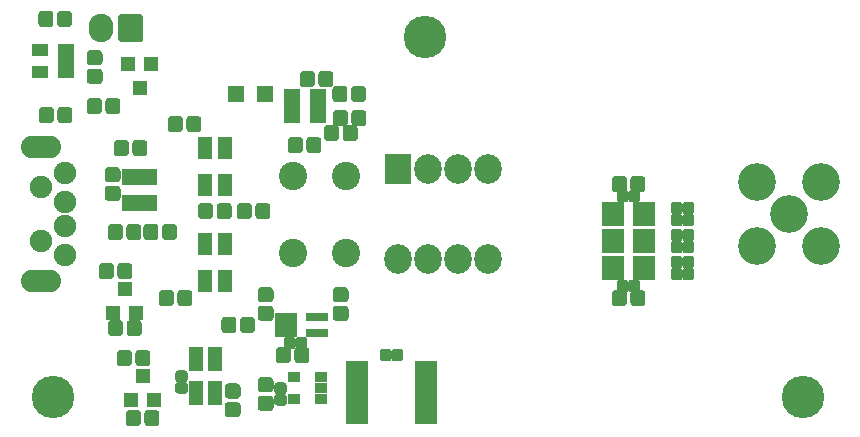
<source format=gts>
G04 #@! TF.GenerationSoftware,KiCad,Pcbnew,5.1.2-f72e74a~84~ubuntu16.04.1*
G04 #@! TF.CreationDate,2019-06-16T18:40:27+01:00*
G04 #@! TF.ProjectId,TCXOsource,5443584f-736f-4757-9263-652e6b696361,rev?*
G04 #@! TF.SameCoordinates,Original*
G04 #@! TF.FileFunction,Soldermask,Top*
G04 #@! TF.FilePolarity,Negative*
%FSLAX46Y46*%
G04 Gerber Fmt 4.6, Leading zero omitted, Abs format (unit mm)*
G04 Created by KiCad (PCBNEW 5.1.2-f72e74a~84~ubuntu16.04.1) date 2019-06-16 18:40:27*
%MOMM*%
%LPD*%
G04 APERTURE LIST*
%ADD10C,0.100000*%
%ADD11C,1.275000*%
%ADD12R,1.300000X1.900000*%
%ADD13R,1.050000X1.460000*%
%ADD14C,1.900000*%
%ADD15O,3.400000X1.900000*%
%ADD16C,0.990000*%
%ADD17C,2.100000*%
%ADD18O,2.100000X2.400000*%
%ADD19C,3.200000*%
%ADD20R,1.200000X1.300000*%
%ADD21C,2.400000*%
%ADD22R,1.900000X0.800000*%
%ADD23R,1.300000X2.150000*%
%ADD24R,1.460000X1.050000*%
%ADD25C,3.600000*%
%ADD26O,2.300000X2.500000*%
%ADD27R,2.300000X2.500000*%
%ADD28R,1.100000X0.910000*%
%ADD29R,1.900000X0.850000*%
%ADD30R,1.400000X1.400000*%
G04 APERTURE END LIST*
D10*
G36*
X178937493Y-92544535D02*
G01*
X178968435Y-92549125D01*
X178998778Y-92556725D01*
X179028230Y-92567263D01*
X179056508Y-92580638D01*
X179083338Y-92596719D01*
X179108463Y-92615353D01*
X179131640Y-92636360D01*
X179152647Y-92659537D01*
X179171281Y-92684662D01*
X179187362Y-92711492D01*
X179200737Y-92739770D01*
X179211275Y-92769222D01*
X179218875Y-92799565D01*
X179223465Y-92830507D01*
X179225000Y-92861750D01*
X179225000Y-93574250D01*
X179223465Y-93605493D01*
X179218875Y-93636435D01*
X179211275Y-93666778D01*
X179200737Y-93696230D01*
X179187362Y-93724508D01*
X179171281Y-93751338D01*
X179152647Y-93776463D01*
X179131640Y-93799640D01*
X179108463Y-93820647D01*
X179083338Y-93839281D01*
X179056508Y-93855362D01*
X179028230Y-93868737D01*
X178998778Y-93879275D01*
X178968435Y-93886875D01*
X178937493Y-93891465D01*
X178906250Y-93893000D01*
X178268750Y-93893000D01*
X178237507Y-93891465D01*
X178206565Y-93886875D01*
X178176222Y-93879275D01*
X178146770Y-93868737D01*
X178118492Y-93855362D01*
X178091662Y-93839281D01*
X178066537Y-93820647D01*
X178043360Y-93799640D01*
X178022353Y-93776463D01*
X178003719Y-93751338D01*
X177987638Y-93724508D01*
X177974263Y-93696230D01*
X177963725Y-93666778D01*
X177956125Y-93636435D01*
X177951535Y-93605493D01*
X177950000Y-93574250D01*
X177950000Y-92861750D01*
X177951535Y-92830507D01*
X177956125Y-92799565D01*
X177963725Y-92769222D01*
X177974263Y-92739770D01*
X177987638Y-92711492D01*
X178003719Y-92684662D01*
X178022353Y-92659537D01*
X178043360Y-92636360D01*
X178066537Y-92615353D01*
X178091662Y-92596719D01*
X178118492Y-92580638D01*
X178146770Y-92567263D01*
X178176222Y-92556725D01*
X178206565Y-92549125D01*
X178237507Y-92544535D01*
X178268750Y-92543000D01*
X178906250Y-92543000D01*
X178937493Y-92544535D01*
X178937493Y-92544535D01*
G37*
D11*
X178587500Y-93218000D03*
D10*
G36*
X177362493Y-92544535D02*
G01*
X177393435Y-92549125D01*
X177423778Y-92556725D01*
X177453230Y-92567263D01*
X177481508Y-92580638D01*
X177508338Y-92596719D01*
X177533463Y-92615353D01*
X177556640Y-92636360D01*
X177577647Y-92659537D01*
X177596281Y-92684662D01*
X177612362Y-92711492D01*
X177625737Y-92739770D01*
X177636275Y-92769222D01*
X177643875Y-92799565D01*
X177648465Y-92830507D01*
X177650000Y-92861750D01*
X177650000Y-93574250D01*
X177648465Y-93605493D01*
X177643875Y-93636435D01*
X177636275Y-93666778D01*
X177625737Y-93696230D01*
X177612362Y-93724508D01*
X177596281Y-93751338D01*
X177577647Y-93776463D01*
X177556640Y-93799640D01*
X177533463Y-93820647D01*
X177508338Y-93839281D01*
X177481508Y-93855362D01*
X177453230Y-93868737D01*
X177423778Y-93879275D01*
X177393435Y-93886875D01*
X177362493Y-93891465D01*
X177331250Y-93893000D01*
X176693750Y-93893000D01*
X176662507Y-93891465D01*
X176631565Y-93886875D01*
X176601222Y-93879275D01*
X176571770Y-93868737D01*
X176543492Y-93855362D01*
X176516662Y-93839281D01*
X176491537Y-93820647D01*
X176468360Y-93799640D01*
X176447353Y-93776463D01*
X176428719Y-93751338D01*
X176412638Y-93724508D01*
X176399263Y-93696230D01*
X176388725Y-93666778D01*
X176381125Y-93636435D01*
X176376535Y-93605493D01*
X176375000Y-93574250D01*
X176375000Y-92861750D01*
X176376535Y-92830507D01*
X176381125Y-92799565D01*
X176388725Y-92769222D01*
X176399263Y-92739770D01*
X176412638Y-92711492D01*
X176428719Y-92684662D01*
X176447353Y-92659537D01*
X176468360Y-92636360D01*
X176491537Y-92615353D01*
X176516662Y-92596719D01*
X176543492Y-92580638D01*
X176571770Y-92567263D01*
X176601222Y-92556725D01*
X176631565Y-92549125D01*
X176662507Y-92544535D01*
X176693750Y-92543000D01*
X177331250Y-92543000D01*
X177362493Y-92544535D01*
X177362493Y-92544535D01*
G37*
D11*
X177012500Y-93218000D03*
D10*
G36*
X206369493Y-105498535D02*
G01*
X206400435Y-105503125D01*
X206430778Y-105510725D01*
X206460230Y-105521263D01*
X206488508Y-105534638D01*
X206515338Y-105550719D01*
X206540463Y-105569353D01*
X206563640Y-105590360D01*
X206584647Y-105613537D01*
X206603281Y-105638662D01*
X206619362Y-105665492D01*
X206632737Y-105693770D01*
X206643275Y-105723222D01*
X206650875Y-105753565D01*
X206655465Y-105784507D01*
X206657000Y-105815750D01*
X206657000Y-106528250D01*
X206655465Y-106559493D01*
X206650875Y-106590435D01*
X206643275Y-106620778D01*
X206632737Y-106650230D01*
X206619362Y-106678508D01*
X206603281Y-106705338D01*
X206584647Y-106730463D01*
X206563640Y-106753640D01*
X206540463Y-106774647D01*
X206515338Y-106793281D01*
X206488508Y-106809362D01*
X206460230Y-106822737D01*
X206430778Y-106833275D01*
X206400435Y-106840875D01*
X206369493Y-106845465D01*
X206338250Y-106847000D01*
X205700750Y-106847000D01*
X205669507Y-106845465D01*
X205638565Y-106840875D01*
X205608222Y-106833275D01*
X205578770Y-106822737D01*
X205550492Y-106809362D01*
X205523662Y-106793281D01*
X205498537Y-106774647D01*
X205475360Y-106753640D01*
X205454353Y-106730463D01*
X205435719Y-106705338D01*
X205419638Y-106678508D01*
X205406263Y-106650230D01*
X205395725Y-106620778D01*
X205388125Y-106590435D01*
X205383535Y-106559493D01*
X205382000Y-106528250D01*
X205382000Y-105815750D01*
X205383535Y-105784507D01*
X205388125Y-105753565D01*
X205395725Y-105723222D01*
X205406263Y-105693770D01*
X205419638Y-105665492D01*
X205435719Y-105638662D01*
X205454353Y-105613537D01*
X205475360Y-105590360D01*
X205498537Y-105569353D01*
X205523662Y-105550719D01*
X205550492Y-105534638D01*
X205578770Y-105521263D01*
X205608222Y-105510725D01*
X205638565Y-105503125D01*
X205669507Y-105498535D01*
X205700750Y-105497000D01*
X206338250Y-105497000D01*
X206369493Y-105498535D01*
X206369493Y-105498535D01*
G37*
D11*
X206019500Y-106172000D03*
D10*
G36*
X204794493Y-105498535D02*
G01*
X204825435Y-105503125D01*
X204855778Y-105510725D01*
X204885230Y-105521263D01*
X204913508Y-105534638D01*
X204940338Y-105550719D01*
X204965463Y-105569353D01*
X204988640Y-105590360D01*
X205009647Y-105613537D01*
X205028281Y-105638662D01*
X205044362Y-105665492D01*
X205057737Y-105693770D01*
X205068275Y-105723222D01*
X205075875Y-105753565D01*
X205080465Y-105784507D01*
X205082000Y-105815750D01*
X205082000Y-106528250D01*
X205080465Y-106559493D01*
X205075875Y-106590435D01*
X205068275Y-106620778D01*
X205057737Y-106650230D01*
X205044362Y-106678508D01*
X205028281Y-106705338D01*
X205009647Y-106730463D01*
X204988640Y-106753640D01*
X204965463Y-106774647D01*
X204940338Y-106793281D01*
X204913508Y-106809362D01*
X204885230Y-106822737D01*
X204855778Y-106833275D01*
X204825435Y-106840875D01*
X204794493Y-106845465D01*
X204763250Y-106847000D01*
X204125750Y-106847000D01*
X204094507Y-106845465D01*
X204063565Y-106840875D01*
X204033222Y-106833275D01*
X204003770Y-106822737D01*
X203975492Y-106809362D01*
X203948662Y-106793281D01*
X203923537Y-106774647D01*
X203900360Y-106753640D01*
X203879353Y-106730463D01*
X203860719Y-106705338D01*
X203844638Y-106678508D01*
X203831263Y-106650230D01*
X203820725Y-106620778D01*
X203813125Y-106590435D01*
X203808535Y-106559493D01*
X203807000Y-106528250D01*
X203807000Y-105815750D01*
X203808535Y-105784507D01*
X203813125Y-105753565D01*
X203820725Y-105723222D01*
X203831263Y-105693770D01*
X203844638Y-105665492D01*
X203860719Y-105638662D01*
X203879353Y-105613537D01*
X203900360Y-105590360D01*
X203923537Y-105569353D01*
X203948662Y-105550719D01*
X203975492Y-105534638D01*
X204003770Y-105521263D01*
X204033222Y-105510725D01*
X204063565Y-105503125D01*
X204094507Y-105498535D01*
X204125750Y-105497000D01*
X204763250Y-105497000D01*
X204794493Y-105498535D01*
X204794493Y-105498535D01*
G37*
D11*
X204444500Y-106172000D03*
D12*
X171030000Y-93472000D03*
X169330000Y-93472000D03*
X171030000Y-96572000D03*
X169330000Y-96572000D03*
D10*
G36*
X161931493Y-96671535D02*
G01*
X161962435Y-96676125D01*
X161992778Y-96683725D01*
X162022230Y-96694263D01*
X162050508Y-96707638D01*
X162077338Y-96723719D01*
X162102463Y-96742353D01*
X162125640Y-96763360D01*
X162146647Y-96786537D01*
X162165281Y-96811662D01*
X162181362Y-96838492D01*
X162194737Y-96866770D01*
X162205275Y-96896222D01*
X162212875Y-96926565D01*
X162217465Y-96957507D01*
X162219000Y-96988750D01*
X162219000Y-97626250D01*
X162217465Y-97657493D01*
X162212875Y-97688435D01*
X162205275Y-97718778D01*
X162194737Y-97748230D01*
X162181362Y-97776508D01*
X162165281Y-97803338D01*
X162146647Y-97828463D01*
X162125640Y-97851640D01*
X162102463Y-97872647D01*
X162077338Y-97891281D01*
X162050508Y-97907362D01*
X162022230Y-97920737D01*
X161992778Y-97931275D01*
X161962435Y-97938875D01*
X161931493Y-97943465D01*
X161900250Y-97945000D01*
X161187750Y-97945000D01*
X161156507Y-97943465D01*
X161125565Y-97938875D01*
X161095222Y-97931275D01*
X161065770Y-97920737D01*
X161037492Y-97907362D01*
X161010662Y-97891281D01*
X160985537Y-97872647D01*
X160962360Y-97851640D01*
X160941353Y-97828463D01*
X160922719Y-97803338D01*
X160906638Y-97776508D01*
X160893263Y-97748230D01*
X160882725Y-97718778D01*
X160875125Y-97688435D01*
X160870535Y-97657493D01*
X160869000Y-97626250D01*
X160869000Y-96988750D01*
X160870535Y-96957507D01*
X160875125Y-96926565D01*
X160882725Y-96896222D01*
X160893263Y-96866770D01*
X160906638Y-96838492D01*
X160922719Y-96811662D01*
X160941353Y-96786537D01*
X160962360Y-96763360D01*
X160985537Y-96742353D01*
X161010662Y-96723719D01*
X161037492Y-96707638D01*
X161065770Y-96694263D01*
X161095222Y-96683725D01*
X161125565Y-96676125D01*
X161156507Y-96671535D01*
X161187750Y-96670000D01*
X161900250Y-96670000D01*
X161931493Y-96671535D01*
X161931493Y-96671535D01*
G37*
D11*
X161544000Y-97307500D03*
D10*
G36*
X161931493Y-95096535D02*
G01*
X161962435Y-95101125D01*
X161992778Y-95108725D01*
X162022230Y-95119263D01*
X162050508Y-95132638D01*
X162077338Y-95148719D01*
X162102463Y-95167353D01*
X162125640Y-95188360D01*
X162146647Y-95211537D01*
X162165281Y-95236662D01*
X162181362Y-95263492D01*
X162194737Y-95291770D01*
X162205275Y-95321222D01*
X162212875Y-95351565D01*
X162217465Y-95382507D01*
X162219000Y-95413750D01*
X162219000Y-96051250D01*
X162217465Y-96082493D01*
X162212875Y-96113435D01*
X162205275Y-96143778D01*
X162194737Y-96173230D01*
X162181362Y-96201508D01*
X162165281Y-96228338D01*
X162146647Y-96253463D01*
X162125640Y-96276640D01*
X162102463Y-96297647D01*
X162077338Y-96316281D01*
X162050508Y-96332362D01*
X162022230Y-96345737D01*
X161992778Y-96356275D01*
X161962435Y-96363875D01*
X161931493Y-96368465D01*
X161900250Y-96370000D01*
X161187750Y-96370000D01*
X161156507Y-96368465D01*
X161125565Y-96363875D01*
X161095222Y-96356275D01*
X161065770Y-96345737D01*
X161037492Y-96332362D01*
X161010662Y-96316281D01*
X160985537Y-96297647D01*
X160962360Y-96276640D01*
X160941353Y-96253463D01*
X160922719Y-96228338D01*
X160906638Y-96201508D01*
X160893263Y-96173230D01*
X160882725Y-96143778D01*
X160875125Y-96113435D01*
X160870535Y-96082493D01*
X160869000Y-96051250D01*
X160869000Y-95413750D01*
X160870535Y-95382507D01*
X160875125Y-95351565D01*
X160882725Y-95321222D01*
X160893263Y-95291770D01*
X160906638Y-95263492D01*
X160922719Y-95236662D01*
X160941353Y-95211537D01*
X160962360Y-95188360D01*
X160985537Y-95167353D01*
X161010662Y-95148719D01*
X161037492Y-95132638D01*
X161065770Y-95119263D01*
X161095222Y-95108725D01*
X161125565Y-95101125D01*
X161156507Y-95096535D01*
X161187750Y-95095000D01*
X161900250Y-95095000D01*
X161931493Y-95096535D01*
X161931493Y-95096535D01*
G37*
D11*
X161544000Y-95732500D03*
D12*
X169330000Y-104700000D03*
X171030000Y-104700000D03*
X169330000Y-101600000D03*
X171030000Y-101600000D03*
D10*
G36*
X162122493Y-99910535D02*
G01*
X162153435Y-99915125D01*
X162183778Y-99922725D01*
X162213230Y-99933263D01*
X162241508Y-99946638D01*
X162268338Y-99962719D01*
X162293463Y-99981353D01*
X162316640Y-100002360D01*
X162337647Y-100025537D01*
X162356281Y-100050662D01*
X162372362Y-100077492D01*
X162385737Y-100105770D01*
X162396275Y-100135222D01*
X162403875Y-100165565D01*
X162408465Y-100196507D01*
X162410000Y-100227750D01*
X162410000Y-100940250D01*
X162408465Y-100971493D01*
X162403875Y-101002435D01*
X162396275Y-101032778D01*
X162385737Y-101062230D01*
X162372362Y-101090508D01*
X162356281Y-101117338D01*
X162337647Y-101142463D01*
X162316640Y-101165640D01*
X162293463Y-101186647D01*
X162268338Y-101205281D01*
X162241508Y-101221362D01*
X162213230Y-101234737D01*
X162183778Y-101245275D01*
X162153435Y-101252875D01*
X162122493Y-101257465D01*
X162091250Y-101259000D01*
X161453750Y-101259000D01*
X161422507Y-101257465D01*
X161391565Y-101252875D01*
X161361222Y-101245275D01*
X161331770Y-101234737D01*
X161303492Y-101221362D01*
X161276662Y-101205281D01*
X161251537Y-101186647D01*
X161228360Y-101165640D01*
X161207353Y-101142463D01*
X161188719Y-101117338D01*
X161172638Y-101090508D01*
X161159263Y-101062230D01*
X161148725Y-101032778D01*
X161141125Y-101002435D01*
X161136535Y-100971493D01*
X161135000Y-100940250D01*
X161135000Y-100227750D01*
X161136535Y-100196507D01*
X161141125Y-100165565D01*
X161148725Y-100135222D01*
X161159263Y-100105770D01*
X161172638Y-100077492D01*
X161188719Y-100050662D01*
X161207353Y-100025537D01*
X161228360Y-100002360D01*
X161251537Y-99981353D01*
X161276662Y-99962719D01*
X161303492Y-99946638D01*
X161331770Y-99933263D01*
X161361222Y-99922725D01*
X161391565Y-99915125D01*
X161422507Y-99910535D01*
X161453750Y-99909000D01*
X162091250Y-99909000D01*
X162122493Y-99910535D01*
X162122493Y-99910535D01*
G37*
D11*
X161772500Y-100584000D03*
D10*
G36*
X163697493Y-99910535D02*
G01*
X163728435Y-99915125D01*
X163758778Y-99922725D01*
X163788230Y-99933263D01*
X163816508Y-99946638D01*
X163843338Y-99962719D01*
X163868463Y-99981353D01*
X163891640Y-100002360D01*
X163912647Y-100025537D01*
X163931281Y-100050662D01*
X163947362Y-100077492D01*
X163960737Y-100105770D01*
X163971275Y-100135222D01*
X163978875Y-100165565D01*
X163983465Y-100196507D01*
X163985000Y-100227750D01*
X163985000Y-100940250D01*
X163983465Y-100971493D01*
X163978875Y-101002435D01*
X163971275Y-101032778D01*
X163960737Y-101062230D01*
X163947362Y-101090508D01*
X163931281Y-101117338D01*
X163912647Y-101142463D01*
X163891640Y-101165640D01*
X163868463Y-101186647D01*
X163843338Y-101205281D01*
X163816508Y-101221362D01*
X163788230Y-101234737D01*
X163758778Y-101245275D01*
X163728435Y-101252875D01*
X163697493Y-101257465D01*
X163666250Y-101259000D01*
X163028750Y-101259000D01*
X162997507Y-101257465D01*
X162966565Y-101252875D01*
X162936222Y-101245275D01*
X162906770Y-101234737D01*
X162878492Y-101221362D01*
X162851662Y-101205281D01*
X162826537Y-101186647D01*
X162803360Y-101165640D01*
X162782353Y-101142463D01*
X162763719Y-101117338D01*
X162747638Y-101090508D01*
X162734263Y-101062230D01*
X162723725Y-101032778D01*
X162716125Y-101002435D01*
X162711535Y-100971493D01*
X162710000Y-100940250D01*
X162710000Y-100227750D01*
X162711535Y-100196507D01*
X162716125Y-100165565D01*
X162723725Y-100135222D01*
X162734263Y-100105770D01*
X162747638Y-100077492D01*
X162763719Y-100050662D01*
X162782353Y-100025537D01*
X162803360Y-100002360D01*
X162826537Y-99981353D01*
X162851662Y-99962719D01*
X162878492Y-99946638D01*
X162906770Y-99933263D01*
X162936222Y-99922725D01*
X162966565Y-99915125D01*
X162997507Y-99910535D01*
X163028750Y-99909000D01*
X163666250Y-99909000D01*
X163697493Y-99910535D01*
X163697493Y-99910535D01*
G37*
D11*
X163347500Y-100584000D03*
D10*
G36*
X166719993Y-99910535D02*
G01*
X166750935Y-99915125D01*
X166781278Y-99922725D01*
X166810730Y-99933263D01*
X166839008Y-99946638D01*
X166865838Y-99962719D01*
X166890963Y-99981353D01*
X166914140Y-100002360D01*
X166935147Y-100025537D01*
X166953781Y-100050662D01*
X166969862Y-100077492D01*
X166983237Y-100105770D01*
X166993775Y-100135222D01*
X167001375Y-100165565D01*
X167005965Y-100196507D01*
X167007500Y-100227750D01*
X167007500Y-100940250D01*
X167005965Y-100971493D01*
X167001375Y-101002435D01*
X166993775Y-101032778D01*
X166983237Y-101062230D01*
X166969862Y-101090508D01*
X166953781Y-101117338D01*
X166935147Y-101142463D01*
X166914140Y-101165640D01*
X166890963Y-101186647D01*
X166865838Y-101205281D01*
X166839008Y-101221362D01*
X166810730Y-101234737D01*
X166781278Y-101245275D01*
X166750935Y-101252875D01*
X166719993Y-101257465D01*
X166688750Y-101259000D01*
X166051250Y-101259000D01*
X166020007Y-101257465D01*
X165989065Y-101252875D01*
X165958722Y-101245275D01*
X165929270Y-101234737D01*
X165900992Y-101221362D01*
X165874162Y-101205281D01*
X165849037Y-101186647D01*
X165825860Y-101165640D01*
X165804853Y-101142463D01*
X165786219Y-101117338D01*
X165770138Y-101090508D01*
X165756763Y-101062230D01*
X165746225Y-101032778D01*
X165738625Y-101002435D01*
X165734035Y-100971493D01*
X165732500Y-100940250D01*
X165732500Y-100227750D01*
X165734035Y-100196507D01*
X165738625Y-100165565D01*
X165746225Y-100135222D01*
X165756763Y-100105770D01*
X165770138Y-100077492D01*
X165786219Y-100050662D01*
X165804853Y-100025537D01*
X165825860Y-100002360D01*
X165849037Y-99981353D01*
X165874162Y-99962719D01*
X165900992Y-99946638D01*
X165929270Y-99933263D01*
X165958722Y-99922725D01*
X165989065Y-99915125D01*
X166020007Y-99910535D01*
X166051250Y-99909000D01*
X166688750Y-99909000D01*
X166719993Y-99910535D01*
X166719993Y-99910535D01*
G37*
D11*
X166370000Y-100584000D03*
D10*
G36*
X165144993Y-99910535D02*
G01*
X165175935Y-99915125D01*
X165206278Y-99922725D01*
X165235730Y-99933263D01*
X165264008Y-99946638D01*
X165290838Y-99962719D01*
X165315963Y-99981353D01*
X165339140Y-100002360D01*
X165360147Y-100025537D01*
X165378781Y-100050662D01*
X165394862Y-100077492D01*
X165408237Y-100105770D01*
X165418775Y-100135222D01*
X165426375Y-100165565D01*
X165430965Y-100196507D01*
X165432500Y-100227750D01*
X165432500Y-100940250D01*
X165430965Y-100971493D01*
X165426375Y-101002435D01*
X165418775Y-101032778D01*
X165408237Y-101062230D01*
X165394862Y-101090508D01*
X165378781Y-101117338D01*
X165360147Y-101142463D01*
X165339140Y-101165640D01*
X165315963Y-101186647D01*
X165290838Y-101205281D01*
X165264008Y-101221362D01*
X165235730Y-101234737D01*
X165206278Y-101245275D01*
X165175935Y-101252875D01*
X165144993Y-101257465D01*
X165113750Y-101259000D01*
X164476250Y-101259000D01*
X164445007Y-101257465D01*
X164414065Y-101252875D01*
X164383722Y-101245275D01*
X164354270Y-101234737D01*
X164325992Y-101221362D01*
X164299162Y-101205281D01*
X164274037Y-101186647D01*
X164250860Y-101165640D01*
X164229853Y-101142463D01*
X164211219Y-101117338D01*
X164195138Y-101090508D01*
X164181763Y-101062230D01*
X164171225Y-101032778D01*
X164163625Y-101002435D01*
X164159035Y-100971493D01*
X164157500Y-100940250D01*
X164157500Y-100227750D01*
X164159035Y-100196507D01*
X164163625Y-100165565D01*
X164171225Y-100135222D01*
X164181763Y-100105770D01*
X164195138Y-100077492D01*
X164211219Y-100050662D01*
X164229853Y-100025537D01*
X164250860Y-100002360D01*
X164274037Y-99981353D01*
X164299162Y-99962719D01*
X164325992Y-99946638D01*
X164354270Y-99933263D01*
X164383722Y-99922725D01*
X164414065Y-99915125D01*
X164445007Y-99910535D01*
X164476250Y-99909000D01*
X165113750Y-99909000D01*
X165144993Y-99910535D01*
X165144993Y-99910535D01*
G37*
D11*
X164795000Y-100584000D03*
D13*
X162880000Y-98128000D03*
X163830000Y-98128000D03*
X164780000Y-98128000D03*
X164780000Y-95928000D03*
X162880000Y-95928000D03*
X163830000Y-95928000D03*
D14*
X155448000Y-101310000D03*
X155448000Y-96810000D03*
X157548000Y-100060000D03*
X157548000Y-98060000D03*
X157548000Y-102560000D03*
X157548000Y-95560000D03*
D15*
X155448000Y-104760000D03*
X155448000Y-93360000D03*
D10*
G36*
X172091493Y-114985035D02*
G01*
X172122435Y-114989625D01*
X172152778Y-114997225D01*
X172182230Y-115007763D01*
X172210508Y-115021138D01*
X172237338Y-115037219D01*
X172262463Y-115055853D01*
X172285640Y-115076860D01*
X172306647Y-115100037D01*
X172325281Y-115125162D01*
X172341362Y-115151992D01*
X172354737Y-115180270D01*
X172365275Y-115209722D01*
X172372875Y-115240065D01*
X172377465Y-115271007D01*
X172379000Y-115302250D01*
X172379000Y-115939750D01*
X172377465Y-115970993D01*
X172372875Y-116001935D01*
X172365275Y-116032278D01*
X172354737Y-116061730D01*
X172341362Y-116090008D01*
X172325281Y-116116838D01*
X172306647Y-116141963D01*
X172285640Y-116165140D01*
X172262463Y-116186147D01*
X172237338Y-116204781D01*
X172210508Y-116220862D01*
X172182230Y-116234237D01*
X172152778Y-116244775D01*
X172122435Y-116252375D01*
X172091493Y-116256965D01*
X172060250Y-116258500D01*
X171347750Y-116258500D01*
X171316507Y-116256965D01*
X171285565Y-116252375D01*
X171255222Y-116244775D01*
X171225770Y-116234237D01*
X171197492Y-116220862D01*
X171170662Y-116204781D01*
X171145537Y-116186147D01*
X171122360Y-116165140D01*
X171101353Y-116141963D01*
X171082719Y-116116838D01*
X171066638Y-116090008D01*
X171053263Y-116061730D01*
X171042725Y-116032278D01*
X171035125Y-116001935D01*
X171030535Y-115970993D01*
X171029000Y-115939750D01*
X171029000Y-115302250D01*
X171030535Y-115271007D01*
X171035125Y-115240065D01*
X171042725Y-115209722D01*
X171053263Y-115180270D01*
X171066638Y-115151992D01*
X171082719Y-115125162D01*
X171101353Y-115100037D01*
X171122360Y-115076860D01*
X171145537Y-115055853D01*
X171170662Y-115037219D01*
X171197492Y-115021138D01*
X171225770Y-115007763D01*
X171255222Y-114997225D01*
X171285565Y-114989625D01*
X171316507Y-114985035D01*
X171347750Y-114983500D01*
X172060250Y-114983500D01*
X172091493Y-114985035D01*
X172091493Y-114985035D01*
G37*
D11*
X171704000Y-115621000D03*
D10*
G36*
X172091493Y-113410035D02*
G01*
X172122435Y-113414625D01*
X172152778Y-113422225D01*
X172182230Y-113432763D01*
X172210508Y-113446138D01*
X172237338Y-113462219D01*
X172262463Y-113480853D01*
X172285640Y-113501860D01*
X172306647Y-113525037D01*
X172325281Y-113550162D01*
X172341362Y-113576992D01*
X172354737Y-113605270D01*
X172365275Y-113634722D01*
X172372875Y-113665065D01*
X172377465Y-113696007D01*
X172379000Y-113727250D01*
X172379000Y-114364750D01*
X172377465Y-114395993D01*
X172372875Y-114426935D01*
X172365275Y-114457278D01*
X172354737Y-114486730D01*
X172341362Y-114515008D01*
X172325281Y-114541838D01*
X172306647Y-114566963D01*
X172285640Y-114590140D01*
X172262463Y-114611147D01*
X172237338Y-114629781D01*
X172210508Y-114645862D01*
X172182230Y-114659237D01*
X172152778Y-114669775D01*
X172122435Y-114677375D01*
X172091493Y-114681965D01*
X172060250Y-114683500D01*
X171347750Y-114683500D01*
X171316507Y-114681965D01*
X171285565Y-114677375D01*
X171255222Y-114669775D01*
X171225770Y-114659237D01*
X171197492Y-114645862D01*
X171170662Y-114629781D01*
X171145537Y-114611147D01*
X171122360Y-114590140D01*
X171101353Y-114566963D01*
X171082719Y-114541838D01*
X171066638Y-114515008D01*
X171053263Y-114486730D01*
X171042725Y-114457278D01*
X171035125Y-114426935D01*
X171030535Y-114395993D01*
X171029000Y-114364750D01*
X171029000Y-113727250D01*
X171030535Y-113696007D01*
X171035125Y-113665065D01*
X171042725Y-113634722D01*
X171053263Y-113605270D01*
X171066638Y-113576992D01*
X171082719Y-113550162D01*
X171101353Y-113525037D01*
X171122360Y-113501860D01*
X171145537Y-113480853D01*
X171170662Y-113462219D01*
X171197492Y-113446138D01*
X171225770Y-113432763D01*
X171255222Y-113422225D01*
X171285565Y-113414625D01*
X171316507Y-113410035D01*
X171347750Y-113408500D01*
X172060250Y-113408500D01*
X172091493Y-113410035D01*
X172091493Y-113410035D01*
G37*
D11*
X171704000Y-114046000D03*
D10*
G36*
X167682759Y-113275192D02*
G01*
X167706785Y-113278756D01*
X167730345Y-113284657D01*
X167753214Y-113292840D01*
X167775171Y-113303224D01*
X167796004Y-113315711D01*
X167815512Y-113330180D01*
X167833509Y-113346491D01*
X167849820Y-113364488D01*
X167864289Y-113383996D01*
X167876776Y-113404829D01*
X167887160Y-113426786D01*
X167895343Y-113449655D01*
X167901244Y-113473215D01*
X167904808Y-113497241D01*
X167906000Y-113521500D01*
X167906000Y-114016500D01*
X167904808Y-114040759D01*
X167901244Y-114064785D01*
X167895343Y-114088345D01*
X167887160Y-114111214D01*
X167876776Y-114133171D01*
X167864289Y-114154004D01*
X167849820Y-114173512D01*
X167833509Y-114191509D01*
X167815512Y-114207820D01*
X167796004Y-114222289D01*
X167775171Y-114234776D01*
X167753214Y-114245160D01*
X167730345Y-114253343D01*
X167706785Y-114259244D01*
X167682759Y-114262808D01*
X167658500Y-114264000D01*
X167113500Y-114264000D01*
X167089241Y-114262808D01*
X167065215Y-114259244D01*
X167041655Y-114253343D01*
X167018786Y-114245160D01*
X166996829Y-114234776D01*
X166975996Y-114222289D01*
X166956488Y-114207820D01*
X166938491Y-114191509D01*
X166922180Y-114173512D01*
X166907711Y-114154004D01*
X166895224Y-114133171D01*
X166884840Y-114111214D01*
X166876657Y-114088345D01*
X166870756Y-114064785D01*
X166867192Y-114040759D01*
X166866000Y-114016500D01*
X166866000Y-113521500D01*
X166867192Y-113497241D01*
X166870756Y-113473215D01*
X166876657Y-113449655D01*
X166884840Y-113426786D01*
X166895224Y-113404829D01*
X166907711Y-113383996D01*
X166922180Y-113364488D01*
X166938491Y-113346491D01*
X166956488Y-113330180D01*
X166975996Y-113315711D01*
X166996829Y-113303224D01*
X167018786Y-113292840D01*
X167041655Y-113284657D01*
X167065215Y-113278756D01*
X167089241Y-113275192D01*
X167113500Y-113274000D01*
X167658500Y-113274000D01*
X167682759Y-113275192D01*
X167682759Y-113275192D01*
G37*
D16*
X167386000Y-113769000D03*
D10*
G36*
X167682759Y-112305192D02*
G01*
X167706785Y-112308756D01*
X167730345Y-112314657D01*
X167753214Y-112322840D01*
X167775171Y-112333224D01*
X167796004Y-112345711D01*
X167815512Y-112360180D01*
X167833509Y-112376491D01*
X167849820Y-112394488D01*
X167864289Y-112413996D01*
X167876776Y-112434829D01*
X167887160Y-112456786D01*
X167895343Y-112479655D01*
X167901244Y-112503215D01*
X167904808Y-112527241D01*
X167906000Y-112551500D01*
X167906000Y-113046500D01*
X167904808Y-113070759D01*
X167901244Y-113094785D01*
X167895343Y-113118345D01*
X167887160Y-113141214D01*
X167876776Y-113163171D01*
X167864289Y-113184004D01*
X167849820Y-113203512D01*
X167833509Y-113221509D01*
X167815512Y-113237820D01*
X167796004Y-113252289D01*
X167775171Y-113264776D01*
X167753214Y-113275160D01*
X167730345Y-113283343D01*
X167706785Y-113289244D01*
X167682759Y-113292808D01*
X167658500Y-113294000D01*
X167113500Y-113294000D01*
X167089241Y-113292808D01*
X167065215Y-113289244D01*
X167041655Y-113283343D01*
X167018786Y-113275160D01*
X166996829Y-113264776D01*
X166975996Y-113252289D01*
X166956488Y-113237820D01*
X166938491Y-113221509D01*
X166922180Y-113203512D01*
X166907711Y-113184004D01*
X166895224Y-113163171D01*
X166884840Y-113141214D01*
X166876657Y-113118345D01*
X166870756Y-113094785D01*
X166867192Y-113070759D01*
X166866000Y-113046500D01*
X166866000Y-112551500D01*
X166867192Y-112527241D01*
X166870756Y-112503215D01*
X166876657Y-112479655D01*
X166884840Y-112456786D01*
X166895224Y-112434829D01*
X166907711Y-112413996D01*
X166922180Y-112394488D01*
X166938491Y-112376491D01*
X166956488Y-112360180D01*
X166975996Y-112345711D01*
X166996829Y-112333224D01*
X167018786Y-112322840D01*
X167041655Y-112314657D01*
X167065215Y-112308756D01*
X167089241Y-112305192D01*
X167113500Y-112304000D01*
X167658500Y-112304000D01*
X167682759Y-112305192D01*
X167682759Y-112305192D01*
G37*
D16*
X167386000Y-112799000D03*
D10*
G36*
X173323993Y-107784535D02*
G01*
X173354935Y-107789125D01*
X173385278Y-107796725D01*
X173414730Y-107807263D01*
X173443008Y-107820638D01*
X173469838Y-107836719D01*
X173494963Y-107855353D01*
X173518140Y-107876360D01*
X173539147Y-107899537D01*
X173557781Y-107924662D01*
X173573862Y-107951492D01*
X173587237Y-107979770D01*
X173597775Y-108009222D01*
X173605375Y-108039565D01*
X173609965Y-108070507D01*
X173611500Y-108101750D01*
X173611500Y-108814250D01*
X173609965Y-108845493D01*
X173605375Y-108876435D01*
X173597775Y-108906778D01*
X173587237Y-108936230D01*
X173573862Y-108964508D01*
X173557781Y-108991338D01*
X173539147Y-109016463D01*
X173518140Y-109039640D01*
X173494963Y-109060647D01*
X173469838Y-109079281D01*
X173443008Y-109095362D01*
X173414730Y-109108737D01*
X173385278Y-109119275D01*
X173354935Y-109126875D01*
X173323993Y-109131465D01*
X173292750Y-109133000D01*
X172655250Y-109133000D01*
X172624007Y-109131465D01*
X172593065Y-109126875D01*
X172562722Y-109119275D01*
X172533270Y-109108737D01*
X172504992Y-109095362D01*
X172478162Y-109079281D01*
X172453037Y-109060647D01*
X172429860Y-109039640D01*
X172408853Y-109016463D01*
X172390219Y-108991338D01*
X172374138Y-108964508D01*
X172360763Y-108936230D01*
X172350225Y-108906778D01*
X172342625Y-108876435D01*
X172338035Y-108845493D01*
X172336500Y-108814250D01*
X172336500Y-108101750D01*
X172338035Y-108070507D01*
X172342625Y-108039565D01*
X172350225Y-108009222D01*
X172360763Y-107979770D01*
X172374138Y-107951492D01*
X172390219Y-107924662D01*
X172408853Y-107899537D01*
X172429860Y-107876360D01*
X172453037Y-107855353D01*
X172478162Y-107836719D01*
X172504992Y-107820638D01*
X172533270Y-107807263D01*
X172562722Y-107796725D01*
X172593065Y-107789125D01*
X172624007Y-107784535D01*
X172655250Y-107783000D01*
X173292750Y-107783000D01*
X173323993Y-107784535D01*
X173323993Y-107784535D01*
G37*
D11*
X172974000Y-108458000D03*
D10*
G36*
X171748993Y-107784535D02*
G01*
X171779935Y-107789125D01*
X171810278Y-107796725D01*
X171839730Y-107807263D01*
X171868008Y-107820638D01*
X171894838Y-107836719D01*
X171919963Y-107855353D01*
X171943140Y-107876360D01*
X171964147Y-107899537D01*
X171982781Y-107924662D01*
X171998862Y-107951492D01*
X172012237Y-107979770D01*
X172022775Y-108009222D01*
X172030375Y-108039565D01*
X172034965Y-108070507D01*
X172036500Y-108101750D01*
X172036500Y-108814250D01*
X172034965Y-108845493D01*
X172030375Y-108876435D01*
X172022775Y-108906778D01*
X172012237Y-108936230D01*
X171998862Y-108964508D01*
X171982781Y-108991338D01*
X171964147Y-109016463D01*
X171943140Y-109039640D01*
X171919963Y-109060647D01*
X171894838Y-109079281D01*
X171868008Y-109095362D01*
X171839730Y-109108737D01*
X171810278Y-109119275D01*
X171779935Y-109126875D01*
X171748993Y-109131465D01*
X171717750Y-109133000D01*
X171080250Y-109133000D01*
X171049007Y-109131465D01*
X171018065Y-109126875D01*
X170987722Y-109119275D01*
X170958270Y-109108737D01*
X170929992Y-109095362D01*
X170903162Y-109079281D01*
X170878037Y-109060647D01*
X170854860Y-109039640D01*
X170833853Y-109016463D01*
X170815219Y-108991338D01*
X170799138Y-108964508D01*
X170785763Y-108936230D01*
X170775225Y-108906778D01*
X170767625Y-108876435D01*
X170763035Y-108845493D01*
X170761500Y-108814250D01*
X170761500Y-108101750D01*
X170763035Y-108070507D01*
X170767625Y-108039565D01*
X170775225Y-108009222D01*
X170785763Y-107979770D01*
X170799138Y-107951492D01*
X170815219Y-107924662D01*
X170833853Y-107899537D01*
X170854860Y-107876360D01*
X170878037Y-107855353D01*
X170903162Y-107836719D01*
X170929992Y-107820638D01*
X170958270Y-107807263D01*
X170987722Y-107796725D01*
X171018065Y-107789125D01*
X171049007Y-107784535D01*
X171080250Y-107783000D01*
X171717750Y-107783000D01*
X171748993Y-107784535D01*
X171748993Y-107784535D01*
G37*
D11*
X171399000Y-108458000D03*
D10*
G36*
X176346493Y-110324535D02*
G01*
X176377435Y-110329125D01*
X176407778Y-110336725D01*
X176437230Y-110347263D01*
X176465508Y-110360638D01*
X176492338Y-110376719D01*
X176517463Y-110395353D01*
X176540640Y-110416360D01*
X176561647Y-110439537D01*
X176580281Y-110464662D01*
X176596362Y-110491492D01*
X176609737Y-110519770D01*
X176620275Y-110549222D01*
X176627875Y-110579565D01*
X176632465Y-110610507D01*
X176634000Y-110641750D01*
X176634000Y-111354250D01*
X176632465Y-111385493D01*
X176627875Y-111416435D01*
X176620275Y-111446778D01*
X176609737Y-111476230D01*
X176596362Y-111504508D01*
X176580281Y-111531338D01*
X176561647Y-111556463D01*
X176540640Y-111579640D01*
X176517463Y-111600647D01*
X176492338Y-111619281D01*
X176465508Y-111635362D01*
X176437230Y-111648737D01*
X176407778Y-111659275D01*
X176377435Y-111666875D01*
X176346493Y-111671465D01*
X176315250Y-111673000D01*
X175677750Y-111673000D01*
X175646507Y-111671465D01*
X175615565Y-111666875D01*
X175585222Y-111659275D01*
X175555770Y-111648737D01*
X175527492Y-111635362D01*
X175500662Y-111619281D01*
X175475537Y-111600647D01*
X175452360Y-111579640D01*
X175431353Y-111556463D01*
X175412719Y-111531338D01*
X175396638Y-111504508D01*
X175383263Y-111476230D01*
X175372725Y-111446778D01*
X175365125Y-111416435D01*
X175360535Y-111385493D01*
X175359000Y-111354250D01*
X175359000Y-110641750D01*
X175360535Y-110610507D01*
X175365125Y-110579565D01*
X175372725Y-110549222D01*
X175383263Y-110519770D01*
X175396638Y-110491492D01*
X175412719Y-110464662D01*
X175431353Y-110439537D01*
X175452360Y-110416360D01*
X175475537Y-110395353D01*
X175500662Y-110376719D01*
X175527492Y-110360638D01*
X175555770Y-110347263D01*
X175585222Y-110336725D01*
X175615565Y-110329125D01*
X175646507Y-110324535D01*
X175677750Y-110323000D01*
X176315250Y-110323000D01*
X176346493Y-110324535D01*
X176346493Y-110324535D01*
G37*
D11*
X175996500Y-110998000D03*
D10*
G36*
X177921493Y-110324535D02*
G01*
X177952435Y-110329125D01*
X177982778Y-110336725D01*
X178012230Y-110347263D01*
X178040508Y-110360638D01*
X178067338Y-110376719D01*
X178092463Y-110395353D01*
X178115640Y-110416360D01*
X178136647Y-110439537D01*
X178155281Y-110464662D01*
X178171362Y-110491492D01*
X178184737Y-110519770D01*
X178195275Y-110549222D01*
X178202875Y-110579565D01*
X178207465Y-110610507D01*
X178209000Y-110641750D01*
X178209000Y-111354250D01*
X178207465Y-111385493D01*
X178202875Y-111416435D01*
X178195275Y-111446778D01*
X178184737Y-111476230D01*
X178171362Y-111504508D01*
X178155281Y-111531338D01*
X178136647Y-111556463D01*
X178115640Y-111579640D01*
X178092463Y-111600647D01*
X178067338Y-111619281D01*
X178040508Y-111635362D01*
X178012230Y-111648737D01*
X177982778Y-111659275D01*
X177952435Y-111666875D01*
X177921493Y-111671465D01*
X177890250Y-111673000D01*
X177252750Y-111673000D01*
X177221507Y-111671465D01*
X177190565Y-111666875D01*
X177160222Y-111659275D01*
X177130770Y-111648737D01*
X177102492Y-111635362D01*
X177075662Y-111619281D01*
X177050537Y-111600647D01*
X177027360Y-111579640D01*
X177006353Y-111556463D01*
X176987719Y-111531338D01*
X176971638Y-111504508D01*
X176958263Y-111476230D01*
X176947725Y-111446778D01*
X176940125Y-111416435D01*
X176935535Y-111385493D01*
X176934000Y-111354250D01*
X176934000Y-110641750D01*
X176935535Y-110610507D01*
X176940125Y-110579565D01*
X176947725Y-110549222D01*
X176958263Y-110519770D01*
X176971638Y-110491492D01*
X176987719Y-110464662D01*
X177006353Y-110439537D01*
X177027360Y-110416360D01*
X177050537Y-110395353D01*
X177075662Y-110376719D01*
X177102492Y-110360638D01*
X177130770Y-110347263D01*
X177160222Y-110336725D01*
X177190565Y-110329125D01*
X177221507Y-110324535D01*
X177252750Y-110323000D01*
X177890250Y-110323000D01*
X177921493Y-110324535D01*
X177921493Y-110324535D01*
G37*
D11*
X177571500Y-110998000D03*
D10*
G36*
X177794759Y-109463192D02*
G01*
X177818785Y-109466756D01*
X177842345Y-109472657D01*
X177865214Y-109480840D01*
X177887171Y-109491224D01*
X177908004Y-109503711D01*
X177927512Y-109518180D01*
X177945509Y-109534491D01*
X177961820Y-109552488D01*
X177976289Y-109571996D01*
X177988776Y-109592829D01*
X177999160Y-109614786D01*
X178007343Y-109637655D01*
X178013244Y-109661215D01*
X178016808Y-109685241D01*
X178018000Y-109709500D01*
X178018000Y-110254500D01*
X178016808Y-110278759D01*
X178013244Y-110302785D01*
X178007343Y-110326345D01*
X177999160Y-110349214D01*
X177988776Y-110371171D01*
X177976289Y-110392004D01*
X177961820Y-110411512D01*
X177945509Y-110429509D01*
X177927512Y-110445820D01*
X177908004Y-110460289D01*
X177887171Y-110472776D01*
X177865214Y-110483160D01*
X177842345Y-110491343D01*
X177818785Y-110497244D01*
X177794759Y-110500808D01*
X177770500Y-110502000D01*
X177275500Y-110502000D01*
X177251241Y-110500808D01*
X177227215Y-110497244D01*
X177203655Y-110491343D01*
X177180786Y-110483160D01*
X177158829Y-110472776D01*
X177137996Y-110460289D01*
X177118488Y-110445820D01*
X177100491Y-110429509D01*
X177084180Y-110411512D01*
X177069711Y-110392004D01*
X177057224Y-110371171D01*
X177046840Y-110349214D01*
X177038657Y-110326345D01*
X177032756Y-110302785D01*
X177029192Y-110278759D01*
X177028000Y-110254500D01*
X177028000Y-109709500D01*
X177029192Y-109685241D01*
X177032756Y-109661215D01*
X177038657Y-109637655D01*
X177046840Y-109614786D01*
X177057224Y-109592829D01*
X177069711Y-109571996D01*
X177084180Y-109552488D01*
X177100491Y-109534491D01*
X177118488Y-109518180D01*
X177137996Y-109503711D01*
X177158829Y-109491224D01*
X177180786Y-109480840D01*
X177203655Y-109472657D01*
X177227215Y-109466756D01*
X177251241Y-109463192D01*
X177275500Y-109462000D01*
X177770500Y-109462000D01*
X177794759Y-109463192D01*
X177794759Y-109463192D01*
G37*
D16*
X177523000Y-109982000D03*
D10*
G36*
X176824759Y-109463192D02*
G01*
X176848785Y-109466756D01*
X176872345Y-109472657D01*
X176895214Y-109480840D01*
X176917171Y-109491224D01*
X176938004Y-109503711D01*
X176957512Y-109518180D01*
X176975509Y-109534491D01*
X176991820Y-109552488D01*
X177006289Y-109571996D01*
X177018776Y-109592829D01*
X177029160Y-109614786D01*
X177037343Y-109637655D01*
X177043244Y-109661215D01*
X177046808Y-109685241D01*
X177048000Y-109709500D01*
X177048000Y-110254500D01*
X177046808Y-110278759D01*
X177043244Y-110302785D01*
X177037343Y-110326345D01*
X177029160Y-110349214D01*
X177018776Y-110371171D01*
X177006289Y-110392004D01*
X176991820Y-110411512D01*
X176975509Y-110429509D01*
X176957512Y-110445820D01*
X176938004Y-110460289D01*
X176917171Y-110472776D01*
X176895214Y-110483160D01*
X176872345Y-110491343D01*
X176848785Y-110497244D01*
X176824759Y-110500808D01*
X176800500Y-110502000D01*
X176305500Y-110502000D01*
X176281241Y-110500808D01*
X176257215Y-110497244D01*
X176233655Y-110491343D01*
X176210786Y-110483160D01*
X176188829Y-110472776D01*
X176167996Y-110460289D01*
X176148488Y-110445820D01*
X176130491Y-110429509D01*
X176114180Y-110411512D01*
X176099711Y-110392004D01*
X176087224Y-110371171D01*
X176076840Y-110349214D01*
X176068657Y-110326345D01*
X176062756Y-110302785D01*
X176059192Y-110278759D01*
X176058000Y-110254500D01*
X176058000Y-109709500D01*
X176059192Y-109685241D01*
X176062756Y-109661215D01*
X176068657Y-109637655D01*
X176076840Y-109614786D01*
X176087224Y-109592829D01*
X176099711Y-109571996D01*
X176114180Y-109552488D01*
X176130491Y-109534491D01*
X176148488Y-109518180D01*
X176167996Y-109503711D01*
X176188829Y-109491224D01*
X176210786Y-109480840D01*
X176233655Y-109472657D01*
X176257215Y-109466756D01*
X176281241Y-109463192D01*
X176305500Y-109462000D01*
X176800500Y-109462000D01*
X176824759Y-109463192D01*
X176824759Y-109463192D01*
G37*
D16*
X176553000Y-109982000D03*
D10*
G36*
X179953493Y-86956535D02*
G01*
X179984435Y-86961125D01*
X180014778Y-86968725D01*
X180044230Y-86979263D01*
X180072508Y-86992638D01*
X180099338Y-87008719D01*
X180124463Y-87027353D01*
X180147640Y-87048360D01*
X180168647Y-87071537D01*
X180187281Y-87096662D01*
X180203362Y-87123492D01*
X180216737Y-87151770D01*
X180227275Y-87181222D01*
X180234875Y-87211565D01*
X180239465Y-87242507D01*
X180241000Y-87273750D01*
X180241000Y-87986250D01*
X180239465Y-88017493D01*
X180234875Y-88048435D01*
X180227275Y-88078778D01*
X180216737Y-88108230D01*
X180203362Y-88136508D01*
X180187281Y-88163338D01*
X180168647Y-88188463D01*
X180147640Y-88211640D01*
X180124463Y-88232647D01*
X180099338Y-88251281D01*
X180072508Y-88267362D01*
X180044230Y-88280737D01*
X180014778Y-88291275D01*
X179984435Y-88298875D01*
X179953493Y-88303465D01*
X179922250Y-88305000D01*
X179284750Y-88305000D01*
X179253507Y-88303465D01*
X179222565Y-88298875D01*
X179192222Y-88291275D01*
X179162770Y-88280737D01*
X179134492Y-88267362D01*
X179107662Y-88251281D01*
X179082537Y-88232647D01*
X179059360Y-88211640D01*
X179038353Y-88188463D01*
X179019719Y-88163338D01*
X179003638Y-88136508D01*
X178990263Y-88108230D01*
X178979725Y-88078778D01*
X178972125Y-88048435D01*
X178967535Y-88017493D01*
X178966000Y-87986250D01*
X178966000Y-87273750D01*
X178967535Y-87242507D01*
X178972125Y-87211565D01*
X178979725Y-87181222D01*
X178990263Y-87151770D01*
X179003638Y-87123492D01*
X179019719Y-87096662D01*
X179038353Y-87071537D01*
X179059360Y-87048360D01*
X179082537Y-87027353D01*
X179107662Y-87008719D01*
X179134492Y-86992638D01*
X179162770Y-86979263D01*
X179192222Y-86968725D01*
X179222565Y-86961125D01*
X179253507Y-86956535D01*
X179284750Y-86955000D01*
X179922250Y-86955000D01*
X179953493Y-86956535D01*
X179953493Y-86956535D01*
G37*
D11*
X179603500Y-87630000D03*
D10*
G36*
X178378493Y-86956535D02*
G01*
X178409435Y-86961125D01*
X178439778Y-86968725D01*
X178469230Y-86979263D01*
X178497508Y-86992638D01*
X178524338Y-87008719D01*
X178549463Y-87027353D01*
X178572640Y-87048360D01*
X178593647Y-87071537D01*
X178612281Y-87096662D01*
X178628362Y-87123492D01*
X178641737Y-87151770D01*
X178652275Y-87181222D01*
X178659875Y-87211565D01*
X178664465Y-87242507D01*
X178666000Y-87273750D01*
X178666000Y-87986250D01*
X178664465Y-88017493D01*
X178659875Y-88048435D01*
X178652275Y-88078778D01*
X178641737Y-88108230D01*
X178628362Y-88136508D01*
X178612281Y-88163338D01*
X178593647Y-88188463D01*
X178572640Y-88211640D01*
X178549463Y-88232647D01*
X178524338Y-88251281D01*
X178497508Y-88267362D01*
X178469230Y-88280737D01*
X178439778Y-88291275D01*
X178409435Y-88298875D01*
X178378493Y-88303465D01*
X178347250Y-88305000D01*
X177709750Y-88305000D01*
X177678507Y-88303465D01*
X177647565Y-88298875D01*
X177617222Y-88291275D01*
X177587770Y-88280737D01*
X177559492Y-88267362D01*
X177532662Y-88251281D01*
X177507537Y-88232647D01*
X177484360Y-88211640D01*
X177463353Y-88188463D01*
X177444719Y-88163338D01*
X177428638Y-88136508D01*
X177415263Y-88108230D01*
X177404725Y-88078778D01*
X177397125Y-88048435D01*
X177392535Y-88017493D01*
X177391000Y-87986250D01*
X177391000Y-87273750D01*
X177392535Y-87242507D01*
X177397125Y-87211565D01*
X177404725Y-87181222D01*
X177415263Y-87151770D01*
X177428638Y-87123492D01*
X177444719Y-87096662D01*
X177463353Y-87071537D01*
X177484360Y-87048360D01*
X177507537Y-87027353D01*
X177532662Y-87008719D01*
X177559492Y-86992638D01*
X177587770Y-86979263D01*
X177617222Y-86968725D01*
X177647565Y-86961125D01*
X177678507Y-86956535D01*
X177709750Y-86955000D01*
X178347250Y-86955000D01*
X178378493Y-86956535D01*
X178378493Y-86956535D01*
G37*
D11*
X178028500Y-87630000D03*
D10*
G36*
X157829993Y-81876535D02*
G01*
X157860935Y-81881125D01*
X157891278Y-81888725D01*
X157920730Y-81899263D01*
X157949008Y-81912638D01*
X157975838Y-81928719D01*
X158000963Y-81947353D01*
X158024140Y-81968360D01*
X158045147Y-81991537D01*
X158063781Y-82016662D01*
X158079862Y-82043492D01*
X158093237Y-82071770D01*
X158103775Y-82101222D01*
X158111375Y-82131565D01*
X158115965Y-82162507D01*
X158117500Y-82193750D01*
X158117500Y-82906250D01*
X158115965Y-82937493D01*
X158111375Y-82968435D01*
X158103775Y-82998778D01*
X158093237Y-83028230D01*
X158079862Y-83056508D01*
X158063781Y-83083338D01*
X158045147Y-83108463D01*
X158024140Y-83131640D01*
X158000963Y-83152647D01*
X157975838Y-83171281D01*
X157949008Y-83187362D01*
X157920730Y-83200737D01*
X157891278Y-83211275D01*
X157860935Y-83218875D01*
X157829993Y-83223465D01*
X157798750Y-83225000D01*
X157161250Y-83225000D01*
X157130007Y-83223465D01*
X157099065Y-83218875D01*
X157068722Y-83211275D01*
X157039270Y-83200737D01*
X157010992Y-83187362D01*
X156984162Y-83171281D01*
X156959037Y-83152647D01*
X156935860Y-83131640D01*
X156914853Y-83108463D01*
X156896219Y-83083338D01*
X156880138Y-83056508D01*
X156866763Y-83028230D01*
X156856225Y-82998778D01*
X156848625Y-82968435D01*
X156844035Y-82937493D01*
X156842500Y-82906250D01*
X156842500Y-82193750D01*
X156844035Y-82162507D01*
X156848625Y-82131565D01*
X156856225Y-82101222D01*
X156866763Y-82071770D01*
X156880138Y-82043492D01*
X156896219Y-82016662D01*
X156914853Y-81991537D01*
X156935860Y-81968360D01*
X156959037Y-81947353D01*
X156984162Y-81928719D01*
X157010992Y-81912638D01*
X157039270Y-81899263D01*
X157068722Y-81888725D01*
X157099065Y-81881125D01*
X157130007Y-81876535D01*
X157161250Y-81875000D01*
X157798750Y-81875000D01*
X157829993Y-81876535D01*
X157829993Y-81876535D01*
G37*
D11*
X157480000Y-82550000D03*
D10*
G36*
X156254993Y-81876535D02*
G01*
X156285935Y-81881125D01*
X156316278Y-81888725D01*
X156345730Y-81899263D01*
X156374008Y-81912638D01*
X156400838Y-81928719D01*
X156425963Y-81947353D01*
X156449140Y-81968360D01*
X156470147Y-81991537D01*
X156488781Y-82016662D01*
X156504862Y-82043492D01*
X156518237Y-82071770D01*
X156528775Y-82101222D01*
X156536375Y-82131565D01*
X156540965Y-82162507D01*
X156542500Y-82193750D01*
X156542500Y-82906250D01*
X156540965Y-82937493D01*
X156536375Y-82968435D01*
X156528775Y-82998778D01*
X156518237Y-83028230D01*
X156504862Y-83056508D01*
X156488781Y-83083338D01*
X156470147Y-83108463D01*
X156449140Y-83131640D01*
X156425963Y-83152647D01*
X156400838Y-83171281D01*
X156374008Y-83187362D01*
X156345730Y-83200737D01*
X156316278Y-83211275D01*
X156285935Y-83218875D01*
X156254993Y-83223465D01*
X156223750Y-83225000D01*
X155586250Y-83225000D01*
X155555007Y-83223465D01*
X155524065Y-83218875D01*
X155493722Y-83211275D01*
X155464270Y-83200737D01*
X155435992Y-83187362D01*
X155409162Y-83171281D01*
X155384037Y-83152647D01*
X155360860Y-83131640D01*
X155339853Y-83108463D01*
X155321219Y-83083338D01*
X155305138Y-83056508D01*
X155291763Y-83028230D01*
X155281225Y-82998778D01*
X155273625Y-82968435D01*
X155269035Y-82937493D01*
X155267500Y-82906250D01*
X155267500Y-82193750D01*
X155269035Y-82162507D01*
X155273625Y-82131565D01*
X155281225Y-82101222D01*
X155291763Y-82071770D01*
X155305138Y-82043492D01*
X155321219Y-82016662D01*
X155339853Y-81991537D01*
X155360860Y-81968360D01*
X155384037Y-81947353D01*
X155409162Y-81928719D01*
X155435992Y-81912638D01*
X155464270Y-81899263D01*
X155493722Y-81888725D01*
X155524065Y-81881125D01*
X155555007Y-81876535D01*
X155586250Y-81875000D01*
X156223750Y-81875000D01*
X156254993Y-81876535D01*
X156254993Y-81876535D01*
G37*
D11*
X155905000Y-82550000D03*
D10*
G36*
X160344493Y-89242535D02*
G01*
X160375435Y-89247125D01*
X160405778Y-89254725D01*
X160435230Y-89265263D01*
X160463508Y-89278638D01*
X160490338Y-89294719D01*
X160515463Y-89313353D01*
X160538640Y-89334360D01*
X160559647Y-89357537D01*
X160578281Y-89382662D01*
X160594362Y-89409492D01*
X160607737Y-89437770D01*
X160618275Y-89467222D01*
X160625875Y-89497565D01*
X160630465Y-89528507D01*
X160632000Y-89559750D01*
X160632000Y-90272250D01*
X160630465Y-90303493D01*
X160625875Y-90334435D01*
X160618275Y-90364778D01*
X160607737Y-90394230D01*
X160594362Y-90422508D01*
X160578281Y-90449338D01*
X160559647Y-90474463D01*
X160538640Y-90497640D01*
X160515463Y-90518647D01*
X160490338Y-90537281D01*
X160463508Y-90553362D01*
X160435230Y-90566737D01*
X160405778Y-90577275D01*
X160375435Y-90584875D01*
X160344493Y-90589465D01*
X160313250Y-90591000D01*
X159675750Y-90591000D01*
X159644507Y-90589465D01*
X159613565Y-90584875D01*
X159583222Y-90577275D01*
X159553770Y-90566737D01*
X159525492Y-90553362D01*
X159498662Y-90537281D01*
X159473537Y-90518647D01*
X159450360Y-90497640D01*
X159429353Y-90474463D01*
X159410719Y-90449338D01*
X159394638Y-90422508D01*
X159381263Y-90394230D01*
X159370725Y-90364778D01*
X159363125Y-90334435D01*
X159358535Y-90303493D01*
X159357000Y-90272250D01*
X159357000Y-89559750D01*
X159358535Y-89528507D01*
X159363125Y-89497565D01*
X159370725Y-89467222D01*
X159381263Y-89437770D01*
X159394638Y-89409492D01*
X159410719Y-89382662D01*
X159429353Y-89357537D01*
X159450360Y-89334360D01*
X159473537Y-89313353D01*
X159498662Y-89294719D01*
X159525492Y-89278638D01*
X159553770Y-89265263D01*
X159583222Y-89254725D01*
X159613565Y-89247125D01*
X159644507Y-89242535D01*
X159675750Y-89241000D01*
X160313250Y-89241000D01*
X160344493Y-89242535D01*
X160344493Y-89242535D01*
G37*
D11*
X159994500Y-89916000D03*
D10*
G36*
X161919493Y-89242535D02*
G01*
X161950435Y-89247125D01*
X161980778Y-89254725D01*
X162010230Y-89265263D01*
X162038508Y-89278638D01*
X162065338Y-89294719D01*
X162090463Y-89313353D01*
X162113640Y-89334360D01*
X162134647Y-89357537D01*
X162153281Y-89382662D01*
X162169362Y-89409492D01*
X162182737Y-89437770D01*
X162193275Y-89467222D01*
X162200875Y-89497565D01*
X162205465Y-89528507D01*
X162207000Y-89559750D01*
X162207000Y-90272250D01*
X162205465Y-90303493D01*
X162200875Y-90334435D01*
X162193275Y-90364778D01*
X162182737Y-90394230D01*
X162169362Y-90422508D01*
X162153281Y-90449338D01*
X162134647Y-90474463D01*
X162113640Y-90497640D01*
X162090463Y-90518647D01*
X162065338Y-90537281D01*
X162038508Y-90553362D01*
X162010230Y-90566737D01*
X161980778Y-90577275D01*
X161950435Y-90584875D01*
X161919493Y-90589465D01*
X161888250Y-90591000D01*
X161250750Y-90591000D01*
X161219507Y-90589465D01*
X161188565Y-90584875D01*
X161158222Y-90577275D01*
X161128770Y-90566737D01*
X161100492Y-90553362D01*
X161073662Y-90537281D01*
X161048537Y-90518647D01*
X161025360Y-90497640D01*
X161004353Y-90474463D01*
X160985719Y-90449338D01*
X160969638Y-90422508D01*
X160956263Y-90394230D01*
X160945725Y-90364778D01*
X160938125Y-90334435D01*
X160933535Y-90303493D01*
X160932000Y-90272250D01*
X160932000Y-89559750D01*
X160933535Y-89528507D01*
X160938125Y-89497565D01*
X160945725Y-89467222D01*
X160956263Y-89437770D01*
X160969638Y-89409492D01*
X160985719Y-89382662D01*
X161004353Y-89357537D01*
X161025360Y-89334360D01*
X161048537Y-89313353D01*
X161073662Y-89294719D01*
X161100492Y-89278638D01*
X161128770Y-89265263D01*
X161158222Y-89254725D01*
X161188565Y-89247125D01*
X161219507Y-89242535D01*
X161250750Y-89241000D01*
X161888250Y-89241000D01*
X161919493Y-89242535D01*
X161919493Y-89242535D01*
G37*
D11*
X161569500Y-89916000D03*
D10*
G36*
X162884493Y-110578535D02*
G01*
X162915435Y-110583125D01*
X162945778Y-110590725D01*
X162975230Y-110601263D01*
X163003508Y-110614638D01*
X163030338Y-110630719D01*
X163055463Y-110649353D01*
X163078640Y-110670360D01*
X163099647Y-110693537D01*
X163118281Y-110718662D01*
X163134362Y-110745492D01*
X163147737Y-110773770D01*
X163158275Y-110803222D01*
X163165875Y-110833565D01*
X163170465Y-110864507D01*
X163172000Y-110895750D01*
X163172000Y-111608250D01*
X163170465Y-111639493D01*
X163165875Y-111670435D01*
X163158275Y-111700778D01*
X163147737Y-111730230D01*
X163134362Y-111758508D01*
X163118281Y-111785338D01*
X163099647Y-111810463D01*
X163078640Y-111833640D01*
X163055463Y-111854647D01*
X163030338Y-111873281D01*
X163003508Y-111889362D01*
X162975230Y-111902737D01*
X162945778Y-111913275D01*
X162915435Y-111920875D01*
X162884493Y-111925465D01*
X162853250Y-111927000D01*
X162215750Y-111927000D01*
X162184507Y-111925465D01*
X162153565Y-111920875D01*
X162123222Y-111913275D01*
X162093770Y-111902737D01*
X162065492Y-111889362D01*
X162038662Y-111873281D01*
X162013537Y-111854647D01*
X161990360Y-111833640D01*
X161969353Y-111810463D01*
X161950719Y-111785338D01*
X161934638Y-111758508D01*
X161921263Y-111730230D01*
X161910725Y-111700778D01*
X161903125Y-111670435D01*
X161898535Y-111639493D01*
X161897000Y-111608250D01*
X161897000Y-110895750D01*
X161898535Y-110864507D01*
X161903125Y-110833565D01*
X161910725Y-110803222D01*
X161921263Y-110773770D01*
X161934638Y-110745492D01*
X161950719Y-110718662D01*
X161969353Y-110693537D01*
X161990360Y-110670360D01*
X162013537Y-110649353D01*
X162038662Y-110630719D01*
X162065492Y-110614638D01*
X162093770Y-110601263D01*
X162123222Y-110590725D01*
X162153565Y-110583125D01*
X162184507Y-110578535D01*
X162215750Y-110577000D01*
X162853250Y-110577000D01*
X162884493Y-110578535D01*
X162884493Y-110578535D01*
G37*
D11*
X162534500Y-111252000D03*
D10*
G36*
X164459493Y-110578535D02*
G01*
X164490435Y-110583125D01*
X164520778Y-110590725D01*
X164550230Y-110601263D01*
X164578508Y-110614638D01*
X164605338Y-110630719D01*
X164630463Y-110649353D01*
X164653640Y-110670360D01*
X164674647Y-110693537D01*
X164693281Y-110718662D01*
X164709362Y-110745492D01*
X164722737Y-110773770D01*
X164733275Y-110803222D01*
X164740875Y-110833565D01*
X164745465Y-110864507D01*
X164747000Y-110895750D01*
X164747000Y-111608250D01*
X164745465Y-111639493D01*
X164740875Y-111670435D01*
X164733275Y-111700778D01*
X164722737Y-111730230D01*
X164709362Y-111758508D01*
X164693281Y-111785338D01*
X164674647Y-111810463D01*
X164653640Y-111833640D01*
X164630463Y-111854647D01*
X164605338Y-111873281D01*
X164578508Y-111889362D01*
X164550230Y-111902737D01*
X164520778Y-111913275D01*
X164490435Y-111920875D01*
X164459493Y-111925465D01*
X164428250Y-111927000D01*
X163790750Y-111927000D01*
X163759507Y-111925465D01*
X163728565Y-111920875D01*
X163698222Y-111913275D01*
X163668770Y-111902737D01*
X163640492Y-111889362D01*
X163613662Y-111873281D01*
X163588537Y-111854647D01*
X163565360Y-111833640D01*
X163544353Y-111810463D01*
X163525719Y-111785338D01*
X163509638Y-111758508D01*
X163496263Y-111730230D01*
X163485725Y-111700778D01*
X163478125Y-111670435D01*
X163473535Y-111639493D01*
X163472000Y-111608250D01*
X163472000Y-110895750D01*
X163473535Y-110864507D01*
X163478125Y-110833565D01*
X163485725Y-110803222D01*
X163496263Y-110773770D01*
X163509638Y-110745492D01*
X163525719Y-110718662D01*
X163544353Y-110693537D01*
X163565360Y-110670360D01*
X163588537Y-110649353D01*
X163613662Y-110630719D01*
X163640492Y-110614638D01*
X163668770Y-110601263D01*
X163698222Y-110590725D01*
X163728565Y-110583125D01*
X163759507Y-110578535D01*
X163790750Y-110577000D01*
X164428250Y-110577000D01*
X164459493Y-110578535D01*
X164459493Y-110578535D01*
G37*
D11*
X164109500Y-111252000D03*
D10*
G36*
X160407493Y-86765535D02*
G01*
X160438435Y-86770125D01*
X160468778Y-86777725D01*
X160498230Y-86788263D01*
X160526508Y-86801638D01*
X160553338Y-86817719D01*
X160578463Y-86836353D01*
X160601640Y-86857360D01*
X160622647Y-86880537D01*
X160641281Y-86905662D01*
X160657362Y-86932492D01*
X160670737Y-86960770D01*
X160681275Y-86990222D01*
X160688875Y-87020565D01*
X160693465Y-87051507D01*
X160695000Y-87082750D01*
X160695000Y-87720250D01*
X160693465Y-87751493D01*
X160688875Y-87782435D01*
X160681275Y-87812778D01*
X160670737Y-87842230D01*
X160657362Y-87870508D01*
X160641281Y-87897338D01*
X160622647Y-87922463D01*
X160601640Y-87945640D01*
X160578463Y-87966647D01*
X160553338Y-87985281D01*
X160526508Y-88001362D01*
X160498230Y-88014737D01*
X160468778Y-88025275D01*
X160438435Y-88032875D01*
X160407493Y-88037465D01*
X160376250Y-88039000D01*
X159663750Y-88039000D01*
X159632507Y-88037465D01*
X159601565Y-88032875D01*
X159571222Y-88025275D01*
X159541770Y-88014737D01*
X159513492Y-88001362D01*
X159486662Y-87985281D01*
X159461537Y-87966647D01*
X159438360Y-87945640D01*
X159417353Y-87922463D01*
X159398719Y-87897338D01*
X159382638Y-87870508D01*
X159369263Y-87842230D01*
X159358725Y-87812778D01*
X159351125Y-87782435D01*
X159346535Y-87751493D01*
X159345000Y-87720250D01*
X159345000Y-87082750D01*
X159346535Y-87051507D01*
X159351125Y-87020565D01*
X159358725Y-86990222D01*
X159369263Y-86960770D01*
X159382638Y-86932492D01*
X159398719Y-86905662D01*
X159417353Y-86880537D01*
X159438360Y-86857360D01*
X159461537Y-86836353D01*
X159486662Y-86817719D01*
X159513492Y-86801638D01*
X159541770Y-86788263D01*
X159571222Y-86777725D01*
X159601565Y-86770125D01*
X159632507Y-86765535D01*
X159663750Y-86764000D01*
X160376250Y-86764000D01*
X160407493Y-86765535D01*
X160407493Y-86765535D01*
G37*
D11*
X160020000Y-87401500D03*
D10*
G36*
X160407493Y-85190535D02*
G01*
X160438435Y-85195125D01*
X160468778Y-85202725D01*
X160498230Y-85213263D01*
X160526508Y-85226638D01*
X160553338Y-85242719D01*
X160578463Y-85261353D01*
X160601640Y-85282360D01*
X160622647Y-85305537D01*
X160641281Y-85330662D01*
X160657362Y-85357492D01*
X160670737Y-85385770D01*
X160681275Y-85415222D01*
X160688875Y-85445565D01*
X160693465Y-85476507D01*
X160695000Y-85507750D01*
X160695000Y-86145250D01*
X160693465Y-86176493D01*
X160688875Y-86207435D01*
X160681275Y-86237778D01*
X160670737Y-86267230D01*
X160657362Y-86295508D01*
X160641281Y-86322338D01*
X160622647Y-86347463D01*
X160601640Y-86370640D01*
X160578463Y-86391647D01*
X160553338Y-86410281D01*
X160526508Y-86426362D01*
X160498230Y-86439737D01*
X160468778Y-86450275D01*
X160438435Y-86457875D01*
X160407493Y-86462465D01*
X160376250Y-86464000D01*
X159663750Y-86464000D01*
X159632507Y-86462465D01*
X159601565Y-86457875D01*
X159571222Y-86450275D01*
X159541770Y-86439737D01*
X159513492Y-86426362D01*
X159486662Y-86410281D01*
X159461537Y-86391647D01*
X159438360Y-86370640D01*
X159417353Y-86347463D01*
X159398719Y-86322338D01*
X159382638Y-86295508D01*
X159369263Y-86267230D01*
X159358725Y-86237778D01*
X159351125Y-86207435D01*
X159346535Y-86176493D01*
X159345000Y-86145250D01*
X159345000Y-85507750D01*
X159346535Y-85476507D01*
X159351125Y-85445565D01*
X159358725Y-85415222D01*
X159369263Y-85385770D01*
X159382638Y-85357492D01*
X159398719Y-85330662D01*
X159417353Y-85305537D01*
X159438360Y-85282360D01*
X159461537Y-85261353D01*
X159486662Y-85242719D01*
X159513492Y-85226638D01*
X159541770Y-85213263D01*
X159571222Y-85202725D01*
X159601565Y-85195125D01*
X159632507Y-85190535D01*
X159663750Y-85189000D01*
X160376250Y-85189000D01*
X160407493Y-85190535D01*
X160407493Y-85190535D01*
G37*
D11*
X160020000Y-85826500D03*
D10*
G36*
X165221493Y-115658535D02*
G01*
X165252435Y-115663125D01*
X165282778Y-115670725D01*
X165312230Y-115681263D01*
X165340508Y-115694638D01*
X165367338Y-115710719D01*
X165392463Y-115729353D01*
X165415640Y-115750360D01*
X165436647Y-115773537D01*
X165455281Y-115798662D01*
X165471362Y-115825492D01*
X165484737Y-115853770D01*
X165495275Y-115883222D01*
X165502875Y-115913565D01*
X165507465Y-115944507D01*
X165509000Y-115975750D01*
X165509000Y-116688250D01*
X165507465Y-116719493D01*
X165502875Y-116750435D01*
X165495275Y-116780778D01*
X165484737Y-116810230D01*
X165471362Y-116838508D01*
X165455281Y-116865338D01*
X165436647Y-116890463D01*
X165415640Y-116913640D01*
X165392463Y-116934647D01*
X165367338Y-116953281D01*
X165340508Y-116969362D01*
X165312230Y-116982737D01*
X165282778Y-116993275D01*
X165252435Y-117000875D01*
X165221493Y-117005465D01*
X165190250Y-117007000D01*
X164552750Y-117007000D01*
X164521507Y-117005465D01*
X164490565Y-117000875D01*
X164460222Y-116993275D01*
X164430770Y-116982737D01*
X164402492Y-116969362D01*
X164375662Y-116953281D01*
X164350537Y-116934647D01*
X164327360Y-116913640D01*
X164306353Y-116890463D01*
X164287719Y-116865338D01*
X164271638Y-116838508D01*
X164258263Y-116810230D01*
X164247725Y-116780778D01*
X164240125Y-116750435D01*
X164235535Y-116719493D01*
X164234000Y-116688250D01*
X164234000Y-115975750D01*
X164235535Y-115944507D01*
X164240125Y-115913565D01*
X164247725Y-115883222D01*
X164258263Y-115853770D01*
X164271638Y-115825492D01*
X164287719Y-115798662D01*
X164306353Y-115773537D01*
X164327360Y-115750360D01*
X164350537Y-115729353D01*
X164375662Y-115710719D01*
X164402492Y-115694638D01*
X164430770Y-115681263D01*
X164460222Y-115670725D01*
X164490565Y-115663125D01*
X164521507Y-115658535D01*
X164552750Y-115657000D01*
X165190250Y-115657000D01*
X165221493Y-115658535D01*
X165221493Y-115658535D01*
G37*
D11*
X164871500Y-116332000D03*
D10*
G36*
X163646493Y-115658535D02*
G01*
X163677435Y-115663125D01*
X163707778Y-115670725D01*
X163737230Y-115681263D01*
X163765508Y-115694638D01*
X163792338Y-115710719D01*
X163817463Y-115729353D01*
X163840640Y-115750360D01*
X163861647Y-115773537D01*
X163880281Y-115798662D01*
X163896362Y-115825492D01*
X163909737Y-115853770D01*
X163920275Y-115883222D01*
X163927875Y-115913565D01*
X163932465Y-115944507D01*
X163934000Y-115975750D01*
X163934000Y-116688250D01*
X163932465Y-116719493D01*
X163927875Y-116750435D01*
X163920275Y-116780778D01*
X163909737Y-116810230D01*
X163896362Y-116838508D01*
X163880281Y-116865338D01*
X163861647Y-116890463D01*
X163840640Y-116913640D01*
X163817463Y-116934647D01*
X163792338Y-116953281D01*
X163765508Y-116969362D01*
X163737230Y-116982737D01*
X163707778Y-116993275D01*
X163677435Y-117000875D01*
X163646493Y-117005465D01*
X163615250Y-117007000D01*
X162977750Y-117007000D01*
X162946507Y-117005465D01*
X162915565Y-117000875D01*
X162885222Y-116993275D01*
X162855770Y-116982737D01*
X162827492Y-116969362D01*
X162800662Y-116953281D01*
X162775537Y-116934647D01*
X162752360Y-116913640D01*
X162731353Y-116890463D01*
X162712719Y-116865338D01*
X162696638Y-116838508D01*
X162683263Y-116810230D01*
X162672725Y-116780778D01*
X162665125Y-116750435D01*
X162660535Y-116719493D01*
X162659000Y-116688250D01*
X162659000Y-115975750D01*
X162660535Y-115944507D01*
X162665125Y-115913565D01*
X162672725Y-115883222D01*
X162683263Y-115853770D01*
X162696638Y-115825492D01*
X162712719Y-115798662D01*
X162731353Y-115773537D01*
X162752360Y-115750360D01*
X162775537Y-115729353D01*
X162800662Y-115710719D01*
X162827492Y-115694638D01*
X162855770Y-115681263D01*
X162885222Y-115670725D01*
X162915565Y-115663125D01*
X162946507Y-115658535D01*
X162977750Y-115657000D01*
X163615250Y-115657000D01*
X163646493Y-115658535D01*
X163646493Y-115658535D01*
G37*
D11*
X163296500Y-116332000D03*
D10*
G36*
X162935493Y-103212535D02*
G01*
X162966435Y-103217125D01*
X162996778Y-103224725D01*
X163026230Y-103235263D01*
X163054508Y-103248638D01*
X163081338Y-103264719D01*
X163106463Y-103283353D01*
X163129640Y-103304360D01*
X163150647Y-103327537D01*
X163169281Y-103352662D01*
X163185362Y-103379492D01*
X163198737Y-103407770D01*
X163209275Y-103437222D01*
X163216875Y-103467565D01*
X163221465Y-103498507D01*
X163223000Y-103529750D01*
X163223000Y-104242250D01*
X163221465Y-104273493D01*
X163216875Y-104304435D01*
X163209275Y-104334778D01*
X163198737Y-104364230D01*
X163185362Y-104392508D01*
X163169281Y-104419338D01*
X163150647Y-104444463D01*
X163129640Y-104467640D01*
X163106463Y-104488647D01*
X163081338Y-104507281D01*
X163054508Y-104523362D01*
X163026230Y-104536737D01*
X162996778Y-104547275D01*
X162966435Y-104554875D01*
X162935493Y-104559465D01*
X162904250Y-104561000D01*
X162266750Y-104561000D01*
X162235507Y-104559465D01*
X162204565Y-104554875D01*
X162174222Y-104547275D01*
X162144770Y-104536737D01*
X162116492Y-104523362D01*
X162089662Y-104507281D01*
X162064537Y-104488647D01*
X162041360Y-104467640D01*
X162020353Y-104444463D01*
X162001719Y-104419338D01*
X161985638Y-104392508D01*
X161972263Y-104364230D01*
X161961725Y-104334778D01*
X161954125Y-104304435D01*
X161949535Y-104273493D01*
X161948000Y-104242250D01*
X161948000Y-103529750D01*
X161949535Y-103498507D01*
X161954125Y-103467565D01*
X161961725Y-103437222D01*
X161972263Y-103407770D01*
X161985638Y-103379492D01*
X162001719Y-103352662D01*
X162020353Y-103327537D01*
X162041360Y-103304360D01*
X162064537Y-103283353D01*
X162089662Y-103264719D01*
X162116492Y-103248638D01*
X162144770Y-103235263D01*
X162174222Y-103224725D01*
X162204565Y-103217125D01*
X162235507Y-103212535D01*
X162266750Y-103211000D01*
X162904250Y-103211000D01*
X162935493Y-103212535D01*
X162935493Y-103212535D01*
G37*
D11*
X162585500Y-103886000D03*
D10*
G36*
X161360493Y-103212535D02*
G01*
X161391435Y-103217125D01*
X161421778Y-103224725D01*
X161451230Y-103235263D01*
X161479508Y-103248638D01*
X161506338Y-103264719D01*
X161531463Y-103283353D01*
X161554640Y-103304360D01*
X161575647Y-103327537D01*
X161594281Y-103352662D01*
X161610362Y-103379492D01*
X161623737Y-103407770D01*
X161634275Y-103437222D01*
X161641875Y-103467565D01*
X161646465Y-103498507D01*
X161648000Y-103529750D01*
X161648000Y-104242250D01*
X161646465Y-104273493D01*
X161641875Y-104304435D01*
X161634275Y-104334778D01*
X161623737Y-104364230D01*
X161610362Y-104392508D01*
X161594281Y-104419338D01*
X161575647Y-104444463D01*
X161554640Y-104467640D01*
X161531463Y-104488647D01*
X161506338Y-104507281D01*
X161479508Y-104523362D01*
X161451230Y-104536737D01*
X161421778Y-104547275D01*
X161391435Y-104554875D01*
X161360493Y-104559465D01*
X161329250Y-104561000D01*
X160691750Y-104561000D01*
X160660507Y-104559465D01*
X160629565Y-104554875D01*
X160599222Y-104547275D01*
X160569770Y-104536737D01*
X160541492Y-104523362D01*
X160514662Y-104507281D01*
X160489537Y-104488647D01*
X160466360Y-104467640D01*
X160445353Y-104444463D01*
X160426719Y-104419338D01*
X160410638Y-104392508D01*
X160397263Y-104364230D01*
X160386725Y-104334778D01*
X160379125Y-104304435D01*
X160374535Y-104273493D01*
X160373000Y-104242250D01*
X160373000Y-103529750D01*
X160374535Y-103498507D01*
X160379125Y-103467565D01*
X160386725Y-103437222D01*
X160397263Y-103407770D01*
X160410638Y-103379492D01*
X160426719Y-103352662D01*
X160445353Y-103327537D01*
X160466360Y-103304360D01*
X160489537Y-103283353D01*
X160514662Y-103264719D01*
X160541492Y-103248638D01*
X160569770Y-103235263D01*
X160599222Y-103224725D01*
X160629565Y-103217125D01*
X160660507Y-103212535D01*
X160691750Y-103211000D01*
X161329250Y-103211000D01*
X161360493Y-103212535D01*
X161360493Y-103212535D01*
G37*
D11*
X161010500Y-103886000D03*
D10*
G36*
X163722993Y-108038535D02*
G01*
X163753935Y-108043125D01*
X163784278Y-108050725D01*
X163813730Y-108061263D01*
X163842008Y-108074638D01*
X163868838Y-108090719D01*
X163893963Y-108109353D01*
X163917140Y-108130360D01*
X163938147Y-108153537D01*
X163956781Y-108178662D01*
X163972862Y-108205492D01*
X163986237Y-108233770D01*
X163996775Y-108263222D01*
X164004375Y-108293565D01*
X164008965Y-108324507D01*
X164010500Y-108355750D01*
X164010500Y-109068250D01*
X164008965Y-109099493D01*
X164004375Y-109130435D01*
X163996775Y-109160778D01*
X163986237Y-109190230D01*
X163972862Y-109218508D01*
X163956781Y-109245338D01*
X163938147Y-109270463D01*
X163917140Y-109293640D01*
X163893963Y-109314647D01*
X163868838Y-109333281D01*
X163842008Y-109349362D01*
X163813730Y-109362737D01*
X163784278Y-109373275D01*
X163753935Y-109380875D01*
X163722993Y-109385465D01*
X163691750Y-109387000D01*
X163054250Y-109387000D01*
X163023007Y-109385465D01*
X162992065Y-109380875D01*
X162961722Y-109373275D01*
X162932270Y-109362737D01*
X162903992Y-109349362D01*
X162877162Y-109333281D01*
X162852037Y-109314647D01*
X162828860Y-109293640D01*
X162807853Y-109270463D01*
X162789219Y-109245338D01*
X162773138Y-109218508D01*
X162759763Y-109190230D01*
X162749225Y-109160778D01*
X162741625Y-109130435D01*
X162737035Y-109099493D01*
X162735500Y-109068250D01*
X162735500Y-108355750D01*
X162737035Y-108324507D01*
X162741625Y-108293565D01*
X162749225Y-108263222D01*
X162759763Y-108233770D01*
X162773138Y-108205492D01*
X162789219Y-108178662D01*
X162807853Y-108153537D01*
X162828860Y-108130360D01*
X162852037Y-108109353D01*
X162877162Y-108090719D01*
X162903992Y-108074638D01*
X162932270Y-108061263D01*
X162961722Y-108050725D01*
X162992065Y-108043125D01*
X163023007Y-108038535D01*
X163054250Y-108037000D01*
X163691750Y-108037000D01*
X163722993Y-108038535D01*
X163722993Y-108038535D01*
G37*
D11*
X163373000Y-108712000D03*
D10*
G36*
X162147993Y-108038535D02*
G01*
X162178935Y-108043125D01*
X162209278Y-108050725D01*
X162238730Y-108061263D01*
X162267008Y-108074638D01*
X162293838Y-108090719D01*
X162318963Y-108109353D01*
X162342140Y-108130360D01*
X162363147Y-108153537D01*
X162381781Y-108178662D01*
X162397862Y-108205492D01*
X162411237Y-108233770D01*
X162421775Y-108263222D01*
X162429375Y-108293565D01*
X162433965Y-108324507D01*
X162435500Y-108355750D01*
X162435500Y-109068250D01*
X162433965Y-109099493D01*
X162429375Y-109130435D01*
X162421775Y-109160778D01*
X162411237Y-109190230D01*
X162397862Y-109218508D01*
X162381781Y-109245338D01*
X162363147Y-109270463D01*
X162342140Y-109293640D01*
X162318963Y-109314647D01*
X162293838Y-109333281D01*
X162267008Y-109349362D01*
X162238730Y-109362737D01*
X162209278Y-109373275D01*
X162178935Y-109380875D01*
X162147993Y-109385465D01*
X162116750Y-109387000D01*
X161479250Y-109387000D01*
X161448007Y-109385465D01*
X161417065Y-109380875D01*
X161386722Y-109373275D01*
X161357270Y-109362737D01*
X161328992Y-109349362D01*
X161302162Y-109333281D01*
X161277037Y-109314647D01*
X161253860Y-109293640D01*
X161232853Y-109270463D01*
X161214219Y-109245338D01*
X161198138Y-109218508D01*
X161184763Y-109190230D01*
X161174225Y-109160778D01*
X161166625Y-109130435D01*
X161162035Y-109099493D01*
X161160500Y-109068250D01*
X161160500Y-108355750D01*
X161162035Y-108324507D01*
X161166625Y-108293565D01*
X161174225Y-108263222D01*
X161184763Y-108233770D01*
X161198138Y-108205492D01*
X161214219Y-108178662D01*
X161232853Y-108153537D01*
X161253860Y-108130360D01*
X161277037Y-108109353D01*
X161302162Y-108090719D01*
X161328992Y-108074638D01*
X161357270Y-108061263D01*
X161386722Y-108050725D01*
X161417065Y-108043125D01*
X161448007Y-108038535D01*
X161479250Y-108037000D01*
X162116750Y-108037000D01*
X162147993Y-108038535D01*
X162147993Y-108038535D01*
G37*
D11*
X161798000Y-108712000D03*
D10*
G36*
X163839447Y-82113487D02*
G01*
X163869425Y-82117934D01*
X163898824Y-82125298D01*
X163927358Y-82135508D01*
X163954755Y-82148465D01*
X163980750Y-82164046D01*
X164005092Y-82182100D01*
X164027548Y-82202452D01*
X164047900Y-82224908D01*
X164065954Y-82249250D01*
X164081535Y-82275245D01*
X164094492Y-82302642D01*
X164104702Y-82331176D01*
X164112066Y-82360575D01*
X164116513Y-82390553D01*
X164118000Y-82420823D01*
X164118000Y-84203177D01*
X164116513Y-84233447D01*
X164112066Y-84263425D01*
X164104702Y-84292824D01*
X164094492Y-84321358D01*
X164081535Y-84348755D01*
X164065954Y-84374750D01*
X164047900Y-84399092D01*
X164027548Y-84421548D01*
X164005092Y-84441900D01*
X163980750Y-84459954D01*
X163954755Y-84475535D01*
X163927358Y-84488492D01*
X163898824Y-84498702D01*
X163869425Y-84506066D01*
X163839447Y-84510513D01*
X163809177Y-84512000D01*
X162326823Y-84512000D01*
X162296553Y-84510513D01*
X162266575Y-84506066D01*
X162237176Y-84498702D01*
X162208642Y-84488492D01*
X162181245Y-84475535D01*
X162155250Y-84459954D01*
X162130908Y-84441900D01*
X162108452Y-84421548D01*
X162088100Y-84399092D01*
X162070046Y-84374750D01*
X162054465Y-84348755D01*
X162041508Y-84321358D01*
X162031298Y-84292824D01*
X162023934Y-84263425D01*
X162019487Y-84233447D01*
X162018000Y-84203177D01*
X162018000Y-82420823D01*
X162019487Y-82390553D01*
X162023934Y-82360575D01*
X162031298Y-82331176D01*
X162041508Y-82302642D01*
X162054465Y-82275245D01*
X162070046Y-82249250D01*
X162088100Y-82224908D01*
X162108452Y-82202452D01*
X162130908Y-82182100D01*
X162155250Y-82164046D01*
X162181245Y-82148465D01*
X162208642Y-82135508D01*
X162237176Y-82125298D01*
X162266575Y-82117934D01*
X162296553Y-82113487D01*
X162326823Y-82112000D01*
X163809177Y-82112000D01*
X163839447Y-82113487D01*
X163839447Y-82113487D01*
G37*
D17*
X163068000Y-83312000D03*
D18*
X160568000Y-83312000D03*
D19*
X218821000Y-99060000D03*
X221521000Y-101760000D03*
X221521000Y-96360000D03*
X216121000Y-96360000D03*
X216121000Y-101760000D03*
D20*
X164780000Y-86376000D03*
X162880000Y-86376000D03*
X163830000Y-88376000D03*
D10*
G36*
X174885493Y-105256535D02*
G01*
X174916435Y-105261125D01*
X174946778Y-105268725D01*
X174976230Y-105279263D01*
X175004508Y-105292638D01*
X175031338Y-105308719D01*
X175056463Y-105327353D01*
X175079640Y-105348360D01*
X175100647Y-105371537D01*
X175119281Y-105396662D01*
X175135362Y-105423492D01*
X175148737Y-105451770D01*
X175159275Y-105481222D01*
X175166875Y-105511565D01*
X175171465Y-105542507D01*
X175173000Y-105573750D01*
X175173000Y-106211250D01*
X175171465Y-106242493D01*
X175166875Y-106273435D01*
X175159275Y-106303778D01*
X175148737Y-106333230D01*
X175135362Y-106361508D01*
X175119281Y-106388338D01*
X175100647Y-106413463D01*
X175079640Y-106436640D01*
X175056463Y-106457647D01*
X175031338Y-106476281D01*
X175004508Y-106492362D01*
X174976230Y-106505737D01*
X174946778Y-106516275D01*
X174916435Y-106523875D01*
X174885493Y-106528465D01*
X174854250Y-106530000D01*
X174141750Y-106530000D01*
X174110507Y-106528465D01*
X174079565Y-106523875D01*
X174049222Y-106516275D01*
X174019770Y-106505737D01*
X173991492Y-106492362D01*
X173964662Y-106476281D01*
X173939537Y-106457647D01*
X173916360Y-106436640D01*
X173895353Y-106413463D01*
X173876719Y-106388338D01*
X173860638Y-106361508D01*
X173847263Y-106333230D01*
X173836725Y-106303778D01*
X173829125Y-106273435D01*
X173824535Y-106242493D01*
X173823000Y-106211250D01*
X173823000Y-105573750D01*
X173824535Y-105542507D01*
X173829125Y-105511565D01*
X173836725Y-105481222D01*
X173847263Y-105451770D01*
X173860638Y-105423492D01*
X173876719Y-105396662D01*
X173895353Y-105371537D01*
X173916360Y-105348360D01*
X173939537Y-105327353D01*
X173964662Y-105308719D01*
X173991492Y-105292638D01*
X174019770Y-105279263D01*
X174049222Y-105268725D01*
X174079565Y-105261125D01*
X174110507Y-105256535D01*
X174141750Y-105255000D01*
X174854250Y-105255000D01*
X174885493Y-105256535D01*
X174885493Y-105256535D01*
G37*
D11*
X174498000Y-105892500D03*
D10*
G36*
X174885493Y-106831535D02*
G01*
X174916435Y-106836125D01*
X174946778Y-106843725D01*
X174976230Y-106854263D01*
X175004508Y-106867638D01*
X175031338Y-106883719D01*
X175056463Y-106902353D01*
X175079640Y-106923360D01*
X175100647Y-106946537D01*
X175119281Y-106971662D01*
X175135362Y-106998492D01*
X175148737Y-107026770D01*
X175159275Y-107056222D01*
X175166875Y-107086565D01*
X175171465Y-107117507D01*
X175173000Y-107148750D01*
X175173000Y-107786250D01*
X175171465Y-107817493D01*
X175166875Y-107848435D01*
X175159275Y-107878778D01*
X175148737Y-107908230D01*
X175135362Y-107936508D01*
X175119281Y-107963338D01*
X175100647Y-107988463D01*
X175079640Y-108011640D01*
X175056463Y-108032647D01*
X175031338Y-108051281D01*
X175004508Y-108067362D01*
X174976230Y-108080737D01*
X174946778Y-108091275D01*
X174916435Y-108098875D01*
X174885493Y-108103465D01*
X174854250Y-108105000D01*
X174141750Y-108105000D01*
X174110507Y-108103465D01*
X174079565Y-108098875D01*
X174049222Y-108091275D01*
X174019770Y-108080737D01*
X173991492Y-108067362D01*
X173964662Y-108051281D01*
X173939537Y-108032647D01*
X173916360Y-108011640D01*
X173895353Y-107988463D01*
X173876719Y-107963338D01*
X173860638Y-107936508D01*
X173847263Y-107908230D01*
X173836725Y-107878778D01*
X173829125Y-107848435D01*
X173824535Y-107817493D01*
X173823000Y-107786250D01*
X173823000Y-107148750D01*
X173824535Y-107117507D01*
X173829125Y-107086565D01*
X173836725Y-107056222D01*
X173847263Y-107026770D01*
X173860638Y-106998492D01*
X173876719Y-106971662D01*
X173895353Y-106946537D01*
X173916360Y-106923360D01*
X173939537Y-106902353D01*
X173964662Y-106883719D01*
X173991492Y-106867638D01*
X174019770Y-106854263D01*
X174049222Y-106843725D01*
X174079565Y-106836125D01*
X174110507Y-106831535D01*
X174141750Y-106830000D01*
X174854250Y-106830000D01*
X174885493Y-106831535D01*
X174885493Y-106831535D01*
G37*
D11*
X174498000Y-107467500D03*
D10*
G36*
X181235493Y-105256535D02*
G01*
X181266435Y-105261125D01*
X181296778Y-105268725D01*
X181326230Y-105279263D01*
X181354508Y-105292638D01*
X181381338Y-105308719D01*
X181406463Y-105327353D01*
X181429640Y-105348360D01*
X181450647Y-105371537D01*
X181469281Y-105396662D01*
X181485362Y-105423492D01*
X181498737Y-105451770D01*
X181509275Y-105481222D01*
X181516875Y-105511565D01*
X181521465Y-105542507D01*
X181523000Y-105573750D01*
X181523000Y-106211250D01*
X181521465Y-106242493D01*
X181516875Y-106273435D01*
X181509275Y-106303778D01*
X181498737Y-106333230D01*
X181485362Y-106361508D01*
X181469281Y-106388338D01*
X181450647Y-106413463D01*
X181429640Y-106436640D01*
X181406463Y-106457647D01*
X181381338Y-106476281D01*
X181354508Y-106492362D01*
X181326230Y-106505737D01*
X181296778Y-106516275D01*
X181266435Y-106523875D01*
X181235493Y-106528465D01*
X181204250Y-106530000D01*
X180491750Y-106530000D01*
X180460507Y-106528465D01*
X180429565Y-106523875D01*
X180399222Y-106516275D01*
X180369770Y-106505737D01*
X180341492Y-106492362D01*
X180314662Y-106476281D01*
X180289537Y-106457647D01*
X180266360Y-106436640D01*
X180245353Y-106413463D01*
X180226719Y-106388338D01*
X180210638Y-106361508D01*
X180197263Y-106333230D01*
X180186725Y-106303778D01*
X180179125Y-106273435D01*
X180174535Y-106242493D01*
X180173000Y-106211250D01*
X180173000Y-105573750D01*
X180174535Y-105542507D01*
X180179125Y-105511565D01*
X180186725Y-105481222D01*
X180197263Y-105451770D01*
X180210638Y-105423492D01*
X180226719Y-105396662D01*
X180245353Y-105371537D01*
X180266360Y-105348360D01*
X180289537Y-105327353D01*
X180314662Y-105308719D01*
X180341492Y-105292638D01*
X180369770Y-105279263D01*
X180399222Y-105268725D01*
X180429565Y-105261125D01*
X180460507Y-105256535D01*
X180491750Y-105255000D01*
X181204250Y-105255000D01*
X181235493Y-105256535D01*
X181235493Y-105256535D01*
G37*
D11*
X180848000Y-105892500D03*
D10*
G36*
X181235493Y-106831535D02*
G01*
X181266435Y-106836125D01*
X181296778Y-106843725D01*
X181326230Y-106854263D01*
X181354508Y-106867638D01*
X181381338Y-106883719D01*
X181406463Y-106902353D01*
X181429640Y-106923360D01*
X181450647Y-106946537D01*
X181469281Y-106971662D01*
X181485362Y-106998492D01*
X181498737Y-107026770D01*
X181509275Y-107056222D01*
X181516875Y-107086565D01*
X181521465Y-107117507D01*
X181523000Y-107148750D01*
X181523000Y-107786250D01*
X181521465Y-107817493D01*
X181516875Y-107848435D01*
X181509275Y-107878778D01*
X181498737Y-107908230D01*
X181485362Y-107936508D01*
X181469281Y-107963338D01*
X181450647Y-107988463D01*
X181429640Y-108011640D01*
X181406463Y-108032647D01*
X181381338Y-108051281D01*
X181354508Y-108067362D01*
X181326230Y-108080737D01*
X181296778Y-108091275D01*
X181266435Y-108098875D01*
X181235493Y-108103465D01*
X181204250Y-108105000D01*
X180491750Y-108105000D01*
X180460507Y-108103465D01*
X180429565Y-108098875D01*
X180399222Y-108091275D01*
X180369770Y-108080737D01*
X180341492Y-108067362D01*
X180314662Y-108051281D01*
X180289537Y-108032647D01*
X180266360Y-108011640D01*
X180245353Y-107988463D01*
X180226719Y-107963338D01*
X180210638Y-107936508D01*
X180197263Y-107908230D01*
X180186725Y-107878778D01*
X180179125Y-107848435D01*
X180174535Y-107817493D01*
X180173000Y-107786250D01*
X180173000Y-107148750D01*
X180174535Y-107117507D01*
X180179125Y-107086565D01*
X180186725Y-107056222D01*
X180197263Y-107026770D01*
X180210638Y-106998492D01*
X180226719Y-106971662D01*
X180245353Y-106946537D01*
X180266360Y-106923360D01*
X180289537Y-106902353D01*
X180314662Y-106883719D01*
X180341492Y-106867638D01*
X180369770Y-106854263D01*
X180399222Y-106843725D01*
X180429565Y-106836125D01*
X180460507Y-106831535D01*
X180491750Y-106830000D01*
X181204250Y-106830000D01*
X181235493Y-106831535D01*
X181235493Y-106831535D01*
G37*
D11*
X180848000Y-107467500D03*
D10*
G36*
X164205493Y-92798535D02*
G01*
X164236435Y-92803125D01*
X164266778Y-92810725D01*
X164296230Y-92821263D01*
X164324508Y-92834638D01*
X164351338Y-92850719D01*
X164376463Y-92869353D01*
X164399640Y-92890360D01*
X164420647Y-92913537D01*
X164439281Y-92938662D01*
X164455362Y-92965492D01*
X164468737Y-92993770D01*
X164479275Y-93023222D01*
X164486875Y-93053565D01*
X164491465Y-93084507D01*
X164493000Y-93115750D01*
X164493000Y-93828250D01*
X164491465Y-93859493D01*
X164486875Y-93890435D01*
X164479275Y-93920778D01*
X164468737Y-93950230D01*
X164455362Y-93978508D01*
X164439281Y-94005338D01*
X164420647Y-94030463D01*
X164399640Y-94053640D01*
X164376463Y-94074647D01*
X164351338Y-94093281D01*
X164324508Y-94109362D01*
X164296230Y-94122737D01*
X164266778Y-94133275D01*
X164236435Y-94140875D01*
X164205493Y-94145465D01*
X164174250Y-94147000D01*
X163536750Y-94147000D01*
X163505507Y-94145465D01*
X163474565Y-94140875D01*
X163444222Y-94133275D01*
X163414770Y-94122737D01*
X163386492Y-94109362D01*
X163359662Y-94093281D01*
X163334537Y-94074647D01*
X163311360Y-94053640D01*
X163290353Y-94030463D01*
X163271719Y-94005338D01*
X163255638Y-93978508D01*
X163242263Y-93950230D01*
X163231725Y-93920778D01*
X163224125Y-93890435D01*
X163219535Y-93859493D01*
X163218000Y-93828250D01*
X163218000Y-93115750D01*
X163219535Y-93084507D01*
X163224125Y-93053565D01*
X163231725Y-93023222D01*
X163242263Y-92993770D01*
X163255638Y-92965492D01*
X163271719Y-92938662D01*
X163290353Y-92913537D01*
X163311360Y-92890360D01*
X163334537Y-92869353D01*
X163359662Y-92850719D01*
X163386492Y-92834638D01*
X163414770Y-92821263D01*
X163444222Y-92810725D01*
X163474565Y-92803125D01*
X163505507Y-92798535D01*
X163536750Y-92797000D01*
X164174250Y-92797000D01*
X164205493Y-92798535D01*
X164205493Y-92798535D01*
G37*
D11*
X163855500Y-93472000D03*
D10*
G36*
X162630493Y-92798535D02*
G01*
X162661435Y-92803125D01*
X162691778Y-92810725D01*
X162721230Y-92821263D01*
X162749508Y-92834638D01*
X162776338Y-92850719D01*
X162801463Y-92869353D01*
X162824640Y-92890360D01*
X162845647Y-92913537D01*
X162864281Y-92938662D01*
X162880362Y-92965492D01*
X162893737Y-92993770D01*
X162904275Y-93023222D01*
X162911875Y-93053565D01*
X162916465Y-93084507D01*
X162918000Y-93115750D01*
X162918000Y-93828250D01*
X162916465Y-93859493D01*
X162911875Y-93890435D01*
X162904275Y-93920778D01*
X162893737Y-93950230D01*
X162880362Y-93978508D01*
X162864281Y-94005338D01*
X162845647Y-94030463D01*
X162824640Y-94053640D01*
X162801463Y-94074647D01*
X162776338Y-94093281D01*
X162749508Y-94109362D01*
X162721230Y-94122737D01*
X162691778Y-94133275D01*
X162661435Y-94140875D01*
X162630493Y-94145465D01*
X162599250Y-94147000D01*
X161961750Y-94147000D01*
X161930507Y-94145465D01*
X161899565Y-94140875D01*
X161869222Y-94133275D01*
X161839770Y-94122737D01*
X161811492Y-94109362D01*
X161784662Y-94093281D01*
X161759537Y-94074647D01*
X161736360Y-94053640D01*
X161715353Y-94030463D01*
X161696719Y-94005338D01*
X161680638Y-93978508D01*
X161667263Y-93950230D01*
X161656725Y-93920778D01*
X161649125Y-93890435D01*
X161644535Y-93859493D01*
X161643000Y-93828250D01*
X161643000Y-93115750D01*
X161644535Y-93084507D01*
X161649125Y-93053565D01*
X161656725Y-93023222D01*
X161667263Y-92993770D01*
X161680638Y-92965492D01*
X161696719Y-92938662D01*
X161715353Y-92913537D01*
X161736360Y-92890360D01*
X161759537Y-92869353D01*
X161784662Y-92850719D01*
X161811492Y-92834638D01*
X161839770Y-92821263D01*
X161869222Y-92810725D01*
X161899565Y-92803125D01*
X161930507Y-92798535D01*
X161961750Y-92797000D01*
X162599250Y-92797000D01*
X162630493Y-92798535D01*
X162630493Y-92798535D01*
G37*
D11*
X162280500Y-93472000D03*
D10*
G36*
X167202493Y-90766535D02*
G01*
X167233435Y-90771125D01*
X167263778Y-90778725D01*
X167293230Y-90789263D01*
X167321508Y-90802638D01*
X167348338Y-90818719D01*
X167373463Y-90837353D01*
X167396640Y-90858360D01*
X167417647Y-90881537D01*
X167436281Y-90906662D01*
X167452362Y-90933492D01*
X167465737Y-90961770D01*
X167476275Y-90991222D01*
X167483875Y-91021565D01*
X167488465Y-91052507D01*
X167490000Y-91083750D01*
X167490000Y-91796250D01*
X167488465Y-91827493D01*
X167483875Y-91858435D01*
X167476275Y-91888778D01*
X167465737Y-91918230D01*
X167452362Y-91946508D01*
X167436281Y-91973338D01*
X167417647Y-91998463D01*
X167396640Y-92021640D01*
X167373463Y-92042647D01*
X167348338Y-92061281D01*
X167321508Y-92077362D01*
X167293230Y-92090737D01*
X167263778Y-92101275D01*
X167233435Y-92108875D01*
X167202493Y-92113465D01*
X167171250Y-92115000D01*
X166533750Y-92115000D01*
X166502507Y-92113465D01*
X166471565Y-92108875D01*
X166441222Y-92101275D01*
X166411770Y-92090737D01*
X166383492Y-92077362D01*
X166356662Y-92061281D01*
X166331537Y-92042647D01*
X166308360Y-92021640D01*
X166287353Y-91998463D01*
X166268719Y-91973338D01*
X166252638Y-91946508D01*
X166239263Y-91918230D01*
X166228725Y-91888778D01*
X166221125Y-91858435D01*
X166216535Y-91827493D01*
X166215000Y-91796250D01*
X166215000Y-91083750D01*
X166216535Y-91052507D01*
X166221125Y-91021565D01*
X166228725Y-90991222D01*
X166239263Y-90961770D01*
X166252638Y-90933492D01*
X166268719Y-90906662D01*
X166287353Y-90881537D01*
X166308360Y-90858360D01*
X166331537Y-90837353D01*
X166356662Y-90818719D01*
X166383492Y-90802638D01*
X166411770Y-90789263D01*
X166441222Y-90778725D01*
X166471565Y-90771125D01*
X166502507Y-90766535D01*
X166533750Y-90765000D01*
X167171250Y-90765000D01*
X167202493Y-90766535D01*
X167202493Y-90766535D01*
G37*
D11*
X166852500Y-91440000D03*
D10*
G36*
X168777493Y-90766535D02*
G01*
X168808435Y-90771125D01*
X168838778Y-90778725D01*
X168868230Y-90789263D01*
X168896508Y-90802638D01*
X168923338Y-90818719D01*
X168948463Y-90837353D01*
X168971640Y-90858360D01*
X168992647Y-90881537D01*
X169011281Y-90906662D01*
X169027362Y-90933492D01*
X169040737Y-90961770D01*
X169051275Y-90991222D01*
X169058875Y-91021565D01*
X169063465Y-91052507D01*
X169065000Y-91083750D01*
X169065000Y-91796250D01*
X169063465Y-91827493D01*
X169058875Y-91858435D01*
X169051275Y-91888778D01*
X169040737Y-91918230D01*
X169027362Y-91946508D01*
X169011281Y-91973338D01*
X168992647Y-91998463D01*
X168971640Y-92021640D01*
X168948463Y-92042647D01*
X168923338Y-92061281D01*
X168896508Y-92077362D01*
X168868230Y-92090737D01*
X168838778Y-92101275D01*
X168808435Y-92108875D01*
X168777493Y-92113465D01*
X168746250Y-92115000D01*
X168108750Y-92115000D01*
X168077507Y-92113465D01*
X168046565Y-92108875D01*
X168016222Y-92101275D01*
X167986770Y-92090737D01*
X167958492Y-92077362D01*
X167931662Y-92061281D01*
X167906537Y-92042647D01*
X167883360Y-92021640D01*
X167862353Y-91998463D01*
X167843719Y-91973338D01*
X167827638Y-91946508D01*
X167814263Y-91918230D01*
X167803725Y-91888778D01*
X167796125Y-91858435D01*
X167791535Y-91827493D01*
X167790000Y-91796250D01*
X167790000Y-91083750D01*
X167791535Y-91052507D01*
X167796125Y-91021565D01*
X167803725Y-90991222D01*
X167814263Y-90961770D01*
X167827638Y-90933492D01*
X167843719Y-90906662D01*
X167862353Y-90881537D01*
X167883360Y-90858360D01*
X167906537Y-90837353D01*
X167931662Y-90818719D01*
X167958492Y-90802638D01*
X167986770Y-90789263D01*
X168016222Y-90778725D01*
X168046565Y-90771125D01*
X168077507Y-90766535D01*
X168108750Y-90765000D01*
X168746250Y-90765000D01*
X168777493Y-90766535D01*
X168777493Y-90766535D01*
G37*
D11*
X168427500Y-91440000D03*
D10*
G36*
X168015493Y-105498535D02*
G01*
X168046435Y-105503125D01*
X168076778Y-105510725D01*
X168106230Y-105521263D01*
X168134508Y-105534638D01*
X168161338Y-105550719D01*
X168186463Y-105569353D01*
X168209640Y-105590360D01*
X168230647Y-105613537D01*
X168249281Y-105638662D01*
X168265362Y-105665492D01*
X168278737Y-105693770D01*
X168289275Y-105723222D01*
X168296875Y-105753565D01*
X168301465Y-105784507D01*
X168303000Y-105815750D01*
X168303000Y-106528250D01*
X168301465Y-106559493D01*
X168296875Y-106590435D01*
X168289275Y-106620778D01*
X168278737Y-106650230D01*
X168265362Y-106678508D01*
X168249281Y-106705338D01*
X168230647Y-106730463D01*
X168209640Y-106753640D01*
X168186463Y-106774647D01*
X168161338Y-106793281D01*
X168134508Y-106809362D01*
X168106230Y-106822737D01*
X168076778Y-106833275D01*
X168046435Y-106840875D01*
X168015493Y-106845465D01*
X167984250Y-106847000D01*
X167346750Y-106847000D01*
X167315507Y-106845465D01*
X167284565Y-106840875D01*
X167254222Y-106833275D01*
X167224770Y-106822737D01*
X167196492Y-106809362D01*
X167169662Y-106793281D01*
X167144537Y-106774647D01*
X167121360Y-106753640D01*
X167100353Y-106730463D01*
X167081719Y-106705338D01*
X167065638Y-106678508D01*
X167052263Y-106650230D01*
X167041725Y-106620778D01*
X167034125Y-106590435D01*
X167029535Y-106559493D01*
X167028000Y-106528250D01*
X167028000Y-105815750D01*
X167029535Y-105784507D01*
X167034125Y-105753565D01*
X167041725Y-105723222D01*
X167052263Y-105693770D01*
X167065638Y-105665492D01*
X167081719Y-105638662D01*
X167100353Y-105613537D01*
X167121360Y-105590360D01*
X167144537Y-105569353D01*
X167169662Y-105550719D01*
X167196492Y-105534638D01*
X167224770Y-105521263D01*
X167254222Y-105510725D01*
X167284565Y-105503125D01*
X167315507Y-105498535D01*
X167346750Y-105497000D01*
X167984250Y-105497000D01*
X168015493Y-105498535D01*
X168015493Y-105498535D01*
G37*
D11*
X167665500Y-106172000D03*
D10*
G36*
X166440493Y-105498535D02*
G01*
X166471435Y-105503125D01*
X166501778Y-105510725D01*
X166531230Y-105521263D01*
X166559508Y-105534638D01*
X166586338Y-105550719D01*
X166611463Y-105569353D01*
X166634640Y-105590360D01*
X166655647Y-105613537D01*
X166674281Y-105638662D01*
X166690362Y-105665492D01*
X166703737Y-105693770D01*
X166714275Y-105723222D01*
X166721875Y-105753565D01*
X166726465Y-105784507D01*
X166728000Y-105815750D01*
X166728000Y-106528250D01*
X166726465Y-106559493D01*
X166721875Y-106590435D01*
X166714275Y-106620778D01*
X166703737Y-106650230D01*
X166690362Y-106678508D01*
X166674281Y-106705338D01*
X166655647Y-106730463D01*
X166634640Y-106753640D01*
X166611463Y-106774647D01*
X166586338Y-106793281D01*
X166559508Y-106809362D01*
X166531230Y-106822737D01*
X166501778Y-106833275D01*
X166471435Y-106840875D01*
X166440493Y-106845465D01*
X166409250Y-106847000D01*
X165771750Y-106847000D01*
X165740507Y-106845465D01*
X165709565Y-106840875D01*
X165679222Y-106833275D01*
X165649770Y-106822737D01*
X165621492Y-106809362D01*
X165594662Y-106793281D01*
X165569537Y-106774647D01*
X165546360Y-106753640D01*
X165525353Y-106730463D01*
X165506719Y-106705338D01*
X165490638Y-106678508D01*
X165477263Y-106650230D01*
X165466725Y-106620778D01*
X165459125Y-106590435D01*
X165454535Y-106559493D01*
X165453000Y-106528250D01*
X165453000Y-105815750D01*
X165454535Y-105784507D01*
X165459125Y-105753565D01*
X165466725Y-105723222D01*
X165477263Y-105693770D01*
X165490638Y-105665492D01*
X165506719Y-105638662D01*
X165525353Y-105613537D01*
X165546360Y-105590360D01*
X165569537Y-105569353D01*
X165594662Y-105550719D01*
X165621492Y-105534638D01*
X165649770Y-105521263D01*
X165679222Y-105510725D01*
X165709565Y-105503125D01*
X165740507Y-105498535D01*
X165771750Y-105497000D01*
X166409250Y-105497000D01*
X166440493Y-105498535D01*
X166440493Y-105498535D01*
G37*
D11*
X166090500Y-106172000D03*
D10*
G36*
X169767993Y-98132535D02*
G01*
X169798935Y-98137125D01*
X169829278Y-98144725D01*
X169858730Y-98155263D01*
X169887008Y-98168638D01*
X169913838Y-98184719D01*
X169938963Y-98203353D01*
X169962140Y-98224360D01*
X169983147Y-98247537D01*
X170001781Y-98272662D01*
X170017862Y-98299492D01*
X170031237Y-98327770D01*
X170041775Y-98357222D01*
X170049375Y-98387565D01*
X170053965Y-98418507D01*
X170055500Y-98449750D01*
X170055500Y-99162250D01*
X170053965Y-99193493D01*
X170049375Y-99224435D01*
X170041775Y-99254778D01*
X170031237Y-99284230D01*
X170017862Y-99312508D01*
X170001781Y-99339338D01*
X169983147Y-99364463D01*
X169962140Y-99387640D01*
X169938963Y-99408647D01*
X169913838Y-99427281D01*
X169887008Y-99443362D01*
X169858730Y-99456737D01*
X169829278Y-99467275D01*
X169798935Y-99474875D01*
X169767993Y-99479465D01*
X169736750Y-99481000D01*
X169099250Y-99481000D01*
X169068007Y-99479465D01*
X169037065Y-99474875D01*
X169006722Y-99467275D01*
X168977270Y-99456737D01*
X168948992Y-99443362D01*
X168922162Y-99427281D01*
X168897037Y-99408647D01*
X168873860Y-99387640D01*
X168852853Y-99364463D01*
X168834219Y-99339338D01*
X168818138Y-99312508D01*
X168804763Y-99284230D01*
X168794225Y-99254778D01*
X168786625Y-99224435D01*
X168782035Y-99193493D01*
X168780500Y-99162250D01*
X168780500Y-98449750D01*
X168782035Y-98418507D01*
X168786625Y-98387565D01*
X168794225Y-98357222D01*
X168804763Y-98327770D01*
X168818138Y-98299492D01*
X168834219Y-98272662D01*
X168852853Y-98247537D01*
X168873860Y-98224360D01*
X168897037Y-98203353D01*
X168922162Y-98184719D01*
X168948992Y-98168638D01*
X168977270Y-98155263D01*
X169006722Y-98144725D01*
X169037065Y-98137125D01*
X169068007Y-98132535D01*
X169099250Y-98131000D01*
X169736750Y-98131000D01*
X169767993Y-98132535D01*
X169767993Y-98132535D01*
G37*
D11*
X169418000Y-98806000D03*
D10*
G36*
X171342993Y-98132535D02*
G01*
X171373935Y-98137125D01*
X171404278Y-98144725D01*
X171433730Y-98155263D01*
X171462008Y-98168638D01*
X171488838Y-98184719D01*
X171513963Y-98203353D01*
X171537140Y-98224360D01*
X171558147Y-98247537D01*
X171576781Y-98272662D01*
X171592862Y-98299492D01*
X171606237Y-98327770D01*
X171616775Y-98357222D01*
X171624375Y-98387565D01*
X171628965Y-98418507D01*
X171630500Y-98449750D01*
X171630500Y-99162250D01*
X171628965Y-99193493D01*
X171624375Y-99224435D01*
X171616775Y-99254778D01*
X171606237Y-99284230D01*
X171592862Y-99312508D01*
X171576781Y-99339338D01*
X171558147Y-99364463D01*
X171537140Y-99387640D01*
X171513963Y-99408647D01*
X171488838Y-99427281D01*
X171462008Y-99443362D01*
X171433730Y-99456737D01*
X171404278Y-99467275D01*
X171373935Y-99474875D01*
X171342993Y-99479465D01*
X171311750Y-99481000D01*
X170674250Y-99481000D01*
X170643007Y-99479465D01*
X170612065Y-99474875D01*
X170581722Y-99467275D01*
X170552270Y-99456737D01*
X170523992Y-99443362D01*
X170497162Y-99427281D01*
X170472037Y-99408647D01*
X170448860Y-99387640D01*
X170427853Y-99364463D01*
X170409219Y-99339338D01*
X170393138Y-99312508D01*
X170379763Y-99284230D01*
X170369225Y-99254778D01*
X170361625Y-99224435D01*
X170357035Y-99193493D01*
X170355500Y-99162250D01*
X170355500Y-98449750D01*
X170357035Y-98418507D01*
X170361625Y-98387565D01*
X170369225Y-98357222D01*
X170379763Y-98327770D01*
X170393138Y-98299492D01*
X170409219Y-98272662D01*
X170427853Y-98247537D01*
X170448860Y-98224360D01*
X170472037Y-98203353D01*
X170497162Y-98184719D01*
X170523992Y-98168638D01*
X170552270Y-98155263D01*
X170581722Y-98144725D01*
X170612065Y-98137125D01*
X170643007Y-98132535D01*
X170674250Y-98131000D01*
X171311750Y-98131000D01*
X171342993Y-98132535D01*
X171342993Y-98132535D01*
G37*
D11*
X170993000Y-98806000D03*
D10*
G36*
X173044493Y-98132535D02*
G01*
X173075435Y-98137125D01*
X173105778Y-98144725D01*
X173135230Y-98155263D01*
X173163508Y-98168638D01*
X173190338Y-98184719D01*
X173215463Y-98203353D01*
X173238640Y-98224360D01*
X173259647Y-98247537D01*
X173278281Y-98272662D01*
X173294362Y-98299492D01*
X173307737Y-98327770D01*
X173318275Y-98357222D01*
X173325875Y-98387565D01*
X173330465Y-98418507D01*
X173332000Y-98449750D01*
X173332000Y-99162250D01*
X173330465Y-99193493D01*
X173325875Y-99224435D01*
X173318275Y-99254778D01*
X173307737Y-99284230D01*
X173294362Y-99312508D01*
X173278281Y-99339338D01*
X173259647Y-99364463D01*
X173238640Y-99387640D01*
X173215463Y-99408647D01*
X173190338Y-99427281D01*
X173163508Y-99443362D01*
X173135230Y-99456737D01*
X173105778Y-99467275D01*
X173075435Y-99474875D01*
X173044493Y-99479465D01*
X173013250Y-99481000D01*
X172375750Y-99481000D01*
X172344507Y-99479465D01*
X172313565Y-99474875D01*
X172283222Y-99467275D01*
X172253770Y-99456737D01*
X172225492Y-99443362D01*
X172198662Y-99427281D01*
X172173537Y-99408647D01*
X172150360Y-99387640D01*
X172129353Y-99364463D01*
X172110719Y-99339338D01*
X172094638Y-99312508D01*
X172081263Y-99284230D01*
X172070725Y-99254778D01*
X172063125Y-99224435D01*
X172058535Y-99193493D01*
X172057000Y-99162250D01*
X172057000Y-98449750D01*
X172058535Y-98418507D01*
X172063125Y-98387565D01*
X172070725Y-98357222D01*
X172081263Y-98327770D01*
X172094638Y-98299492D01*
X172110719Y-98272662D01*
X172129353Y-98247537D01*
X172150360Y-98224360D01*
X172173537Y-98203353D01*
X172198662Y-98184719D01*
X172225492Y-98168638D01*
X172253770Y-98155263D01*
X172283222Y-98144725D01*
X172313565Y-98137125D01*
X172344507Y-98132535D01*
X172375750Y-98131000D01*
X173013250Y-98131000D01*
X173044493Y-98132535D01*
X173044493Y-98132535D01*
G37*
D11*
X172694500Y-98806000D03*
D10*
G36*
X174619493Y-98132535D02*
G01*
X174650435Y-98137125D01*
X174680778Y-98144725D01*
X174710230Y-98155263D01*
X174738508Y-98168638D01*
X174765338Y-98184719D01*
X174790463Y-98203353D01*
X174813640Y-98224360D01*
X174834647Y-98247537D01*
X174853281Y-98272662D01*
X174869362Y-98299492D01*
X174882737Y-98327770D01*
X174893275Y-98357222D01*
X174900875Y-98387565D01*
X174905465Y-98418507D01*
X174907000Y-98449750D01*
X174907000Y-99162250D01*
X174905465Y-99193493D01*
X174900875Y-99224435D01*
X174893275Y-99254778D01*
X174882737Y-99284230D01*
X174869362Y-99312508D01*
X174853281Y-99339338D01*
X174834647Y-99364463D01*
X174813640Y-99387640D01*
X174790463Y-99408647D01*
X174765338Y-99427281D01*
X174738508Y-99443362D01*
X174710230Y-99456737D01*
X174680778Y-99467275D01*
X174650435Y-99474875D01*
X174619493Y-99479465D01*
X174588250Y-99481000D01*
X173950750Y-99481000D01*
X173919507Y-99479465D01*
X173888565Y-99474875D01*
X173858222Y-99467275D01*
X173828770Y-99456737D01*
X173800492Y-99443362D01*
X173773662Y-99427281D01*
X173748537Y-99408647D01*
X173725360Y-99387640D01*
X173704353Y-99364463D01*
X173685719Y-99339338D01*
X173669638Y-99312508D01*
X173656263Y-99284230D01*
X173645725Y-99254778D01*
X173638125Y-99224435D01*
X173633535Y-99193493D01*
X173632000Y-99162250D01*
X173632000Y-98449750D01*
X173633535Y-98418507D01*
X173638125Y-98387565D01*
X173645725Y-98357222D01*
X173656263Y-98327770D01*
X173669638Y-98299492D01*
X173685719Y-98272662D01*
X173704353Y-98247537D01*
X173725360Y-98224360D01*
X173748537Y-98203353D01*
X173773662Y-98184719D01*
X173800492Y-98168638D01*
X173828770Y-98155263D01*
X173858222Y-98144725D01*
X173888565Y-98137125D01*
X173919507Y-98132535D01*
X173950750Y-98131000D01*
X174588250Y-98131000D01*
X174619493Y-98132535D01*
X174619493Y-98132535D01*
G37*
D11*
X174269500Y-98806000D03*
D10*
G36*
X156280493Y-90004535D02*
G01*
X156311435Y-90009125D01*
X156341778Y-90016725D01*
X156371230Y-90027263D01*
X156399508Y-90040638D01*
X156426338Y-90056719D01*
X156451463Y-90075353D01*
X156474640Y-90096360D01*
X156495647Y-90119537D01*
X156514281Y-90144662D01*
X156530362Y-90171492D01*
X156543737Y-90199770D01*
X156554275Y-90229222D01*
X156561875Y-90259565D01*
X156566465Y-90290507D01*
X156568000Y-90321750D01*
X156568000Y-91034250D01*
X156566465Y-91065493D01*
X156561875Y-91096435D01*
X156554275Y-91126778D01*
X156543737Y-91156230D01*
X156530362Y-91184508D01*
X156514281Y-91211338D01*
X156495647Y-91236463D01*
X156474640Y-91259640D01*
X156451463Y-91280647D01*
X156426338Y-91299281D01*
X156399508Y-91315362D01*
X156371230Y-91328737D01*
X156341778Y-91339275D01*
X156311435Y-91346875D01*
X156280493Y-91351465D01*
X156249250Y-91353000D01*
X155611750Y-91353000D01*
X155580507Y-91351465D01*
X155549565Y-91346875D01*
X155519222Y-91339275D01*
X155489770Y-91328737D01*
X155461492Y-91315362D01*
X155434662Y-91299281D01*
X155409537Y-91280647D01*
X155386360Y-91259640D01*
X155365353Y-91236463D01*
X155346719Y-91211338D01*
X155330638Y-91184508D01*
X155317263Y-91156230D01*
X155306725Y-91126778D01*
X155299125Y-91096435D01*
X155294535Y-91065493D01*
X155293000Y-91034250D01*
X155293000Y-90321750D01*
X155294535Y-90290507D01*
X155299125Y-90259565D01*
X155306725Y-90229222D01*
X155317263Y-90199770D01*
X155330638Y-90171492D01*
X155346719Y-90144662D01*
X155365353Y-90119537D01*
X155386360Y-90096360D01*
X155409537Y-90075353D01*
X155434662Y-90056719D01*
X155461492Y-90040638D01*
X155489770Y-90027263D01*
X155519222Y-90016725D01*
X155549565Y-90009125D01*
X155580507Y-90004535D01*
X155611750Y-90003000D01*
X156249250Y-90003000D01*
X156280493Y-90004535D01*
X156280493Y-90004535D01*
G37*
D11*
X155930500Y-90678000D03*
D10*
G36*
X157855493Y-90004535D02*
G01*
X157886435Y-90009125D01*
X157916778Y-90016725D01*
X157946230Y-90027263D01*
X157974508Y-90040638D01*
X158001338Y-90056719D01*
X158026463Y-90075353D01*
X158049640Y-90096360D01*
X158070647Y-90119537D01*
X158089281Y-90144662D01*
X158105362Y-90171492D01*
X158118737Y-90199770D01*
X158129275Y-90229222D01*
X158136875Y-90259565D01*
X158141465Y-90290507D01*
X158143000Y-90321750D01*
X158143000Y-91034250D01*
X158141465Y-91065493D01*
X158136875Y-91096435D01*
X158129275Y-91126778D01*
X158118737Y-91156230D01*
X158105362Y-91184508D01*
X158089281Y-91211338D01*
X158070647Y-91236463D01*
X158049640Y-91259640D01*
X158026463Y-91280647D01*
X158001338Y-91299281D01*
X157974508Y-91315362D01*
X157946230Y-91328737D01*
X157916778Y-91339275D01*
X157886435Y-91346875D01*
X157855493Y-91351465D01*
X157824250Y-91353000D01*
X157186750Y-91353000D01*
X157155507Y-91351465D01*
X157124565Y-91346875D01*
X157094222Y-91339275D01*
X157064770Y-91328737D01*
X157036492Y-91315362D01*
X157009662Y-91299281D01*
X156984537Y-91280647D01*
X156961360Y-91259640D01*
X156940353Y-91236463D01*
X156921719Y-91211338D01*
X156905638Y-91184508D01*
X156892263Y-91156230D01*
X156881725Y-91126778D01*
X156874125Y-91096435D01*
X156869535Y-91065493D01*
X156868000Y-91034250D01*
X156868000Y-90321750D01*
X156869535Y-90290507D01*
X156874125Y-90259565D01*
X156881725Y-90229222D01*
X156892263Y-90199770D01*
X156905638Y-90171492D01*
X156921719Y-90144662D01*
X156940353Y-90119537D01*
X156961360Y-90096360D01*
X156984537Y-90075353D01*
X157009662Y-90056719D01*
X157036492Y-90040638D01*
X157064770Y-90027263D01*
X157094222Y-90016725D01*
X157124565Y-90009125D01*
X157155507Y-90004535D01*
X157186750Y-90003000D01*
X157824250Y-90003000D01*
X157855493Y-90004535D01*
X157855493Y-90004535D01*
G37*
D11*
X157505500Y-90678000D03*
D21*
X181284000Y-102362000D03*
X176784000Y-102362000D03*
X181284000Y-95862000D03*
X176784000Y-95862000D03*
D22*
X178876000Y-107808000D03*
X178876000Y-109108000D03*
X176216000Y-109108000D03*
X176216000Y-108458000D03*
X176216000Y-107808000D03*
D20*
X163134000Y-114776000D03*
X165034000Y-114776000D03*
X164084000Y-112776000D03*
X162560000Y-105410000D03*
X163510000Y-107410000D03*
X161610000Y-107410000D03*
D23*
X170193000Y-114226000D03*
X170193000Y-111326000D03*
X168643000Y-111326000D03*
X168643000Y-114226000D03*
D24*
X157564000Y-87056000D03*
X157564000Y-86106000D03*
X157564000Y-85156000D03*
X155364000Y-85156000D03*
X155364000Y-87056000D03*
D10*
G36*
X204794493Y-95846535D02*
G01*
X204825435Y-95851125D01*
X204855778Y-95858725D01*
X204885230Y-95869263D01*
X204913508Y-95882638D01*
X204940338Y-95898719D01*
X204965463Y-95917353D01*
X204988640Y-95938360D01*
X205009647Y-95961537D01*
X205028281Y-95986662D01*
X205044362Y-96013492D01*
X205057737Y-96041770D01*
X205068275Y-96071222D01*
X205075875Y-96101565D01*
X205080465Y-96132507D01*
X205082000Y-96163750D01*
X205082000Y-96876250D01*
X205080465Y-96907493D01*
X205075875Y-96938435D01*
X205068275Y-96968778D01*
X205057737Y-96998230D01*
X205044362Y-97026508D01*
X205028281Y-97053338D01*
X205009647Y-97078463D01*
X204988640Y-97101640D01*
X204965463Y-97122647D01*
X204940338Y-97141281D01*
X204913508Y-97157362D01*
X204885230Y-97170737D01*
X204855778Y-97181275D01*
X204825435Y-97188875D01*
X204794493Y-97193465D01*
X204763250Y-97195000D01*
X204125750Y-97195000D01*
X204094507Y-97193465D01*
X204063565Y-97188875D01*
X204033222Y-97181275D01*
X204003770Y-97170737D01*
X203975492Y-97157362D01*
X203948662Y-97141281D01*
X203923537Y-97122647D01*
X203900360Y-97101640D01*
X203879353Y-97078463D01*
X203860719Y-97053338D01*
X203844638Y-97026508D01*
X203831263Y-96998230D01*
X203820725Y-96968778D01*
X203813125Y-96938435D01*
X203808535Y-96907493D01*
X203807000Y-96876250D01*
X203807000Y-96163750D01*
X203808535Y-96132507D01*
X203813125Y-96101565D01*
X203820725Y-96071222D01*
X203831263Y-96041770D01*
X203844638Y-96013492D01*
X203860719Y-95986662D01*
X203879353Y-95961537D01*
X203900360Y-95938360D01*
X203923537Y-95917353D01*
X203948662Y-95898719D01*
X203975492Y-95882638D01*
X204003770Y-95869263D01*
X204033222Y-95858725D01*
X204063565Y-95851125D01*
X204094507Y-95846535D01*
X204125750Y-95845000D01*
X204763250Y-95845000D01*
X204794493Y-95846535D01*
X204794493Y-95846535D01*
G37*
D11*
X204444500Y-96520000D03*
D10*
G36*
X206369493Y-95846535D02*
G01*
X206400435Y-95851125D01*
X206430778Y-95858725D01*
X206460230Y-95869263D01*
X206488508Y-95882638D01*
X206515338Y-95898719D01*
X206540463Y-95917353D01*
X206563640Y-95938360D01*
X206584647Y-95961537D01*
X206603281Y-95986662D01*
X206619362Y-96013492D01*
X206632737Y-96041770D01*
X206643275Y-96071222D01*
X206650875Y-96101565D01*
X206655465Y-96132507D01*
X206657000Y-96163750D01*
X206657000Y-96876250D01*
X206655465Y-96907493D01*
X206650875Y-96938435D01*
X206643275Y-96968778D01*
X206632737Y-96998230D01*
X206619362Y-97026508D01*
X206603281Y-97053338D01*
X206584647Y-97078463D01*
X206563640Y-97101640D01*
X206540463Y-97122647D01*
X206515338Y-97141281D01*
X206488508Y-97157362D01*
X206460230Y-97170737D01*
X206430778Y-97181275D01*
X206400435Y-97188875D01*
X206369493Y-97193465D01*
X206338250Y-97195000D01*
X205700750Y-97195000D01*
X205669507Y-97193465D01*
X205638565Y-97188875D01*
X205608222Y-97181275D01*
X205578770Y-97170737D01*
X205550492Y-97157362D01*
X205523662Y-97141281D01*
X205498537Y-97122647D01*
X205475360Y-97101640D01*
X205454353Y-97078463D01*
X205435719Y-97053338D01*
X205419638Y-97026508D01*
X205406263Y-96998230D01*
X205395725Y-96968778D01*
X205388125Y-96938435D01*
X205383535Y-96907493D01*
X205382000Y-96876250D01*
X205382000Y-96163750D01*
X205383535Y-96132507D01*
X205388125Y-96101565D01*
X205395725Y-96071222D01*
X205406263Y-96041770D01*
X205419638Y-96013492D01*
X205435719Y-95986662D01*
X205454353Y-95961537D01*
X205475360Y-95938360D01*
X205498537Y-95917353D01*
X205523662Y-95898719D01*
X205550492Y-95882638D01*
X205578770Y-95869263D01*
X205608222Y-95858725D01*
X205638565Y-95851125D01*
X205669507Y-95846535D01*
X205700750Y-95845000D01*
X206338250Y-95845000D01*
X206369493Y-95846535D01*
X206369493Y-95846535D01*
G37*
D11*
X206019500Y-96520000D03*
D10*
G36*
X205988759Y-97017192D02*
G01*
X206012785Y-97020756D01*
X206036345Y-97026657D01*
X206059214Y-97034840D01*
X206081171Y-97045224D01*
X206102004Y-97057711D01*
X206121512Y-97072180D01*
X206139509Y-97088491D01*
X206155820Y-97106488D01*
X206170289Y-97125996D01*
X206182776Y-97146829D01*
X206193160Y-97168786D01*
X206201343Y-97191655D01*
X206207244Y-97215215D01*
X206210808Y-97239241D01*
X206212000Y-97263500D01*
X206212000Y-97808500D01*
X206210808Y-97832759D01*
X206207244Y-97856785D01*
X206201343Y-97880345D01*
X206193160Y-97903214D01*
X206182776Y-97925171D01*
X206170289Y-97946004D01*
X206155820Y-97965512D01*
X206139509Y-97983509D01*
X206121512Y-97999820D01*
X206102004Y-98014289D01*
X206081171Y-98026776D01*
X206059214Y-98037160D01*
X206036345Y-98045343D01*
X206012785Y-98051244D01*
X205988759Y-98054808D01*
X205964500Y-98056000D01*
X205469500Y-98056000D01*
X205445241Y-98054808D01*
X205421215Y-98051244D01*
X205397655Y-98045343D01*
X205374786Y-98037160D01*
X205352829Y-98026776D01*
X205331996Y-98014289D01*
X205312488Y-97999820D01*
X205294491Y-97983509D01*
X205278180Y-97965512D01*
X205263711Y-97946004D01*
X205251224Y-97925171D01*
X205240840Y-97903214D01*
X205232657Y-97880345D01*
X205226756Y-97856785D01*
X205223192Y-97832759D01*
X205222000Y-97808500D01*
X205222000Y-97263500D01*
X205223192Y-97239241D01*
X205226756Y-97215215D01*
X205232657Y-97191655D01*
X205240840Y-97168786D01*
X205251224Y-97146829D01*
X205263711Y-97125996D01*
X205278180Y-97106488D01*
X205294491Y-97088491D01*
X205312488Y-97072180D01*
X205331996Y-97057711D01*
X205352829Y-97045224D01*
X205374786Y-97034840D01*
X205397655Y-97026657D01*
X205421215Y-97020756D01*
X205445241Y-97017192D01*
X205469500Y-97016000D01*
X205964500Y-97016000D01*
X205988759Y-97017192D01*
X205988759Y-97017192D01*
G37*
D16*
X205717000Y-97536000D03*
D10*
G36*
X205018759Y-97017192D02*
G01*
X205042785Y-97020756D01*
X205066345Y-97026657D01*
X205089214Y-97034840D01*
X205111171Y-97045224D01*
X205132004Y-97057711D01*
X205151512Y-97072180D01*
X205169509Y-97088491D01*
X205185820Y-97106488D01*
X205200289Y-97125996D01*
X205212776Y-97146829D01*
X205223160Y-97168786D01*
X205231343Y-97191655D01*
X205237244Y-97215215D01*
X205240808Y-97239241D01*
X205242000Y-97263500D01*
X205242000Y-97808500D01*
X205240808Y-97832759D01*
X205237244Y-97856785D01*
X205231343Y-97880345D01*
X205223160Y-97903214D01*
X205212776Y-97925171D01*
X205200289Y-97946004D01*
X205185820Y-97965512D01*
X205169509Y-97983509D01*
X205151512Y-97999820D01*
X205132004Y-98014289D01*
X205111171Y-98026776D01*
X205089214Y-98037160D01*
X205066345Y-98045343D01*
X205042785Y-98051244D01*
X205018759Y-98054808D01*
X204994500Y-98056000D01*
X204499500Y-98056000D01*
X204475241Y-98054808D01*
X204451215Y-98051244D01*
X204427655Y-98045343D01*
X204404786Y-98037160D01*
X204382829Y-98026776D01*
X204361996Y-98014289D01*
X204342488Y-97999820D01*
X204324491Y-97983509D01*
X204308180Y-97965512D01*
X204293711Y-97946004D01*
X204281224Y-97925171D01*
X204270840Y-97903214D01*
X204262657Y-97880345D01*
X204256756Y-97856785D01*
X204253192Y-97832759D01*
X204252000Y-97808500D01*
X204252000Y-97263500D01*
X204253192Y-97239241D01*
X204256756Y-97215215D01*
X204262657Y-97191655D01*
X204270840Y-97168786D01*
X204281224Y-97146829D01*
X204293711Y-97125996D01*
X204308180Y-97106488D01*
X204324491Y-97088491D01*
X204342488Y-97072180D01*
X204361996Y-97057711D01*
X204382829Y-97045224D01*
X204404786Y-97034840D01*
X204427655Y-97026657D01*
X204451215Y-97020756D01*
X204475241Y-97017192D01*
X204499500Y-97016000D01*
X204994500Y-97016000D01*
X205018759Y-97017192D01*
X205018759Y-97017192D01*
G37*
D16*
X204747000Y-97536000D03*
D10*
G36*
X209590759Y-98033192D02*
G01*
X209614785Y-98036756D01*
X209638345Y-98042657D01*
X209661214Y-98050840D01*
X209683171Y-98061224D01*
X209704004Y-98073711D01*
X209723512Y-98088180D01*
X209741509Y-98104491D01*
X209757820Y-98122488D01*
X209772289Y-98141996D01*
X209784776Y-98162829D01*
X209795160Y-98184786D01*
X209803343Y-98207655D01*
X209809244Y-98231215D01*
X209812808Y-98255241D01*
X209814000Y-98279500D01*
X209814000Y-98824500D01*
X209812808Y-98848759D01*
X209809244Y-98872785D01*
X209803343Y-98896345D01*
X209795160Y-98919214D01*
X209784776Y-98941171D01*
X209772289Y-98962004D01*
X209757820Y-98981512D01*
X209741509Y-98999509D01*
X209723512Y-99015820D01*
X209704004Y-99030289D01*
X209683171Y-99042776D01*
X209661214Y-99053160D01*
X209638345Y-99061343D01*
X209614785Y-99067244D01*
X209590759Y-99070808D01*
X209566500Y-99072000D01*
X209071500Y-99072000D01*
X209047241Y-99070808D01*
X209023215Y-99067244D01*
X208999655Y-99061343D01*
X208976786Y-99053160D01*
X208954829Y-99042776D01*
X208933996Y-99030289D01*
X208914488Y-99015820D01*
X208896491Y-98999509D01*
X208880180Y-98981512D01*
X208865711Y-98962004D01*
X208853224Y-98941171D01*
X208842840Y-98919214D01*
X208834657Y-98896345D01*
X208828756Y-98872785D01*
X208825192Y-98848759D01*
X208824000Y-98824500D01*
X208824000Y-98279500D01*
X208825192Y-98255241D01*
X208828756Y-98231215D01*
X208834657Y-98207655D01*
X208842840Y-98184786D01*
X208853224Y-98162829D01*
X208865711Y-98141996D01*
X208880180Y-98122488D01*
X208896491Y-98104491D01*
X208914488Y-98088180D01*
X208933996Y-98073711D01*
X208954829Y-98061224D01*
X208976786Y-98050840D01*
X208999655Y-98042657D01*
X209023215Y-98036756D01*
X209047241Y-98033192D01*
X209071500Y-98032000D01*
X209566500Y-98032000D01*
X209590759Y-98033192D01*
X209590759Y-98033192D01*
G37*
D16*
X209319000Y-98552000D03*
D10*
G36*
X210560759Y-98033192D02*
G01*
X210584785Y-98036756D01*
X210608345Y-98042657D01*
X210631214Y-98050840D01*
X210653171Y-98061224D01*
X210674004Y-98073711D01*
X210693512Y-98088180D01*
X210711509Y-98104491D01*
X210727820Y-98122488D01*
X210742289Y-98141996D01*
X210754776Y-98162829D01*
X210765160Y-98184786D01*
X210773343Y-98207655D01*
X210779244Y-98231215D01*
X210782808Y-98255241D01*
X210784000Y-98279500D01*
X210784000Y-98824500D01*
X210782808Y-98848759D01*
X210779244Y-98872785D01*
X210773343Y-98896345D01*
X210765160Y-98919214D01*
X210754776Y-98941171D01*
X210742289Y-98962004D01*
X210727820Y-98981512D01*
X210711509Y-98999509D01*
X210693512Y-99015820D01*
X210674004Y-99030289D01*
X210653171Y-99042776D01*
X210631214Y-99053160D01*
X210608345Y-99061343D01*
X210584785Y-99067244D01*
X210560759Y-99070808D01*
X210536500Y-99072000D01*
X210041500Y-99072000D01*
X210017241Y-99070808D01*
X209993215Y-99067244D01*
X209969655Y-99061343D01*
X209946786Y-99053160D01*
X209924829Y-99042776D01*
X209903996Y-99030289D01*
X209884488Y-99015820D01*
X209866491Y-98999509D01*
X209850180Y-98981512D01*
X209835711Y-98962004D01*
X209823224Y-98941171D01*
X209812840Y-98919214D01*
X209804657Y-98896345D01*
X209798756Y-98872785D01*
X209795192Y-98848759D01*
X209794000Y-98824500D01*
X209794000Y-98279500D01*
X209795192Y-98255241D01*
X209798756Y-98231215D01*
X209804657Y-98207655D01*
X209812840Y-98184786D01*
X209823224Y-98162829D01*
X209835711Y-98141996D01*
X209850180Y-98122488D01*
X209866491Y-98104491D01*
X209884488Y-98088180D01*
X209903996Y-98073711D01*
X209924829Y-98061224D01*
X209946786Y-98050840D01*
X209969655Y-98042657D01*
X209993215Y-98036756D01*
X210017241Y-98033192D01*
X210041500Y-98032000D01*
X210536500Y-98032000D01*
X210560759Y-98033192D01*
X210560759Y-98033192D01*
G37*
D16*
X210289000Y-98552000D03*
D10*
G36*
X210560759Y-99049192D02*
G01*
X210584785Y-99052756D01*
X210608345Y-99058657D01*
X210631214Y-99066840D01*
X210653171Y-99077224D01*
X210674004Y-99089711D01*
X210693512Y-99104180D01*
X210711509Y-99120491D01*
X210727820Y-99138488D01*
X210742289Y-99157996D01*
X210754776Y-99178829D01*
X210765160Y-99200786D01*
X210773343Y-99223655D01*
X210779244Y-99247215D01*
X210782808Y-99271241D01*
X210784000Y-99295500D01*
X210784000Y-99840500D01*
X210782808Y-99864759D01*
X210779244Y-99888785D01*
X210773343Y-99912345D01*
X210765160Y-99935214D01*
X210754776Y-99957171D01*
X210742289Y-99978004D01*
X210727820Y-99997512D01*
X210711509Y-100015509D01*
X210693512Y-100031820D01*
X210674004Y-100046289D01*
X210653171Y-100058776D01*
X210631214Y-100069160D01*
X210608345Y-100077343D01*
X210584785Y-100083244D01*
X210560759Y-100086808D01*
X210536500Y-100088000D01*
X210041500Y-100088000D01*
X210017241Y-100086808D01*
X209993215Y-100083244D01*
X209969655Y-100077343D01*
X209946786Y-100069160D01*
X209924829Y-100058776D01*
X209903996Y-100046289D01*
X209884488Y-100031820D01*
X209866491Y-100015509D01*
X209850180Y-99997512D01*
X209835711Y-99978004D01*
X209823224Y-99957171D01*
X209812840Y-99935214D01*
X209804657Y-99912345D01*
X209798756Y-99888785D01*
X209795192Y-99864759D01*
X209794000Y-99840500D01*
X209794000Y-99295500D01*
X209795192Y-99271241D01*
X209798756Y-99247215D01*
X209804657Y-99223655D01*
X209812840Y-99200786D01*
X209823224Y-99178829D01*
X209835711Y-99157996D01*
X209850180Y-99138488D01*
X209866491Y-99120491D01*
X209884488Y-99104180D01*
X209903996Y-99089711D01*
X209924829Y-99077224D01*
X209946786Y-99066840D01*
X209969655Y-99058657D01*
X209993215Y-99052756D01*
X210017241Y-99049192D01*
X210041500Y-99048000D01*
X210536500Y-99048000D01*
X210560759Y-99049192D01*
X210560759Y-99049192D01*
G37*
D16*
X210289000Y-99568000D03*
D10*
G36*
X209590759Y-99049192D02*
G01*
X209614785Y-99052756D01*
X209638345Y-99058657D01*
X209661214Y-99066840D01*
X209683171Y-99077224D01*
X209704004Y-99089711D01*
X209723512Y-99104180D01*
X209741509Y-99120491D01*
X209757820Y-99138488D01*
X209772289Y-99157996D01*
X209784776Y-99178829D01*
X209795160Y-99200786D01*
X209803343Y-99223655D01*
X209809244Y-99247215D01*
X209812808Y-99271241D01*
X209814000Y-99295500D01*
X209814000Y-99840500D01*
X209812808Y-99864759D01*
X209809244Y-99888785D01*
X209803343Y-99912345D01*
X209795160Y-99935214D01*
X209784776Y-99957171D01*
X209772289Y-99978004D01*
X209757820Y-99997512D01*
X209741509Y-100015509D01*
X209723512Y-100031820D01*
X209704004Y-100046289D01*
X209683171Y-100058776D01*
X209661214Y-100069160D01*
X209638345Y-100077343D01*
X209614785Y-100083244D01*
X209590759Y-100086808D01*
X209566500Y-100088000D01*
X209071500Y-100088000D01*
X209047241Y-100086808D01*
X209023215Y-100083244D01*
X208999655Y-100077343D01*
X208976786Y-100069160D01*
X208954829Y-100058776D01*
X208933996Y-100046289D01*
X208914488Y-100031820D01*
X208896491Y-100015509D01*
X208880180Y-99997512D01*
X208865711Y-99978004D01*
X208853224Y-99957171D01*
X208842840Y-99935214D01*
X208834657Y-99912345D01*
X208828756Y-99888785D01*
X208825192Y-99864759D01*
X208824000Y-99840500D01*
X208824000Y-99295500D01*
X208825192Y-99271241D01*
X208828756Y-99247215D01*
X208834657Y-99223655D01*
X208842840Y-99200786D01*
X208853224Y-99178829D01*
X208865711Y-99157996D01*
X208880180Y-99138488D01*
X208896491Y-99120491D01*
X208914488Y-99104180D01*
X208933996Y-99089711D01*
X208954829Y-99077224D01*
X208976786Y-99066840D01*
X208999655Y-99058657D01*
X209023215Y-99052756D01*
X209047241Y-99049192D01*
X209071500Y-99048000D01*
X209566500Y-99048000D01*
X209590759Y-99049192D01*
X209590759Y-99049192D01*
G37*
D16*
X209319000Y-99568000D03*
D10*
G36*
X209590759Y-100319192D02*
G01*
X209614785Y-100322756D01*
X209638345Y-100328657D01*
X209661214Y-100336840D01*
X209683171Y-100347224D01*
X209704004Y-100359711D01*
X209723512Y-100374180D01*
X209741509Y-100390491D01*
X209757820Y-100408488D01*
X209772289Y-100427996D01*
X209784776Y-100448829D01*
X209795160Y-100470786D01*
X209803343Y-100493655D01*
X209809244Y-100517215D01*
X209812808Y-100541241D01*
X209814000Y-100565500D01*
X209814000Y-101110500D01*
X209812808Y-101134759D01*
X209809244Y-101158785D01*
X209803343Y-101182345D01*
X209795160Y-101205214D01*
X209784776Y-101227171D01*
X209772289Y-101248004D01*
X209757820Y-101267512D01*
X209741509Y-101285509D01*
X209723512Y-101301820D01*
X209704004Y-101316289D01*
X209683171Y-101328776D01*
X209661214Y-101339160D01*
X209638345Y-101347343D01*
X209614785Y-101353244D01*
X209590759Y-101356808D01*
X209566500Y-101358000D01*
X209071500Y-101358000D01*
X209047241Y-101356808D01*
X209023215Y-101353244D01*
X208999655Y-101347343D01*
X208976786Y-101339160D01*
X208954829Y-101328776D01*
X208933996Y-101316289D01*
X208914488Y-101301820D01*
X208896491Y-101285509D01*
X208880180Y-101267512D01*
X208865711Y-101248004D01*
X208853224Y-101227171D01*
X208842840Y-101205214D01*
X208834657Y-101182345D01*
X208828756Y-101158785D01*
X208825192Y-101134759D01*
X208824000Y-101110500D01*
X208824000Y-100565500D01*
X208825192Y-100541241D01*
X208828756Y-100517215D01*
X208834657Y-100493655D01*
X208842840Y-100470786D01*
X208853224Y-100448829D01*
X208865711Y-100427996D01*
X208880180Y-100408488D01*
X208896491Y-100390491D01*
X208914488Y-100374180D01*
X208933996Y-100359711D01*
X208954829Y-100347224D01*
X208976786Y-100336840D01*
X208999655Y-100328657D01*
X209023215Y-100322756D01*
X209047241Y-100319192D01*
X209071500Y-100318000D01*
X209566500Y-100318000D01*
X209590759Y-100319192D01*
X209590759Y-100319192D01*
G37*
D16*
X209319000Y-100838000D03*
D10*
G36*
X210560759Y-100319192D02*
G01*
X210584785Y-100322756D01*
X210608345Y-100328657D01*
X210631214Y-100336840D01*
X210653171Y-100347224D01*
X210674004Y-100359711D01*
X210693512Y-100374180D01*
X210711509Y-100390491D01*
X210727820Y-100408488D01*
X210742289Y-100427996D01*
X210754776Y-100448829D01*
X210765160Y-100470786D01*
X210773343Y-100493655D01*
X210779244Y-100517215D01*
X210782808Y-100541241D01*
X210784000Y-100565500D01*
X210784000Y-101110500D01*
X210782808Y-101134759D01*
X210779244Y-101158785D01*
X210773343Y-101182345D01*
X210765160Y-101205214D01*
X210754776Y-101227171D01*
X210742289Y-101248004D01*
X210727820Y-101267512D01*
X210711509Y-101285509D01*
X210693512Y-101301820D01*
X210674004Y-101316289D01*
X210653171Y-101328776D01*
X210631214Y-101339160D01*
X210608345Y-101347343D01*
X210584785Y-101353244D01*
X210560759Y-101356808D01*
X210536500Y-101358000D01*
X210041500Y-101358000D01*
X210017241Y-101356808D01*
X209993215Y-101353244D01*
X209969655Y-101347343D01*
X209946786Y-101339160D01*
X209924829Y-101328776D01*
X209903996Y-101316289D01*
X209884488Y-101301820D01*
X209866491Y-101285509D01*
X209850180Y-101267512D01*
X209835711Y-101248004D01*
X209823224Y-101227171D01*
X209812840Y-101205214D01*
X209804657Y-101182345D01*
X209798756Y-101158785D01*
X209795192Y-101134759D01*
X209794000Y-101110500D01*
X209794000Y-100565500D01*
X209795192Y-100541241D01*
X209798756Y-100517215D01*
X209804657Y-100493655D01*
X209812840Y-100470786D01*
X209823224Y-100448829D01*
X209835711Y-100427996D01*
X209850180Y-100408488D01*
X209866491Y-100390491D01*
X209884488Y-100374180D01*
X209903996Y-100359711D01*
X209924829Y-100347224D01*
X209946786Y-100336840D01*
X209969655Y-100328657D01*
X209993215Y-100322756D01*
X210017241Y-100319192D01*
X210041500Y-100318000D01*
X210536500Y-100318000D01*
X210560759Y-100319192D01*
X210560759Y-100319192D01*
G37*
D16*
X210289000Y-100838000D03*
D10*
G36*
X210560759Y-101335192D02*
G01*
X210584785Y-101338756D01*
X210608345Y-101344657D01*
X210631214Y-101352840D01*
X210653171Y-101363224D01*
X210674004Y-101375711D01*
X210693512Y-101390180D01*
X210711509Y-101406491D01*
X210727820Y-101424488D01*
X210742289Y-101443996D01*
X210754776Y-101464829D01*
X210765160Y-101486786D01*
X210773343Y-101509655D01*
X210779244Y-101533215D01*
X210782808Y-101557241D01*
X210784000Y-101581500D01*
X210784000Y-102126500D01*
X210782808Y-102150759D01*
X210779244Y-102174785D01*
X210773343Y-102198345D01*
X210765160Y-102221214D01*
X210754776Y-102243171D01*
X210742289Y-102264004D01*
X210727820Y-102283512D01*
X210711509Y-102301509D01*
X210693512Y-102317820D01*
X210674004Y-102332289D01*
X210653171Y-102344776D01*
X210631214Y-102355160D01*
X210608345Y-102363343D01*
X210584785Y-102369244D01*
X210560759Y-102372808D01*
X210536500Y-102374000D01*
X210041500Y-102374000D01*
X210017241Y-102372808D01*
X209993215Y-102369244D01*
X209969655Y-102363343D01*
X209946786Y-102355160D01*
X209924829Y-102344776D01*
X209903996Y-102332289D01*
X209884488Y-102317820D01*
X209866491Y-102301509D01*
X209850180Y-102283512D01*
X209835711Y-102264004D01*
X209823224Y-102243171D01*
X209812840Y-102221214D01*
X209804657Y-102198345D01*
X209798756Y-102174785D01*
X209795192Y-102150759D01*
X209794000Y-102126500D01*
X209794000Y-101581500D01*
X209795192Y-101557241D01*
X209798756Y-101533215D01*
X209804657Y-101509655D01*
X209812840Y-101486786D01*
X209823224Y-101464829D01*
X209835711Y-101443996D01*
X209850180Y-101424488D01*
X209866491Y-101406491D01*
X209884488Y-101390180D01*
X209903996Y-101375711D01*
X209924829Y-101363224D01*
X209946786Y-101352840D01*
X209969655Y-101344657D01*
X209993215Y-101338756D01*
X210017241Y-101335192D01*
X210041500Y-101334000D01*
X210536500Y-101334000D01*
X210560759Y-101335192D01*
X210560759Y-101335192D01*
G37*
D16*
X210289000Y-101854000D03*
D10*
G36*
X209590759Y-101335192D02*
G01*
X209614785Y-101338756D01*
X209638345Y-101344657D01*
X209661214Y-101352840D01*
X209683171Y-101363224D01*
X209704004Y-101375711D01*
X209723512Y-101390180D01*
X209741509Y-101406491D01*
X209757820Y-101424488D01*
X209772289Y-101443996D01*
X209784776Y-101464829D01*
X209795160Y-101486786D01*
X209803343Y-101509655D01*
X209809244Y-101533215D01*
X209812808Y-101557241D01*
X209814000Y-101581500D01*
X209814000Y-102126500D01*
X209812808Y-102150759D01*
X209809244Y-102174785D01*
X209803343Y-102198345D01*
X209795160Y-102221214D01*
X209784776Y-102243171D01*
X209772289Y-102264004D01*
X209757820Y-102283512D01*
X209741509Y-102301509D01*
X209723512Y-102317820D01*
X209704004Y-102332289D01*
X209683171Y-102344776D01*
X209661214Y-102355160D01*
X209638345Y-102363343D01*
X209614785Y-102369244D01*
X209590759Y-102372808D01*
X209566500Y-102374000D01*
X209071500Y-102374000D01*
X209047241Y-102372808D01*
X209023215Y-102369244D01*
X208999655Y-102363343D01*
X208976786Y-102355160D01*
X208954829Y-102344776D01*
X208933996Y-102332289D01*
X208914488Y-102317820D01*
X208896491Y-102301509D01*
X208880180Y-102283512D01*
X208865711Y-102264004D01*
X208853224Y-102243171D01*
X208842840Y-102221214D01*
X208834657Y-102198345D01*
X208828756Y-102174785D01*
X208825192Y-102150759D01*
X208824000Y-102126500D01*
X208824000Y-101581500D01*
X208825192Y-101557241D01*
X208828756Y-101533215D01*
X208834657Y-101509655D01*
X208842840Y-101486786D01*
X208853224Y-101464829D01*
X208865711Y-101443996D01*
X208880180Y-101424488D01*
X208896491Y-101406491D01*
X208914488Y-101390180D01*
X208933996Y-101375711D01*
X208954829Y-101363224D01*
X208976786Y-101352840D01*
X208999655Y-101344657D01*
X209023215Y-101338756D01*
X209047241Y-101335192D01*
X209071500Y-101334000D01*
X209566500Y-101334000D01*
X209590759Y-101335192D01*
X209590759Y-101335192D01*
G37*
D16*
X209319000Y-101854000D03*
D25*
X156464000Y-114554000D03*
X187960000Y-84074000D03*
X219964000Y-114554000D03*
D10*
G36*
X174885493Y-112876535D02*
G01*
X174916435Y-112881125D01*
X174946778Y-112888725D01*
X174976230Y-112899263D01*
X175004508Y-112912638D01*
X175031338Y-112928719D01*
X175056463Y-112947353D01*
X175079640Y-112968360D01*
X175100647Y-112991537D01*
X175119281Y-113016662D01*
X175135362Y-113043492D01*
X175148737Y-113071770D01*
X175159275Y-113101222D01*
X175166875Y-113131565D01*
X175171465Y-113162507D01*
X175173000Y-113193750D01*
X175173000Y-113831250D01*
X175171465Y-113862493D01*
X175166875Y-113893435D01*
X175159275Y-113923778D01*
X175148737Y-113953230D01*
X175135362Y-113981508D01*
X175119281Y-114008338D01*
X175100647Y-114033463D01*
X175079640Y-114056640D01*
X175056463Y-114077647D01*
X175031338Y-114096281D01*
X175004508Y-114112362D01*
X174976230Y-114125737D01*
X174946778Y-114136275D01*
X174916435Y-114143875D01*
X174885493Y-114148465D01*
X174854250Y-114150000D01*
X174141750Y-114150000D01*
X174110507Y-114148465D01*
X174079565Y-114143875D01*
X174049222Y-114136275D01*
X174019770Y-114125737D01*
X173991492Y-114112362D01*
X173964662Y-114096281D01*
X173939537Y-114077647D01*
X173916360Y-114056640D01*
X173895353Y-114033463D01*
X173876719Y-114008338D01*
X173860638Y-113981508D01*
X173847263Y-113953230D01*
X173836725Y-113923778D01*
X173829125Y-113893435D01*
X173824535Y-113862493D01*
X173823000Y-113831250D01*
X173823000Y-113193750D01*
X173824535Y-113162507D01*
X173829125Y-113131565D01*
X173836725Y-113101222D01*
X173847263Y-113071770D01*
X173860638Y-113043492D01*
X173876719Y-113016662D01*
X173895353Y-112991537D01*
X173916360Y-112968360D01*
X173939537Y-112947353D01*
X173964662Y-112928719D01*
X173991492Y-112912638D01*
X174019770Y-112899263D01*
X174049222Y-112888725D01*
X174079565Y-112881125D01*
X174110507Y-112876535D01*
X174141750Y-112875000D01*
X174854250Y-112875000D01*
X174885493Y-112876535D01*
X174885493Y-112876535D01*
G37*
D11*
X174498000Y-113512500D03*
D10*
G36*
X174885493Y-114451535D02*
G01*
X174916435Y-114456125D01*
X174946778Y-114463725D01*
X174976230Y-114474263D01*
X175004508Y-114487638D01*
X175031338Y-114503719D01*
X175056463Y-114522353D01*
X175079640Y-114543360D01*
X175100647Y-114566537D01*
X175119281Y-114591662D01*
X175135362Y-114618492D01*
X175148737Y-114646770D01*
X175159275Y-114676222D01*
X175166875Y-114706565D01*
X175171465Y-114737507D01*
X175173000Y-114768750D01*
X175173000Y-115406250D01*
X175171465Y-115437493D01*
X175166875Y-115468435D01*
X175159275Y-115498778D01*
X175148737Y-115528230D01*
X175135362Y-115556508D01*
X175119281Y-115583338D01*
X175100647Y-115608463D01*
X175079640Y-115631640D01*
X175056463Y-115652647D01*
X175031338Y-115671281D01*
X175004508Y-115687362D01*
X174976230Y-115700737D01*
X174946778Y-115711275D01*
X174916435Y-115718875D01*
X174885493Y-115723465D01*
X174854250Y-115725000D01*
X174141750Y-115725000D01*
X174110507Y-115723465D01*
X174079565Y-115718875D01*
X174049222Y-115711275D01*
X174019770Y-115700737D01*
X173991492Y-115687362D01*
X173964662Y-115671281D01*
X173939537Y-115652647D01*
X173916360Y-115631640D01*
X173895353Y-115608463D01*
X173876719Y-115583338D01*
X173860638Y-115556508D01*
X173847263Y-115528230D01*
X173836725Y-115498778D01*
X173829125Y-115468435D01*
X173824535Y-115437493D01*
X173823000Y-115406250D01*
X173823000Y-114768750D01*
X173824535Y-114737507D01*
X173829125Y-114706565D01*
X173836725Y-114676222D01*
X173847263Y-114646770D01*
X173860638Y-114618492D01*
X173876719Y-114591662D01*
X173895353Y-114566537D01*
X173916360Y-114543360D01*
X173939537Y-114522353D01*
X173964662Y-114503719D01*
X173991492Y-114487638D01*
X174019770Y-114474263D01*
X174049222Y-114463725D01*
X174079565Y-114456125D01*
X174110507Y-114451535D01*
X174141750Y-114450000D01*
X174854250Y-114450000D01*
X174885493Y-114451535D01*
X174885493Y-114451535D01*
G37*
D11*
X174498000Y-115087500D03*
D10*
G36*
X184952759Y-110479192D02*
G01*
X184976785Y-110482756D01*
X185000345Y-110488657D01*
X185023214Y-110496840D01*
X185045171Y-110507224D01*
X185066004Y-110519711D01*
X185085512Y-110534180D01*
X185103509Y-110550491D01*
X185119820Y-110568488D01*
X185134289Y-110587996D01*
X185146776Y-110608829D01*
X185157160Y-110630786D01*
X185165343Y-110653655D01*
X185171244Y-110677215D01*
X185174808Y-110701241D01*
X185176000Y-110725500D01*
X185176000Y-111270500D01*
X185174808Y-111294759D01*
X185171244Y-111318785D01*
X185165343Y-111342345D01*
X185157160Y-111365214D01*
X185146776Y-111387171D01*
X185134289Y-111408004D01*
X185119820Y-111427512D01*
X185103509Y-111445509D01*
X185085512Y-111461820D01*
X185066004Y-111476289D01*
X185045171Y-111488776D01*
X185023214Y-111499160D01*
X185000345Y-111507343D01*
X184976785Y-111513244D01*
X184952759Y-111516808D01*
X184928500Y-111518000D01*
X184433500Y-111518000D01*
X184409241Y-111516808D01*
X184385215Y-111513244D01*
X184361655Y-111507343D01*
X184338786Y-111499160D01*
X184316829Y-111488776D01*
X184295996Y-111476289D01*
X184276488Y-111461820D01*
X184258491Y-111445509D01*
X184242180Y-111427512D01*
X184227711Y-111408004D01*
X184215224Y-111387171D01*
X184204840Y-111365214D01*
X184196657Y-111342345D01*
X184190756Y-111318785D01*
X184187192Y-111294759D01*
X184186000Y-111270500D01*
X184186000Y-110725500D01*
X184187192Y-110701241D01*
X184190756Y-110677215D01*
X184196657Y-110653655D01*
X184204840Y-110630786D01*
X184215224Y-110608829D01*
X184227711Y-110587996D01*
X184242180Y-110568488D01*
X184258491Y-110550491D01*
X184276488Y-110534180D01*
X184295996Y-110519711D01*
X184316829Y-110507224D01*
X184338786Y-110496840D01*
X184361655Y-110488657D01*
X184385215Y-110482756D01*
X184409241Y-110479192D01*
X184433500Y-110478000D01*
X184928500Y-110478000D01*
X184952759Y-110479192D01*
X184952759Y-110479192D01*
G37*
D16*
X184681000Y-110998000D03*
D10*
G36*
X185922759Y-110479192D02*
G01*
X185946785Y-110482756D01*
X185970345Y-110488657D01*
X185993214Y-110496840D01*
X186015171Y-110507224D01*
X186036004Y-110519711D01*
X186055512Y-110534180D01*
X186073509Y-110550491D01*
X186089820Y-110568488D01*
X186104289Y-110587996D01*
X186116776Y-110608829D01*
X186127160Y-110630786D01*
X186135343Y-110653655D01*
X186141244Y-110677215D01*
X186144808Y-110701241D01*
X186146000Y-110725500D01*
X186146000Y-111270500D01*
X186144808Y-111294759D01*
X186141244Y-111318785D01*
X186135343Y-111342345D01*
X186127160Y-111365214D01*
X186116776Y-111387171D01*
X186104289Y-111408004D01*
X186089820Y-111427512D01*
X186073509Y-111445509D01*
X186055512Y-111461820D01*
X186036004Y-111476289D01*
X186015171Y-111488776D01*
X185993214Y-111499160D01*
X185970345Y-111507343D01*
X185946785Y-111513244D01*
X185922759Y-111516808D01*
X185898500Y-111518000D01*
X185403500Y-111518000D01*
X185379241Y-111516808D01*
X185355215Y-111513244D01*
X185331655Y-111507343D01*
X185308786Y-111499160D01*
X185286829Y-111488776D01*
X185265996Y-111476289D01*
X185246488Y-111461820D01*
X185228491Y-111445509D01*
X185212180Y-111427512D01*
X185197711Y-111408004D01*
X185185224Y-111387171D01*
X185174840Y-111365214D01*
X185166657Y-111342345D01*
X185160756Y-111318785D01*
X185157192Y-111294759D01*
X185156000Y-111270500D01*
X185156000Y-110725500D01*
X185157192Y-110701241D01*
X185160756Y-110677215D01*
X185166657Y-110653655D01*
X185174840Y-110630786D01*
X185185224Y-110608829D01*
X185197711Y-110587996D01*
X185212180Y-110568488D01*
X185228491Y-110550491D01*
X185246488Y-110534180D01*
X185265996Y-110519711D01*
X185286829Y-110507224D01*
X185308786Y-110496840D01*
X185331655Y-110488657D01*
X185355215Y-110482756D01*
X185379241Y-110479192D01*
X185403500Y-110478000D01*
X185898500Y-110478000D01*
X185922759Y-110479192D01*
X185922759Y-110479192D01*
G37*
D16*
X185651000Y-110998000D03*
D10*
G36*
X176064759Y-113321192D02*
G01*
X176088785Y-113324756D01*
X176112345Y-113330657D01*
X176135214Y-113338840D01*
X176157171Y-113349224D01*
X176178004Y-113361711D01*
X176197512Y-113376180D01*
X176215509Y-113392491D01*
X176231820Y-113410488D01*
X176246289Y-113429996D01*
X176258776Y-113450829D01*
X176269160Y-113472786D01*
X176277343Y-113495655D01*
X176283244Y-113519215D01*
X176286808Y-113543241D01*
X176288000Y-113567500D01*
X176288000Y-114062500D01*
X176286808Y-114086759D01*
X176283244Y-114110785D01*
X176277343Y-114134345D01*
X176269160Y-114157214D01*
X176258776Y-114179171D01*
X176246289Y-114200004D01*
X176231820Y-114219512D01*
X176215509Y-114237509D01*
X176197512Y-114253820D01*
X176178004Y-114268289D01*
X176157171Y-114280776D01*
X176135214Y-114291160D01*
X176112345Y-114299343D01*
X176088785Y-114305244D01*
X176064759Y-114308808D01*
X176040500Y-114310000D01*
X175495500Y-114310000D01*
X175471241Y-114308808D01*
X175447215Y-114305244D01*
X175423655Y-114299343D01*
X175400786Y-114291160D01*
X175378829Y-114280776D01*
X175357996Y-114268289D01*
X175338488Y-114253820D01*
X175320491Y-114237509D01*
X175304180Y-114219512D01*
X175289711Y-114200004D01*
X175277224Y-114179171D01*
X175266840Y-114157214D01*
X175258657Y-114134345D01*
X175252756Y-114110785D01*
X175249192Y-114086759D01*
X175248000Y-114062500D01*
X175248000Y-113567500D01*
X175249192Y-113543241D01*
X175252756Y-113519215D01*
X175258657Y-113495655D01*
X175266840Y-113472786D01*
X175277224Y-113450829D01*
X175289711Y-113429996D01*
X175304180Y-113410488D01*
X175320491Y-113392491D01*
X175338488Y-113376180D01*
X175357996Y-113361711D01*
X175378829Y-113349224D01*
X175400786Y-113338840D01*
X175423655Y-113330657D01*
X175447215Y-113324756D01*
X175471241Y-113321192D01*
X175495500Y-113320000D01*
X176040500Y-113320000D01*
X176064759Y-113321192D01*
X176064759Y-113321192D01*
G37*
D16*
X175768000Y-113815000D03*
D10*
G36*
X176064759Y-114291192D02*
G01*
X176088785Y-114294756D01*
X176112345Y-114300657D01*
X176135214Y-114308840D01*
X176157171Y-114319224D01*
X176178004Y-114331711D01*
X176197512Y-114346180D01*
X176215509Y-114362491D01*
X176231820Y-114380488D01*
X176246289Y-114399996D01*
X176258776Y-114420829D01*
X176269160Y-114442786D01*
X176277343Y-114465655D01*
X176283244Y-114489215D01*
X176286808Y-114513241D01*
X176288000Y-114537500D01*
X176288000Y-115032500D01*
X176286808Y-115056759D01*
X176283244Y-115080785D01*
X176277343Y-115104345D01*
X176269160Y-115127214D01*
X176258776Y-115149171D01*
X176246289Y-115170004D01*
X176231820Y-115189512D01*
X176215509Y-115207509D01*
X176197512Y-115223820D01*
X176178004Y-115238289D01*
X176157171Y-115250776D01*
X176135214Y-115261160D01*
X176112345Y-115269343D01*
X176088785Y-115275244D01*
X176064759Y-115278808D01*
X176040500Y-115280000D01*
X175495500Y-115280000D01*
X175471241Y-115278808D01*
X175447215Y-115275244D01*
X175423655Y-115269343D01*
X175400786Y-115261160D01*
X175378829Y-115250776D01*
X175357996Y-115238289D01*
X175338488Y-115223820D01*
X175320491Y-115207509D01*
X175304180Y-115189512D01*
X175289711Y-115170004D01*
X175277224Y-115149171D01*
X175266840Y-115127214D01*
X175258657Y-115104345D01*
X175252756Y-115080785D01*
X175249192Y-115056759D01*
X175248000Y-115032500D01*
X175248000Y-114537500D01*
X175249192Y-114513241D01*
X175252756Y-114489215D01*
X175258657Y-114465655D01*
X175266840Y-114442786D01*
X175277224Y-114420829D01*
X175289711Y-114399996D01*
X175304180Y-114380488D01*
X175320491Y-114362491D01*
X175338488Y-114346180D01*
X175357996Y-114331711D01*
X175378829Y-114319224D01*
X175400786Y-114308840D01*
X175423655Y-114300657D01*
X175447215Y-114294756D01*
X175471241Y-114291192D01*
X175495500Y-114290000D01*
X176040500Y-114290000D01*
X176064759Y-114291192D01*
X176064759Y-114291192D01*
G37*
D16*
X175768000Y-114785000D03*
D10*
G36*
X204995759Y-104637192D02*
G01*
X205019785Y-104640756D01*
X205043345Y-104646657D01*
X205066214Y-104654840D01*
X205088171Y-104665224D01*
X205109004Y-104677711D01*
X205128512Y-104692180D01*
X205146509Y-104708491D01*
X205162820Y-104726488D01*
X205177289Y-104745996D01*
X205189776Y-104766829D01*
X205200160Y-104788786D01*
X205208343Y-104811655D01*
X205214244Y-104835215D01*
X205217808Y-104859241D01*
X205219000Y-104883500D01*
X205219000Y-105428500D01*
X205217808Y-105452759D01*
X205214244Y-105476785D01*
X205208343Y-105500345D01*
X205200160Y-105523214D01*
X205189776Y-105545171D01*
X205177289Y-105566004D01*
X205162820Y-105585512D01*
X205146509Y-105603509D01*
X205128512Y-105619820D01*
X205109004Y-105634289D01*
X205088171Y-105646776D01*
X205066214Y-105657160D01*
X205043345Y-105665343D01*
X205019785Y-105671244D01*
X204995759Y-105674808D01*
X204971500Y-105676000D01*
X204476500Y-105676000D01*
X204452241Y-105674808D01*
X204428215Y-105671244D01*
X204404655Y-105665343D01*
X204381786Y-105657160D01*
X204359829Y-105646776D01*
X204338996Y-105634289D01*
X204319488Y-105619820D01*
X204301491Y-105603509D01*
X204285180Y-105585512D01*
X204270711Y-105566004D01*
X204258224Y-105545171D01*
X204247840Y-105523214D01*
X204239657Y-105500345D01*
X204233756Y-105476785D01*
X204230192Y-105452759D01*
X204229000Y-105428500D01*
X204229000Y-104883500D01*
X204230192Y-104859241D01*
X204233756Y-104835215D01*
X204239657Y-104811655D01*
X204247840Y-104788786D01*
X204258224Y-104766829D01*
X204270711Y-104745996D01*
X204285180Y-104726488D01*
X204301491Y-104708491D01*
X204319488Y-104692180D01*
X204338996Y-104677711D01*
X204359829Y-104665224D01*
X204381786Y-104654840D01*
X204404655Y-104646657D01*
X204428215Y-104640756D01*
X204452241Y-104637192D01*
X204476500Y-104636000D01*
X204971500Y-104636000D01*
X204995759Y-104637192D01*
X204995759Y-104637192D01*
G37*
D16*
X204724000Y-105156000D03*
D10*
G36*
X205965759Y-104637192D02*
G01*
X205989785Y-104640756D01*
X206013345Y-104646657D01*
X206036214Y-104654840D01*
X206058171Y-104665224D01*
X206079004Y-104677711D01*
X206098512Y-104692180D01*
X206116509Y-104708491D01*
X206132820Y-104726488D01*
X206147289Y-104745996D01*
X206159776Y-104766829D01*
X206170160Y-104788786D01*
X206178343Y-104811655D01*
X206184244Y-104835215D01*
X206187808Y-104859241D01*
X206189000Y-104883500D01*
X206189000Y-105428500D01*
X206187808Y-105452759D01*
X206184244Y-105476785D01*
X206178343Y-105500345D01*
X206170160Y-105523214D01*
X206159776Y-105545171D01*
X206147289Y-105566004D01*
X206132820Y-105585512D01*
X206116509Y-105603509D01*
X206098512Y-105619820D01*
X206079004Y-105634289D01*
X206058171Y-105646776D01*
X206036214Y-105657160D01*
X206013345Y-105665343D01*
X205989785Y-105671244D01*
X205965759Y-105674808D01*
X205941500Y-105676000D01*
X205446500Y-105676000D01*
X205422241Y-105674808D01*
X205398215Y-105671244D01*
X205374655Y-105665343D01*
X205351786Y-105657160D01*
X205329829Y-105646776D01*
X205308996Y-105634289D01*
X205289488Y-105619820D01*
X205271491Y-105603509D01*
X205255180Y-105585512D01*
X205240711Y-105566004D01*
X205228224Y-105545171D01*
X205217840Y-105523214D01*
X205209657Y-105500345D01*
X205203756Y-105476785D01*
X205200192Y-105452759D01*
X205199000Y-105428500D01*
X205199000Y-104883500D01*
X205200192Y-104859241D01*
X205203756Y-104835215D01*
X205209657Y-104811655D01*
X205217840Y-104788786D01*
X205228224Y-104766829D01*
X205240711Y-104745996D01*
X205255180Y-104726488D01*
X205271491Y-104708491D01*
X205289488Y-104692180D01*
X205308996Y-104677711D01*
X205329829Y-104665224D01*
X205351786Y-104654840D01*
X205374655Y-104646657D01*
X205398215Y-104640756D01*
X205422241Y-104637192D01*
X205446500Y-104636000D01*
X205941500Y-104636000D01*
X205965759Y-104637192D01*
X205965759Y-104637192D01*
G37*
D16*
X205694000Y-105156000D03*
D10*
G36*
X181172493Y-90258535D02*
G01*
X181203435Y-90263125D01*
X181233778Y-90270725D01*
X181263230Y-90281263D01*
X181291508Y-90294638D01*
X181318338Y-90310719D01*
X181343463Y-90329353D01*
X181366640Y-90350360D01*
X181387647Y-90373537D01*
X181406281Y-90398662D01*
X181422362Y-90425492D01*
X181435737Y-90453770D01*
X181446275Y-90483222D01*
X181453875Y-90513565D01*
X181458465Y-90544507D01*
X181460000Y-90575750D01*
X181460000Y-91288250D01*
X181458465Y-91319493D01*
X181453875Y-91350435D01*
X181446275Y-91380778D01*
X181435737Y-91410230D01*
X181422362Y-91438508D01*
X181406281Y-91465338D01*
X181387647Y-91490463D01*
X181366640Y-91513640D01*
X181343463Y-91534647D01*
X181318338Y-91553281D01*
X181291508Y-91569362D01*
X181263230Y-91582737D01*
X181233778Y-91593275D01*
X181203435Y-91600875D01*
X181172493Y-91605465D01*
X181141250Y-91607000D01*
X180503750Y-91607000D01*
X180472507Y-91605465D01*
X180441565Y-91600875D01*
X180411222Y-91593275D01*
X180381770Y-91582737D01*
X180353492Y-91569362D01*
X180326662Y-91553281D01*
X180301537Y-91534647D01*
X180278360Y-91513640D01*
X180257353Y-91490463D01*
X180238719Y-91465338D01*
X180222638Y-91438508D01*
X180209263Y-91410230D01*
X180198725Y-91380778D01*
X180191125Y-91350435D01*
X180186535Y-91319493D01*
X180185000Y-91288250D01*
X180185000Y-90575750D01*
X180186535Y-90544507D01*
X180191125Y-90513565D01*
X180198725Y-90483222D01*
X180209263Y-90453770D01*
X180222638Y-90425492D01*
X180238719Y-90398662D01*
X180257353Y-90373537D01*
X180278360Y-90350360D01*
X180301537Y-90329353D01*
X180326662Y-90310719D01*
X180353492Y-90294638D01*
X180381770Y-90281263D01*
X180411222Y-90270725D01*
X180441565Y-90263125D01*
X180472507Y-90258535D01*
X180503750Y-90257000D01*
X181141250Y-90257000D01*
X181172493Y-90258535D01*
X181172493Y-90258535D01*
G37*
D11*
X180822500Y-90932000D03*
D10*
G36*
X182747493Y-90258535D02*
G01*
X182778435Y-90263125D01*
X182808778Y-90270725D01*
X182838230Y-90281263D01*
X182866508Y-90294638D01*
X182893338Y-90310719D01*
X182918463Y-90329353D01*
X182941640Y-90350360D01*
X182962647Y-90373537D01*
X182981281Y-90398662D01*
X182997362Y-90425492D01*
X183010737Y-90453770D01*
X183021275Y-90483222D01*
X183028875Y-90513565D01*
X183033465Y-90544507D01*
X183035000Y-90575750D01*
X183035000Y-91288250D01*
X183033465Y-91319493D01*
X183028875Y-91350435D01*
X183021275Y-91380778D01*
X183010737Y-91410230D01*
X182997362Y-91438508D01*
X182981281Y-91465338D01*
X182962647Y-91490463D01*
X182941640Y-91513640D01*
X182918463Y-91534647D01*
X182893338Y-91553281D01*
X182866508Y-91569362D01*
X182838230Y-91582737D01*
X182808778Y-91593275D01*
X182778435Y-91600875D01*
X182747493Y-91605465D01*
X182716250Y-91607000D01*
X182078750Y-91607000D01*
X182047507Y-91605465D01*
X182016565Y-91600875D01*
X181986222Y-91593275D01*
X181956770Y-91582737D01*
X181928492Y-91569362D01*
X181901662Y-91553281D01*
X181876537Y-91534647D01*
X181853360Y-91513640D01*
X181832353Y-91490463D01*
X181813719Y-91465338D01*
X181797638Y-91438508D01*
X181784263Y-91410230D01*
X181773725Y-91380778D01*
X181766125Y-91350435D01*
X181761535Y-91319493D01*
X181760000Y-91288250D01*
X181760000Y-90575750D01*
X181761535Y-90544507D01*
X181766125Y-90513565D01*
X181773725Y-90483222D01*
X181784263Y-90453770D01*
X181797638Y-90425492D01*
X181813719Y-90398662D01*
X181832353Y-90373537D01*
X181853360Y-90350360D01*
X181876537Y-90329353D01*
X181901662Y-90310719D01*
X181928492Y-90294638D01*
X181956770Y-90281263D01*
X181986222Y-90270725D01*
X182016565Y-90263125D01*
X182047507Y-90258535D01*
X182078750Y-90257000D01*
X182716250Y-90257000D01*
X182747493Y-90258535D01*
X182747493Y-90258535D01*
G37*
D11*
X182397500Y-90932000D03*
D10*
G36*
X182721993Y-88226535D02*
G01*
X182752935Y-88231125D01*
X182783278Y-88238725D01*
X182812730Y-88249263D01*
X182841008Y-88262638D01*
X182867838Y-88278719D01*
X182892963Y-88297353D01*
X182916140Y-88318360D01*
X182937147Y-88341537D01*
X182955781Y-88366662D01*
X182971862Y-88393492D01*
X182985237Y-88421770D01*
X182995775Y-88451222D01*
X183003375Y-88481565D01*
X183007965Y-88512507D01*
X183009500Y-88543750D01*
X183009500Y-89256250D01*
X183007965Y-89287493D01*
X183003375Y-89318435D01*
X182995775Y-89348778D01*
X182985237Y-89378230D01*
X182971862Y-89406508D01*
X182955781Y-89433338D01*
X182937147Y-89458463D01*
X182916140Y-89481640D01*
X182892963Y-89502647D01*
X182867838Y-89521281D01*
X182841008Y-89537362D01*
X182812730Y-89550737D01*
X182783278Y-89561275D01*
X182752935Y-89568875D01*
X182721993Y-89573465D01*
X182690750Y-89575000D01*
X182053250Y-89575000D01*
X182022007Y-89573465D01*
X181991065Y-89568875D01*
X181960722Y-89561275D01*
X181931270Y-89550737D01*
X181902992Y-89537362D01*
X181876162Y-89521281D01*
X181851037Y-89502647D01*
X181827860Y-89481640D01*
X181806853Y-89458463D01*
X181788219Y-89433338D01*
X181772138Y-89406508D01*
X181758763Y-89378230D01*
X181748225Y-89348778D01*
X181740625Y-89318435D01*
X181736035Y-89287493D01*
X181734500Y-89256250D01*
X181734500Y-88543750D01*
X181736035Y-88512507D01*
X181740625Y-88481565D01*
X181748225Y-88451222D01*
X181758763Y-88421770D01*
X181772138Y-88393492D01*
X181788219Y-88366662D01*
X181806853Y-88341537D01*
X181827860Y-88318360D01*
X181851037Y-88297353D01*
X181876162Y-88278719D01*
X181902992Y-88262638D01*
X181931270Y-88249263D01*
X181960722Y-88238725D01*
X181991065Y-88231125D01*
X182022007Y-88226535D01*
X182053250Y-88225000D01*
X182690750Y-88225000D01*
X182721993Y-88226535D01*
X182721993Y-88226535D01*
G37*
D11*
X182372000Y-88900000D03*
D10*
G36*
X181146993Y-88226535D02*
G01*
X181177935Y-88231125D01*
X181208278Y-88238725D01*
X181237730Y-88249263D01*
X181266008Y-88262638D01*
X181292838Y-88278719D01*
X181317963Y-88297353D01*
X181341140Y-88318360D01*
X181362147Y-88341537D01*
X181380781Y-88366662D01*
X181396862Y-88393492D01*
X181410237Y-88421770D01*
X181420775Y-88451222D01*
X181428375Y-88481565D01*
X181432965Y-88512507D01*
X181434500Y-88543750D01*
X181434500Y-89256250D01*
X181432965Y-89287493D01*
X181428375Y-89318435D01*
X181420775Y-89348778D01*
X181410237Y-89378230D01*
X181396862Y-89406508D01*
X181380781Y-89433338D01*
X181362147Y-89458463D01*
X181341140Y-89481640D01*
X181317963Y-89502647D01*
X181292838Y-89521281D01*
X181266008Y-89537362D01*
X181237730Y-89550737D01*
X181208278Y-89561275D01*
X181177935Y-89568875D01*
X181146993Y-89573465D01*
X181115750Y-89575000D01*
X180478250Y-89575000D01*
X180447007Y-89573465D01*
X180416065Y-89568875D01*
X180385722Y-89561275D01*
X180356270Y-89550737D01*
X180327992Y-89537362D01*
X180301162Y-89521281D01*
X180276037Y-89502647D01*
X180252860Y-89481640D01*
X180231853Y-89458463D01*
X180213219Y-89433338D01*
X180197138Y-89406508D01*
X180183763Y-89378230D01*
X180173225Y-89348778D01*
X180165625Y-89318435D01*
X180161035Y-89287493D01*
X180159500Y-89256250D01*
X180159500Y-88543750D01*
X180161035Y-88512507D01*
X180165625Y-88481565D01*
X180173225Y-88451222D01*
X180183763Y-88421770D01*
X180197138Y-88393492D01*
X180213219Y-88366662D01*
X180231853Y-88341537D01*
X180252860Y-88318360D01*
X180276037Y-88297353D01*
X180301162Y-88278719D01*
X180327992Y-88262638D01*
X180356270Y-88249263D01*
X180385722Y-88238725D01*
X180416065Y-88231125D01*
X180447007Y-88226535D01*
X180478250Y-88225000D01*
X181115750Y-88225000D01*
X181146993Y-88226535D01*
X181146993Y-88226535D01*
G37*
D11*
X180797000Y-88900000D03*
D10*
G36*
X210560759Y-102605192D02*
G01*
X210584785Y-102608756D01*
X210608345Y-102614657D01*
X210631214Y-102622840D01*
X210653171Y-102633224D01*
X210674004Y-102645711D01*
X210693512Y-102660180D01*
X210711509Y-102676491D01*
X210727820Y-102694488D01*
X210742289Y-102713996D01*
X210754776Y-102734829D01*
X210765160Y-102756786D01*
X210773343Y-102779655D01*
X210779244Y-102803215D01*
X210782808Y-102827241D01*
X210784000Y-102851500D01*
X210784000Y-103396500D01*
X210782808Y-103420759D01*
X210779244Y-103444785D01*
X210773343Y-103468345D01*
X210765160Y-103491214D01*
X210754776Y-103513171D01*
X210742289Y-103534004D01*
X210727820Y-103553512D01*
X210711509Y-103571509D01*
X210693512Y-103587820D01*
X210674004Y-103602289D01*
X210653171Y-103614776D01*
X210631214Y-103625160D01*
X210608345Y-103633343D01*
X210584785Y-103639244D01*
X210560759Y-103642808D01*
X210536500Y-103644000D01*
X210041500Y-103644000D01*
X210017241Y-103642808D01*
X209993215Y-103639244D01*
X209969655Y-103633343D01*
X209946786Y-103625160D01*
X209924829Y-103614776D01*
X209903996Y-103602289D01*
X209884488Y-103587820D01*
X209866491Y-103571509D01*
X209850180Y-103553512D01*
X209835711Y-103534004D01*
X209823224Y-103513171D01*
X209812840Y-103491214D01*
X209804657Y-103468345D01*
X209798756Y-103444785D01*
X209795192Y-103420759D01*
X209794000Y-103396500D01*
X209794000Y-102851500D01*
X209795192Y-102827241D01*
X209798756Y-102803215D01*
X209804657Y-102779655D01*
X209812840Y-102756786D01*
X209823224Y-102734829D01*
X209835711Y-102713996D01*
X209850180Y-102694488D01*
X209866491Y-102676491D01*
X209884488Y-102660180D01*
X209903996Y-102645711D01*
X209924829Y-102633224D01*
X209946786Y-102622840D01*
X209969655Y-102614657D01*
X209993215Y-102608756D01*
X210017241Y-102605192D01*
X210041500Y-102604000D01*
X210536500Y-102604000D01*
X210560759Y-102605192D01*
X210560759Y-102605192D01*
G37*
D16*
X210289000Y-103124000D03*
D10*
G36*
X209590759Y-102605192D02*
G01*
X209614785Y-102608756D01*
X209638345Y-102614657D01*
X209661214Y-102622840D01*
X209683171Y-102633224D01*
X209704004Y-102645711D01*
X209723512Y-102660180D01*
X209741509Y-102676491D01*
X209757820Y-102694488D01*
X209772289Y-102713996D01*
X209784776Y-102734829D01*
X209795160Y-102756786D01*
X209803343Y-102779655D01*
X209809244Y-102803215D01*
X209812808Y-102827241D01*
X209814000Y-102851500D01*
X209814000Y-103396500D01*
X209812808Y-103420759D01*
X209809244Y-103444785D01*
X209803343Y-103468345D01*
X209795160Y-103491214D01*
X209784776Y-103513171D01*
X209772289Y-103534004D01*
X209757820Y-103553512D01*
X209741509Y-103571509D01*
X209723512Y-103587820D01*
X209704004Y-103602289D01*
X209683171Y-103614776D01*
X209661214Y-103625160D01*
X209638345Y-103633343D01*
X209614785Y-103639244D01*
X209590759Y-103642808D01*
X209566500Y-103644000D01*
X209071500Y-103644000D01*
X209047241Y-103642808D01*
X209023215Y-103639244D01*
X208999655Y-103633343D01*
X208976786Y-103625160D01*
X208954829Y-103614776D01*
X208933996Y-103602289D01*
X208914488Y-103587820D01*
X208896491Y-103571509D01*
X208880180Y-103553512D01*
X208865711Y-103534004D01*
X208853224Y-103513171D01*
X208842840Y-103491214D01*
X208834657Y-103468345D01*
X208828756Y-103444785D01*
X208825192Y-103420759D01*
X208824000Y-103396500D01*
X208824000Y-102851500D01*
X208825192Y-102827241D01*
X208828756Y-102803215D01*
X208834657Y-102779655D01*
X208842840Y-102756786D01*
X208853224Y-102734829D01*
X208865711Y-102713996D01*
X208880180Y-102694488D01*
X208896491Y-102676491D01*
X208914488Y-102660180D01*
X208933996Y-102645711D01*
X208954829Y-102633224D01*
X208976786Y-102622840D01*
X208999655Y-102614657D01*
X209023215Y-102608756D01*
X209047241Y-102605192D01*
X209071500Y-102604000D01*
X209566500Y-102604000D01*
X209590759Y-102605192D01*
X209590759Y-102605192D01*
G37*
D16*
X209319000Y-103124000D03*
D10*
G36*
X209590759Y-103621192D02*
G01*
X209614785Y-103624756D01*
X209638345Y-103630657D01*
X209661214Y-103638840D01*
X209683171Y-103649224D01*
X209704004Y-103661711D01*
X209723512Y-103676180D01*
X209741509Y-103692491D01*
X209757820Y-103710488D01*
X209772289Y-103729996D01*
X209784776Y-103750829D01*
X209795160Y-103772786D01*
X209803343Y-103795655D01*
X209809244Y-103819215D01*
X209812808Y-103843241D01*
X209814000Y-103867500D01*
X209814000Y-104412500D01*
X209812808Y-104436759D01*
X209809244Y-104460785D01*
X209803343Y-104484345D01*
X209795160Y-104507214D01*
X209784776Y-104529171D01*
X209772289Y-104550004D01*
X209757820Y-104569512D01*
X209741509Y-104587509D01*
X209723512Y-104603820D01*
X209704004Y-104618289D01*
X209683171Y-104630776D01*
X209661214Y-104641160D01*
X209638345Y-104649343D01*
X209614785Y-104655244D01*
X209590759Y-104658808D01*
X209566500Y-104660000D01*
X209071500Y-104660000D01*
X209047241Y-104658808D01*
X209023215Y-104655244D01*
X208999655Y-104649343D01*
X208976786Y-104641160D01*
X208954829Y-104630776D01*
X208933996Y-104618289D01*
X208914488Y-104603820D01*
X208896491Y-104587509D01*
X208880180Y-104569512D01*
X208865711Y-104550004D01*
X208853224Y-104529171D01*
X208842840Y-104507214D01*
X208834657Y-104484345D01*
X208828756Y-104460785D01*
X208825192Y-104436759D01*
X208824000Y-104412500D01*
X208824000Y-103867500D01*
X208825192Y-103843241D01*
X208828756Y-103819215D01*
X208834657Y-103795655D01*
X208842840Y-103772786D01*
X208853224Y-103750829D01*
X208865711Y-103729996D01*
X208880180Y-103710488D01*
X208896491Y-103692491D01*
X208914488Y-103676180D01*
X208933996Y-103661711D01*
X208954829Y-103649224D01*
X208976786Y-103638840D01*
X208999655Y-103630657D01*
X209023215Y-103624756D01*
X209047241Y-103621192D01*
X209071500Y-103620000D01*
X209566500Y-103620000D01*
X209590759Y-103621192D01*
X209590759Y-103621192D01*
G37*
D16*
X209319000Y-104140000D03*
D10*
G36*
X210560759Y-103621192D02*
G01*
X210584785Y-103624756D01*
X210608345Y-103630657D01*
X210631214Y-103638840D01*
X210653171Y-103649224D01*
X210674004Y-103661711D01*
X210693512Y-103676180D01*
X210711509Y-103692491D01*
X210727820Y-103710488D01*
X210742289Y-103729996D01*
X210754776Y-103750829D01*
X210765160Y-103772786D01*
X210773343Y-103795655D01*
X210779244Y-103819215D01*
X210782808Y-103843241D01*
X210784000Y-103867500D01*
X210784000Y-104412500D01*
X210782808Y-104436759D01*
X210779244Y-104460785D01*
X210773343Y-104484345D01*
X210765160Y-104507214D01*
X210754776Y-104529171D01*
X210742289Y-104550004D01*
X210727820Y-104569512D01*
X210711509Y-104587509D01*
X210693512Y-104603820D01*
X210674004Y-104618289D01*
X210653171Y-104630776D01*
X210631214Y-104641160D01*
X210608345Y-104649343D01*
X210584785Y-104655244D01*
X210560759Y-104658808D01*
X210536500Y-104660000D01*
X210041500Y-104660000D01*
X210017241Y-104658808D01*
X209993215Y-104655244D01*
X209969655Y-104649343D01*
X209946786Y-104641160D01*
X209924829Y-104630776D01*
X209903996Y-104618289D01*
X209884488Y-104603820D01*
X209866491Y-104587509D01*
X209850180Y-104569512D01*
X209835711Y-104550004D01*
X209823224Y-104529171D01*
X209812840Y-104507214D01*
X209804657Y-104484345D01*
X209798756Y-104460785D01*
X209795192Y-104436759D01*
X209794000Y-104412500D01*
X209794000Y-103867500D01*
X209795192Y-103843241D01*
X209798756Y-103819215D01*
X209804657Y-103795655D01*
X209812840Y-103772786D01*
X209823224Y-103750829D01*
X209835711Y-103729996D01*
X209850180Y-103710488D01*
X209866491Y-103692491D01*
X209884488Y-103676180D01*
X209903996Y-103661711D01*
X209924829Y-103649224D01*
X209946786Y-103638840D01*
X209969655Y-103630657D01*
X209993215Y-103624756D01*
X210017241Y-103621192D01*
X210041500Y-103620000D01*
X210536500Y-103620000D01*
X210560759Y-103621192D01*
X210560759Y-103621192D01*
G37*
D16*
X210289000Y-104140000D03*
D10*
G36*
X180435993Y-91528535D02*
G01*
X180466935Y-91533125D01*
X180497278Y-91540725D01*
X180526730Y-91551263D01*
X180555008Y-91564638D01*
X180581838Y-91580719D01*
X180606963Y-91599353D01*
X180630140Y-91620360D01*
X180651147Y-91643537D01*
X180669781Y-91668662D01*
X180685862Y-91695492D01*
X180699237Y-91723770D01*
X180709775Y-91753222D01*
X180717375Y-91783565D01*
X180721965Y-91814507D01*
X180723500Y-91845750D01*
X180723500Y-92558250D01*
X180721965Y-92589493D01*
X180717375Y-92620435D01*
X180709775Y-92650778D01*
X180699237Y-92680230D01*
X180685862Y-92708508D01*
X180669781Y-92735338D01*
X180651147Y-92760463D01*
X180630140Y-92783640D01*
X180606963Y-92804647D01*
X180581838Y-92823281D01*
X180555008Y-92839362D01*
X180526730Y-92852737D01*
X180497278Y-92863275D01*
X180466935Y-92870875D01*
X180435993Y-92875465D01*
X180404750Y-92877000D01*
X179767250Y-92877000D01*
X179736007Y-92875465D01*
X179705065Y-92870875D01*
X179674722Y-92863275D01*
X179645270Y-92852737D01*
X179616992Y-92839362D01*
X179590162Y-92823281D01*
X179565037Y-92804647D01*
X179541860Y-92783640D01*
X179520853Y-92760463D01*
X179502219Y-92735338D01*
X179486138Y-92708508D01*
X179472763Y-92680230D01*
X179462225Y-92650778D01*
X179454625Y-92620435D01*
X179450035Y-92589493D01*
X179448500Y-92558250D01*
X179448500Y-91845750D01*
X179450035Y-91814507D01*
X179454625Y-91783565D01*
X179462225Y-91753222D01*
X179472763Y-91723770D01*
X179486138Y-91695492D01*
X179502219Y-91668662D01*
X179520853Y-91643537D01*
X179541860Y-91620360D01*
X179565037Y-91599353D01*
X179590162Y-91580719D01*
X179616992Y-91564638D01*
X179645270Y-91551263D01*
X179674722Y-91540725D01*
X179705065Y-91533125D01*
X179736007Y-91528535D01*
X179767250Y-91527000D01*
X180404750Y-91527000D01*
X180435993Y-91528535D01*
X180435993Y-91528535D01*
G37*
D11*
X180086000Y-92202000D03*
D10*
G36*
X182010993Y-91528535D02*
G01*
X182041935Y-91533125D01*
X182072278Y-91540725D01*
X182101730Y-91551263D01*
X182130008Y-91564638D01*
X182156838Y-91580719D01*
X182181963Y-91599353D01*
X182205140Y-91620360D01*
X182226147Y-91643537D01*
X182244781Y-91668662D01*
X182260862Y-91695492D01*
X182274237Y-91723770D01*
X182284775Y-91753222D01*
X182292375Y-91783565D01*
X182296965Y-91814507D01*
X182298500Y-91845750D01*
X182298500Y-92558250D01*
X182296965Y-92589493D01*
X182292375Y-92620435D01*
X182284775Y-92650778D01*
X182274237Y-92680230D01*
X182260862Y-92708508D01*
X182244781Y-92735338D01*
X182226147Y-92760463D01*
X182205140Y-92783640D01*
X182181963Y-92804647D01*
X182156838Y-92823281D01*
X182130008Y-92839362D01*
X182101730Y-92852737D01*
X182072278Y-92863275D01*
X182041935Y-92870875D01*
X182010993Y-92875465D01*
X181979750Y-92877000D01*
X181342250Y-92877000D01*
X181311007Y-92875465D01*
X181280065Y-92870875D01*
X181249722Y-92863275D01*
X181220270Y-92852737D01*
X181191992Y-92839362D01*
X181165162Y-92823281D01*
X181140037Y-92804647D01*
X181116860Y-92783640D01*
X181095853Y-92760463D01*
X181077219Y-92735338D01*
X181061138Y-92708508D01*
X181047763Y-92680230D01*
X181037225Y-92650778D01*
X181029625Y-92620435D01*
X181025035Y-92589493D01*
X181023500Y-92558250D01*
X181023500Y-91845750D01*
X181025035Y-91814507D01*
X181029625Y-91783565D01*
X181037225Y-91753222D01*
X181047763Y-91723770D01*
X181061138Y-91695492D01*
X181077219Y-91668662D01*
X181095853Y-91643537D01*
X181116860Y-91620360D01*
X181140037Y-91599353D01*
X181165162Y-91580719D01*
X181191992Y-91564638D01*
X181220270Y-91551263D01*
X181249722Y-91540725D01*
X181280065Y-91533125D01*
X181311007Y-91528535D01*
X181342250Y-91527000D01*
X181979750Y-91527000D01*
X182010993Y-91528535D01*
X182010993Y-91528535D01*
G37*
D11*
X181661000Y-92202000D03*
D26*
X188214000Y-102870000D03*
X190754000Y-95250000D03*
X190754000Y-102870000D03*
X188214000Y-95250000D03*
X185674000Y-102870000D03*
D27*
X185674000Y-95250000D03*
D26*
X193294000Y-95250000D03*
X193294000Y-102870000D03*
D28*
X179214000Y-114742000D03*
X179214000Y-113792000D03*
X179214000Y-112842000D03*
X176894000Y-112842000D03*
X176894000Y-114742000D03*
D29*
X182221001Y-111902001D03*
X182221001Y-112552001D03*
X182221001Y-113202001D03*
X182221001Y-113852001D03*
X182221001Y-114502001D03*
X182221001Y-115152001D03*
X182221001Y-115802001D03*
X182221001Y-116452001D03*
X188121001Y-116452001D03*
X188121001Y-115802001D03*
X188121001Y-115152001D03*
X188121001Y-114502001D03*
X188121001Y-113852001D03*
X188121001Y-113202001D03*
X188121001Y-112552001D03*
X188121001Y-111902001D03*
D22*
X203902000Y-98410000D03*
X203902000Y-99060000D03*
X203902000Y-99710000D03*
X206562000Y-99710000D03*
X206562000Y-99060000D03*
X206562000Y-98410000D03*
X206562000Y-100696000D03*
X206562000Y-101346000D03*
X206562000Y-101996000D03*
X203902000Y-101996000D03*
X203902000Y-101346000D03*
X203902000Y-100696000D03*
X203902000Y-102982000D03*
X203902000Y-103632000D03*
X203902000Y-104282000D03*
X206562000Y-104282000D03*
X206562000Y-103632000D03*
X206562000Y-102982000D03*
D24*
X176700000Y-88966000D03*
X176700000Y-89916000D03*
X176700000Y-90866000D03*
X178900000Y-90866000D03*
X178900000Y-88966000D03*
X178900000Y-89916000D03*
D30*
X174458000Y-88900000D03*
X171958000Y-88900000D03*
M02*

</source>
